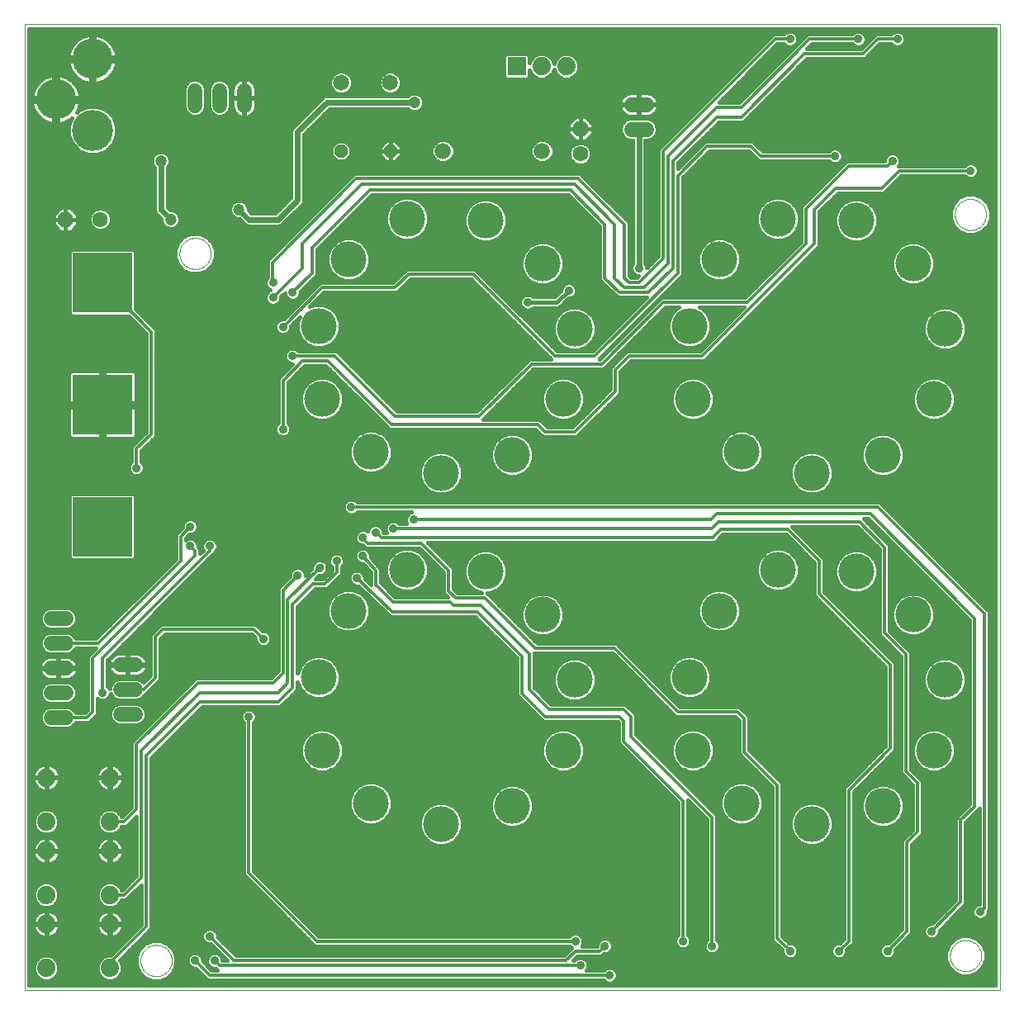
<source format=gbl>
G75*
%MOIN*%
%OFA0B0*%
%FSLAX24Y24*%
%IPPOS*%
%LPD*%
%AMOC8*
5,1,8,0,0,1.08239X$1,22.5*
%
%ADD10C,0.0000*%
%ADD11C,0.1450*%
%ADD12R,0.2390X0.2390*%
%ADD13C,0.0600*%
%ADD14C,0.1660*%
%ADD15C,0.1620*%
%ADD16R,0.0740X0.0740*%
%ADD17C,0.0740*%
%ADD18OC8,0.0630*%
%ADD19C,0.0630*%
%ADD20OC8,0.0520*%
%ADD21C,0.0660*%
%ADD22C,0.0650*%
%ADD23C,0.0356*%
%ADD24C,0.0160*%
%ADD25C,0.0120*%
%ADD26C,0.0472*%
%ADD27C,0.0240*%
D10*
X000927Y000574D02*
X000927Y039550D01*
X040297Y039550D01*
X040297Y000574D01*
X000927Y000574D01*
X005612Y001755D02*
X005614Y001805D01*
X005620Y001855D01*
X005630Y001904D01*
X005644Y001952D01*
X005661Y001999D01*
X005682Y002044D01*
X005707Y002088D01*
X005735Y002129D01*
X005767Y002168D01*
X005801Y002205D01*
X005838Y002239D01*
X005878Y002269D01*
X005920Y002296D01*
X005964Y002320D01*
X006010Y002341D01*
X006057Y002357D01*
X006105Y002370D01*
X006155Y002379D01*
X006204Y002384D01*
X006255Y002385D01*
X006305Y002382D01*
X006354Y002375D01*
X006403Y002364D01*
X006451Y002349D01*
X006497Y002331D01*
X006542Y002309D01*
X006585Y002283D01*
X006626Y002254D01*
X006665Y002222D01*
X006701Y002187D01*
X006733Y002149D01*
X006763Y002109D01*
X006790Y002066D01*
X006813Y002022D01*
X006832Y001976D01*
X006848Y001928D01*
X006860Y001879D01*
X006868Y001830D01*
X006872Y001780D01*
X006872Y001730D01*
X006868Y001680D01*
X006860Y001631D01*
X006848Y001582D01*
X006832Y001534D01*
X006813Y001488D01*
X006790Y001444D01*
X006763Y001401D01*
X006733Y001361D01*
X006701Y001323D01*
X006665Y001288D01*
X006626Y001256D01*
X006585Y001227D01*
X006542Y001201D01*
X006497Y001179D01*
X006451Y001161D01*
X006403Y001146D01*
X006354Y001135D01*
X006305Y001128D01*
X006255Y001125D01*
X006204Y001126D01*
X006155Y001131D01*
X006105Y001140D01*
X006057Y001153D01*
X006010Y001169D01*
X005964Y001190D01*
X005920Y001214D01*
X005878Y001241D01*
X005838Y001271D01*
X005801Y001305D01*
X005767Y001342D01*
X005735Y001381D01*
X005707Y001422D01*
X005682Y001466D01*
X005661Y001511D01*
X005644Y001558D01*
X005630Y001606D01*
X005620Y001655D01*
X005614Y001705D01*
X005612Y001755D01*
X007187Y030298D02*
X007189Y030348D01*
X007195Y030398D01*
X007205Y030447D01*
X007219Y030495D01*
X007236Y030542D01*
X007257Y030587D01*
X007282Y030631D01*
X007310Y030672D01*
X007342Y030711D01*
X007376Y030748D01*
X007413Y030782D01*
X007453Y030812D01*
X007495Y030839D01*
X007539Y030863D01*
X007585Y030884D01*
X007632Y030900D01*
X007680Y030913D01*
X007730Y030922D01*
X007779Y030927D01*
X007830Y030928D01*
X007880Y030925D01*
X007929Y030918D01*
X007978Y030907D01*
X008026Y030892D01*
X008072Y030874D01*
X008117Y030852D01*
X008160Y030826D01*
X008201Y030797D01*
X008240Y030765D01*
X008276Y030730D01*
X008308Y030692D01*
X008338Y030652D01*
X008365Y030609D01*
X008388Y030565D01*
X008407Y030519D01*
X008423Y030471D01*
X008435Y030422D01*
X008443Y030373D01*
X008447Y030323D01*
X008447Y030273D01*
X008443Y030223D01*
X008435Y030174D01*
X008423Y030125D01*
X008407Y030077D01*
X008388Y030031D01*
X008365Y029987D01*
X008338Y029944D01*
X008308Y029904D01*
X008276Y029866D01*
X008240Y029831D01*
X008201Y029799D01*
X008160Y029770D01*
X008117Y029744D01*
X008072Y029722D01*
X008026Y029704D01*
X007978Y029689D01*
X007929Y029678D01*
X007880Y029671D01*
X007830Y029668D01*
X007779Y029669D01*
X007730Y029674D01*
X007680Y029683D01*
X007632Y029696D01*
X007585Y029712D01*
X007539Y029733D01*
X007495Y029757D01*
X007453Y029784D01*
X007413Y029814D01*
X007376Y029848D01*
X007342Y029885D01*
X007310Y029924D01*
X007282Y029965D01*
X007257Y030009D01*
X007236Y030054D01*
X007219Y030101D01*
X007205Y030149D01*
X007195Y030198D01*
X007189Y030248D01*
X007187Y030298D01*
X038486Y031873D02*
X038488Y031923D01*
X038494Y031973D01*
X038504Y032022D01*
X038518Y032070D01*
X038535Y032117D01*
X038556Y032162D01*
X038581Y032206D01*
X038609Y032247D01*
X038641Y032286D01*
X038675Y032323D01*
X038712Y032357D01*
X038752Y032387D01*
X038794Y032414D01*
X038838Y032438D01*
X038884Y032459D01*
X038931Y032475D01*
X038979Y032488D01*
X039029Y032497D01*
X039078Y032502D01*
X039129Y032503D01*
X039179Y032500D01*
X039228Y032493D01*
X039277Y032482D01*
X039325Y032467D01*
X039371Y032449D01*
X039416Y032427D01*
X039459Y032401D01*
X039500Y032372D01*
X039539Y032340D01*
X039575Y032305D01*
X039607Y032267D01*
X039637Y032227D01*
X039664Y032184D01*
X039687Y032140D01*
X039706Y032094D01*
X039722Y032046D01*
X039734Y031997D01*
X039742Y031948D01*
X039746Y031898D01*
X039746Y031848D01*
X039742Y031798D01*
X039734Y031749D01*
X039722Y031700D01*
X039706Y031652D01*
X039687Y031606D01*
X039664Y031562D01*
X039637Y031519D01*
X039607Y031479D01*
X039575Y031441D01*
X039539Y031406D01*
X039500Y031374D01*
X039459Y031345D01*
X039416Y031319D01*
X039371Y031297D01*
X039325Y031279D01*
X039277Y031264D01*
X039228Y031253D01*
X039179Y031246D01*
X039129Y031243D01*
X039078Y031244D01*
X039029Y031249D01*
X038979Y031258D01*
X038931Y031271D01*
X038884Y031287D01*
X038838Y031308D01*
X038794Y031332D01*
X038752Y031359D01*
X038712Y031389D01*
X038675Y031423D01*
X038641Y031460D01*
X038609Y031499D01*
X038581Y031540D01*
X038556Y031584D01*
X038535Y031629D01*
X038518Y031676D01*
X038504Y031724D01*
X038494Y031773D01*
X038488Y031823D01*
X038486Y031873D01*
X038290Y001952D02*
X038292Y002002D01*
X038298Y002052D01*
X038308Y002101D01*
X038322Y002149D01*
X038339Y002196D01*
X038360Y002241D01*
X038385Y002285D01*
X038413Y002326D01*
X038445Y002365D01*
X038479Y002402D01*
X038516Y002436D01*
X038556Y002466D01*
X038598Y002493D01*
X038642Y002517D01*
X038688Y002538D01*
X038735Y002554D01*
X038783Y002567D01*
X038833Y002576D01*
X038882Y002581D01*
X038933Y002582D01*
X038983Y002579D01*
X039032Y002572D01*
X039081Y002561D01*
X039129Y002546D01*
X039175Y002528D01*
X039220Y002506D01*
X039263Y002480D01*
X039304Y002451D01*
X039343Y002419D01*
X039379Y002384D01*
X039411Y002346D01*
X039441Y002306D01*
X039468Y002263D01*
X039491Y002219D01*
X039510Y002173D01*
X039526Y002125D01*
X039538Y002076D01*
X039546Y002027D01*
X039550Y001977D01*
X039550Y001927D01*
X039546Y001877D01*
X039538Y001828D01*
X039526Y001779D01*
X039510Y001731D01*
X039491Y001685D01*
X039468Y001641D01*
X039441Y001598D01*
X039411Y001558D01*
X039379Y001520D01*
X039343Y001485D01*
X039304Y001453D01*
X039263Y001424D01*
X039220Y001398D01*
X039175Y001376D01*
X039129Y001358D01*
X039081Y001343D01*
X039032Y001332D01*
X038983Y001325D01*
X038933Y001322D01*
X038882Y001323D01*
X038833Y001328D01*
X038783Y001337D01*
X038735Y001350D01*
X038688Y001366D01*
X038642Y001387D01*
X038598Y001411D01*
X038556Y001438D01*
X038516Y001468D01*
X038479Y001502D01*
X038445Y001539D01*
X038413Y001578D01*
X038385Y001619D01*
X038360Y001663D01*
X038339Y001708D01*
X038322Y001755D01*
X038308Y001803D01*
X038298Y001852D01*
X038292Y001902D01*
X038290Y001952D01*
D11*
X032708Y007275D03*
X029872Y008114D03*
X027909Y010246D03*
X027773Y013192D03*
X028979Y015882D03*
X031341Y017523D03*
X034503Y017462D03*
X036799Y015717D03*
X038090Y013094D03*
X037635Y010244D03*
X035579Y007996D03*
X023129Y013094D03*
X022674Y010244D03*
X020618Y007996D03*
X017747Y007275D03*
X014912Y008114D03*
X012948Y010246D03*
X012812Y013192D03*
X014018Y015882D03*
X016380Y017523D03*
X019542Y017462D03*
X021838Y015717D03*
X017747Y021448D03*
X014912Y022287D03*
X012948Y024419D03*
X012812Y027365D03*
X014018Y030055D03*
X016380Y031697D03*
X019542Y031635D03*
X021838Y029890D03*
X023129Y027267D03*
X022674Y024418D03*
X020618Y022169D03*
X027773Y027365D03*
X028979Y030055D03*
X031341Y031697D03*
X034503Y031635D03*
X036799Y029890D03*
X038090Y027267D03*
X037635Y024418D03*
X035579Y022169D03*
X032708Y021448D03*
X029872Y022287D03*
X027909Y024419D03*
D12*
X004077Y024196D03*
X004077Y029117D03*
X004077Y019274D03*
D13*
X002605Y015566D02*
X002005Y015566D01*
X002005Y014566D02*
X002605Y014566D01*
X002605Y013566D02*
X002005Y013566D01*
X002005Y012566D02*
X002605Y012566D01*
X002605Y011566D02*
X002005Y011566D01*
X004801Y011700D02*
X005401Y011700D01*
X005401Y012700D02*
X004801Y012700D01*
X004801Y013700D02*
X005401Y013700D01*
X025431Y035310D02*
X026031Y035310D01*
X026031Y036310D02*
X025431Y036310D01*
X009801Y036282D02*
X009801Y036882D01*
X008801Y036882D02*
X008801Y036282D01*
X007801Y036282D02*
X007801Y036882D01*
D14*
X003683Y035267D03*
D15*
X002202Y036519D03*
X003673Y038150D03*
D16*
X020794Y037855D03*
D17*
X021794Y037855D03*
X022794Y037855D03*
X004373Y009141D03*
X004373Y007361D03*
X004373Y006188D03*
X004373Y004408D03*
X004373Y003235D03*
X004373Y001455D03*
X001813Y001455D03*
X001813Y003235D03*
X001813Y004408D03*
X001813Y006188D03*
X001813Y007361D03*
X001813Y009141D03*
D18*
X002590Y031676D03*
X023368Y035326D03*
D19*
X023368Y034326D03*
X003990Y031676D03*
D20*
X013707Y034432D03*
X015707Y034432D03*
D21*
X017825Y034432D03*
X021825Y034432D03*
D22*
X015692Y037188D03*
X013722Y037188D03*
D23*
X014904Y031361D03*
X011754Y028723D03*
X010967Y028526D03*
X010967Y029117D03*
X011360Y027345D03*
X011754Y026164D03*
X011360Y023211D03*
X012345Y020456D03*
X014116Y020062D03*
X015101Y019038D03*
X014589Y018841D03*
X014589Y018093D03*
X014353Y017188D03*
X013526Y017897D03*
X012837Y017601D03*
X011951Y017306D03*
X009589Y018684D03*
X008408Y018487D03*
X007620Y018487D03*
X007620Y019274D03*
X008408Y020259D03*
X008605Y017503D03*
X010573Y014747D03*
X010179Y013763D03*
X009983Y011597D03*
X012345Y011597D03*
X013526Y014550D03*
X017660Y015101D03*
X021439Y017306D03*
X025140Y016125D03*
X029116Y020416D03*
X027305Y021243D03*
X024943Y023802D03*
X021006Y024196D03*
X020927Y026400D03*
X021242Y028330D03*
X022896Y028802D03*
X024156Y028526D03*
X025731Y029708D03*
X027778Y028960D03*
X030061Y031086D03*
X029274Y032267D03*
X029864Y034235D03*
X029077Y035416D03*
X028093Y037582D03*
X025731Y038960D03*
X031833Y038960D03*
X034589Y038960D03*
X036164Y038960D03*
X034983Y036597D03*
X033644Y034235D03*
X032423Y033645D03*
X035967Y034038D03*
X036754Y034235D03*
X036360Y032857D03*
X039116Y033645D03*
X038329Y036597D03*
X033801Y029708D03*
X035849Y025180D03*
X038329Y019078D03*
X034904Y015613D03*
X032738Y015456D03*
X037935Y014550D03*
X032738Y009511D03*
X037935Y007267D03*
X039510Y003723D03*
X037542Y002936D03*
X035770Y002149D03*
X036557Y001164D03*
X033801Y002149D03*
X031833Y002149D03*
X028683Y002345D03*
X028290Y001361D03*
X027502Y002542D03*
X026715Y001755D03*
X024549Y001164D03*
X024353Y002345D03*
X023368Y001558D03*
X023171Y002542D03*
X024156Y003920D03*
X019234Y006873D03*
X021400Y009038D03*
X016282Y009432D03*
X012935Y007070D03*
X008408Y002739D03*
X008605Y001755D03*
X007817Y001755D03*
X006439Y003526D03*
X005455Y004314D03*
X003290Y010219D03*
X004077Y012582D03*
X005849Y014550D03*
X004274Y016125D03*
X005455Y021637D03*
X006636Y023999D03*
X002305Y022227D03*
X001715Y026164D03*
X001715Y029904D03*
X006242Y029314D03*
X015809Y019196D03*
X016636Y019550D03*
X018644Y022857D03*
X022778Y030495D03*
X029274Y026164D03*
D24*
X028976Y026568D02*
X037566Y026568D01*
X037600Y026534D02*
X037918Y026402D01*
X038262Y026402D01*
X038580Y026534D01*
X038823Y026777D01*
X038955Y027095D01*
X038955Y027439D01*
X038823Y027757D01*
X038580Y028001D01*
X038262Y028132D01*
X037918Y028132D01*
X037600Y028001D01*
X037356Y027757D01*
X037225Y027439D01*
X037225Y027095D01*
X037356Y026777D01*
X037600Y026534D01*
X037407Y026726D02*
X029134Y026726D01*
X029293Y026885D02*
X037312Y026885D01*
X037246Y027043D02*
X029451Y027043D01*
X029610Y027202D02*
X037225Y027202D01*
X037225Y027360D02*
X029768Y027360D01*
X029927Y027519D02*
X037258Y027519D01*
X037323Y027677D02*
X030085Y027677D01*
X030244Y027836D02*
X037435Y027836D01*
X037593Y027994D02*
X030402Y027994D01*
X030561Y028153D02*
X040117Y028153D01*
X040117Y028311D02*
X030719Y028311D01*
X030878Y028470D02*
X040117Y028470D01*
X040117Y028628D02*
X031036Y028628D01*
X031195Y028787D02*
X040117Y028787D01*
X040117Y028945D02*
X031353Y028945D01*
X031512Y029104D02*
X036436Y029104D01*
X036309Y029157D02*
X036627Y029025D01*
X036971Y029025D01*
X037289Y029157D01*
X037532Y029400D01*
X037664Y029718D01*
X037664Y030062D01*
X037532Y030380D01*
X037289Y030623D01*
X036971Y030755D01*
X036627Y030755D01*
X036309Y030623D01*
X036065Y030380D01*
X035934Y030062D01*
X035934Y029718D01*
X036065Y029400D01*
X036309Y029157D01*
X036203Y029262D02*
X031670Y029262D01*
X031829Y029421D02*
X036057Y029421D01*
X035991Y029579D02*
X031987Y029579D01*
X032146Y029738D02*
X035934Y029738D01*
X035934Y029896D02*
X032304Y029896D01*
X032463Y030055D02*
X035934Y030055D01*
X035996Y030213D02*
X032621Y030213D01*
X032780Y030372D02*
X036062Y030372D01*
X036216Y030530D02*
X032938Y030530D01*
X032900Y030492D02*
X033017Y030609D01*
X033017Y031987D01*
X033766Y032736D01*
X035617Y032736D01*
X035734Y032853D01*
X036325Y033445D01*
X038867Y033445D01*
X038936Y033375D01*
X039053Y033326D01*
X039180Y033326D01*
X039297Y033375D01*
X039386Y033464D01*
X039434Y033581D01*
X039434Y033708D01*
X039386Y033825D01*
X039297Y033914D01*
X039180Y033963D01*
X039053Y033963D01*
X038936Y033914D01*
X038867Y033845D01*
X036223Y033845D01*
X036236Y033858D01*
X036285Y033975D01*
X036285Y034102D01*
X036236Y034218D01*
X036147Y034308D01*
X036030Y034356D01*
X035903Y034356D01*
X035787Y034308D01*
X035697Y034218D01*
X035649Y034102D01*
X035649Y034041D01*
X034112Y034041D01*
X032380Y032309D01*
X032263Y032192D01*
X032263Y030775D01*
X030018Y028530D01*
X026632Y028530D01*
X024152Y026049D01*
X024127Y026049D01*
X024159Y026081D01*
X027505Y029428D01*
X027505Y033365D01*
X028569Y034429D01*
X030175Y034429D01*
X030569Y034035D01*
X033394Y034035D01*
X033464Y033965D01*
X033581Y033917D01*
X033707Y033917D01*
X033824Y033965D01*
X033914Y034055D01*
X033962Y034172D01*
X033962Y034298D01*
X033914Y034415D01*
X033824Y034505D01*
X033707Y034553D01*
X033581Y034553D01*
X033464Y034505D01*
X033394Y034435D01*
X030735Y034435D01*
X030458Y034712D01*
X030341Y034829D01*
X028404Y034829D01*
X027309Y033734D01*
X027309Y033955D01*
X028963Y035610D01*
X029947Y035610D01*
X030064Y035727D01*
X032506Y038169D01*
X034869Y038169D01*
X034986Y038286D01*
X035459Y038760D01*
X035914Y038760D01*
X035983Y038690D01*
X036100Y038641D01*
X036227Y038641D01*
X036344Y038690D01*
X036433Y038779D01*
X036482Y038896D01*
X036482Y039023D01*
X036433Y039140D01*
X036344Y039229D01*
X036227Y039278D01*
X036100Y039278D01*
X035983Y039229D01*
X035914Y039160D01*
X035293Y039160D01*
X034703Y038569D01*
X032513Y038569D01*
X032703Y038760D01*
X034339Y038760D01*
X034409Y038690D01*
X034526Y038641D01*
X034652Y038641D01*
X034769Y038690D01*
X034858Y038779D01*
X034907Y038896D01*
X034907Y039023D01*
X034858Y039140D01*
X034769Y039229D01*
X034652Y039278D01*
X034526Y039278D01*
X034409Y039229D01*
X034339Y039160D01*
X032537Y039160D01*
X029782Y036404D01*
X028969Y036404D01*
X031325Y038760D01*
X031583Y038760D01*
X031653Y038690D01*
X031770Y038641D01*
X031896Y038641D01*
X032013Y038690D01*
X032103Y038779D01*
X032151Y038896D01*
X032151Y039023D01*
X032103Y039140D01*
X032013Y039229D01*
X031896Y039278D01*
X031770Y039278D01*
X031653Y039229D01*
X031583Y039160D01*
X031160Y039160D01*
X026632Y034632D01*
X026515Y034515D01*
X026515Y030184D01*
X026049Y029718D01*
X026049Y029771D01*
X026000Y029888D01*
X025991Y029897D01*
X025991Y034870D01*
X026118Y034870D01*
X026280Y034937D01*
X026404Y035061D01*
X026471Y035222D01*
X026471Y035397D01*
X026404Y035559D01*
X026280Y035683D01*
X026118Y035750D01*
X025343Y035750D01*
X025181Y035683D01*
X025058Y035559D01*
X024991Y035397D01*
X024991Y035222D01*
X025058Y035061D01*
X025181Y034937D01*
X025343Y034870D01*
X025471Y034870D01*
X025471Y029897D01*
X025461Y029888D01*
X025412Y029771D01*
X025412Y029644D01*
X025461Y029527D01*
X025550Y029438D01*
X025667Y029389D01*
X025720Y029389D01*
X025648Y029317D01*
X025420Y029317D01*
X025340Y029397D01*
X025340Y031562D01*
X023490Y033412D01*
X023372Y033530D01*
X014230Y033530D01*
X010845Y030144D01*
X010727Y030027D01*
X010727Y029328D01*
X010697Y029297D01*
X010649Y029180D01*
X010649Y029054D01*
X010697Y028937D01*
X010787Y028847D01*
X010848Y028822D01*
X010787Y028796D01*
X010697Y028707D01*
X010649Y028590D01*
X010649Y028463D01*
X010697Y028346D01*
X010787Y028257D01*
X010903Y028208D01*
X011030Y028208D01*
X011147Y028257D01*
X011236Y028346D01*
X011285Y028463D01*
X011285Y028562D01*
X011436Y028713D01*
X011436Y028660D01*
X011484Y028543D01*
X011574Y028454D01*
X011691Y028405D01*
X011817Y028405D01*
X011934Y028454D01*
X012024Y028543D01*
X012072Y028660D01*
X012072Y028759D01*
X012742Y029428D01*
X012742Y030451D01*
X014947Y032657D01*
X022892Y032657D01*
X024153Y031396D01*
X024153Y029231D01*
X024270Y029114D01*
X024860Y028523D01*
X026035Y028523D01*
X023876Y026364D01*
X022428Y026364D01*
X019120Y029671D01*
X016356Y029671D01*
X016239Y029554D01*
X015805Y029120D01*
X012852Y029120D01*
X012735Y029003D01*
X011396Y027663D01*
X011297Y027663D01*
X011180Y027615D01*
X011091Y027526D01*
X011042Y027409D01*
X011042Y027282D01*
X011091Y027165D01*
X011180Y027076D01*
X011297Y027027D01*
X011424Y027027D01*
X011541Y027076D01*
X011630Y027165D01*
X011679Y027282D01*
X011679Y027381D01*
X012026Y027728D01*
X011947Y027537D01*
X011947Y027193D01*
X012079Y026875D01*
X012322Y026632D01*
X012640Y026500D01*
X012984Y026500D01*
X013302Y026632D01*
X013545Y026875D01*
X013677Y027193D01*
X013677Y027537D01*
X013545Y027855D01*
X013302Y028099D01*
X012984Y028230D01*
X012640Y028230D01*
X012449Y028151D01*
X013018Y028720D01*
X015971Y028720D01*
X016522Y029271D01*
X018955Y029271D01*
X022145Y026081D01*
X022177Y026049D01*
X021317Y026049D01*
X019191Y023923D01*
X015971Y023923D01*
X013530Y026364D01*
X012004Y026364D01*
X011934Y026434D01*
X011817Y026482D01*
X011691Y026482D01*
X011574Y026434D01*
X011484Y026344D01*
X011436Y026228D01*
X011436Y026101D01*
X011484Y025984D01*
X011574Y025895D01*
X011691Y025846D01*
X011744Y025846D01*
X011278Y025380D01*
X011160Y025263D01*
X011160Y023461D01*
X011091Y023392D01*
X011042Y023275D01*
X011042Y023148D01*
X011091Y023031D01*
X011180Y022942D01*
X011297Y022893D01*
X011424Y022893D01*
X011541Y022942D01*
X011630Y023031D01*
X011679Y023148D01*
X011679Y023275D01*
X011630Y023392D01*
X011560Y023461D01*
X011560Y025097D01*
X012231Y025767D01*
X013089Y025767D01*
X015531Y023326D01*
X015648Y023208D01*
X021553Y023208D01*
X021751Y023011D01*
X021868Y022893D01*
X023215Y022893D01*
X024869Y024547D01*
X024986Y024664D01*
X024986Y025530D01*
X025420Y025964D01*
X028372Y025964D01*
X028490Y026081D01*
X032900Y030492D01*
X032900Y030492D01*
X033017Y030689D02*
X036467Y030689D01*
X037130Y030689D02*
X040117Y030689D01*
X040117Y030847D02*
X034861Y030847D01*
X034993Y030902D02*
X035236Y031145D01*
X035368Y031463D01*
X035368Y031807D01*
X035236Y032125D01*
X034993Y032368D01*
X034675Y032500D01*
X034331Y032500D01*
X034013Y032368D01*
X033770Y032125D01*
X033638Y031807D01*
X033638Y031463D01*
X033770Y031145D01*
X034013Y030902D01*
X034331Y030770D01*
X034675Y030770D01*
X034993Y030902D01*
X035097Y031006D02*
X040117Y031006D01*
X040117Y031164D02*
X039522Y031164D01*
X039575Y031186D02*
X039803Y031414D01*
X039926Y031712D01*
X039926Y032034D01*
X039803Y032332D01*
X039575Y032560D01*
X039277Y032683D01*
X038955Y032683D01*
X038658Y032560D01*
X038430Y032332D01*
X038306Y032034D01*
X038306Y031712D01*
X038430Y031414D01*
X038658Y031186D01*
X038955Y031063D01*
X039277Y031063D01*
X039575Y031186D01*
X039712Y031323D02*
X040117Y031323D01*
X040117Y031481D02*
X039831Y031481D01*
X039896Y031640D02*
X040117Y031640D01*
X040117Y031798D02*
X039926Y031798D01*
X039926Y031957D02*
X040117Y031957D01*
X040117Y032115D02*
X039893Y032115D01*
X039827Y032274D02*
X040117Y032274D01*
X040117Y032432D02*
X039702Y032432D01*
X039500Y032591D02*
X040117Y032591D01*
X040117Y032749D02*
X035630Y032749D01*
X035788Y032908D02*
X040117Y032908D01*
X040117Y033066D02*
X035947Y033066D01*
X036105Y033225D02*
X040117Y033225D01*
X040117Y033383D02*
X039305Y033383D01*
X039418Y033542D02*
X040117Y033542D01*
X040117Y033700D02*
X039434Y033700D01*
X039352Y033859D02*
X040117Y033859D01*
X040117Y034017D02*
X036285Y034017D01*
X036254Y034176D02*
X040117Y034176D01*
X040117Y034334D02*
X036083Y034334D01*
X035850Y034334D02*
X033947Y034334D01*
X033962Y034176D02*
X035679Y034176D01*
X036237Y033859D02*
X038881Y033859D01*
X038928Y033383D02*
X036264Y033383D01*
X035088Y032274D02*
X038406Y032274D01*
X038340Y032115D02*
X035240Y032115D01*
X035306Y031957D02*
X038306Y031957D01*
X038306Y031798D02*
X035368Y031798D01*
X035368Y031640D02*
X038336Y031640D01*
X038402Y031481D02*
X035368Y031481D01*
X035310Y031323D02*
X038521Y031323D01*
X038711Y031164D02*
X035244Y031164D01*
X034145Y030847D02*
X033017Y030847D01*
X033017Y031006D02*
X033909Y031006D01*
X033762Y031164D02*
X033017Y031164D01*
X033017Y031323D02*
X033696Y031323D01*
X033638Y031481D02*
X033017Y031481D01*
X033017Y031640D02*
X033638Y031640D01*
X033638Y031798D02*
X033017Y031798D01*
X033017Y031957D02*
X033700Y031957D01*
X033766Y032115D02*
X033145Y032115D01*
X033304Y032274D02*
X033918Y032274D01*
X034167Y032432D02*
X033462Y032432D01*
X033621Y032591D02*
X038733Y032591D01*
X038530Y032432D02*
X034839Y032432D01*
X033613Y033542D02*
X027682Y033542D01*
X027841Y033700D02*
X033771Y033700D01*
X033930Y033859D02*
X027999Y033859D01*
X028158Y034017D02*
X033412Y034017D01*
X033876Y034017D02*
X034088Y034017D01*
X033836Y034493D02*
X040117Y034493D01*
X040117Y034651D02*
X030519Y034651D01*
X030677Y034493D02*
X033452Y034493D01*
X033454Y033383D02*
X027524Y033383D01*
X027505Y033225D02*
X033296Y033225D01*
X033137Y033066D02*
X027505Y033066D01*
X027505Y032908D02*
X032979Y032908D01*
X032820Y032749D02*
X027505Y032749D01*
X027505Y032591D02*
X032662Y032591D01*
X032503Y032432D02*
X031825Y032432D01*
X031831Y032430D02*
X031513Y032562D01*
X031169Y032562D01*
X030851Y032430D01*
X030608Y032187D01*
X030476Y031869D01*
X030476Y031525D01*
X030608Y031207D01*
X030851Y030963D01*
X031169Y030832D01*
X031513Y030832D01*
X031831Y030963D01*
X032074Y031207D01*
X032206Y031525D01*
X032206Y031869D01*
X032074Y032187D01*
X031831Y032430D01*
X031987Y032274D02*
X032345Y032274D01*
X032263Y032115D02*
X032104Y032115D01*
X032169Y031957D02*
X032263Y031957D01*
X032263Y031798D02*
X032206Y031798D01*
X032206Y031640D02*
X032263Y031640D01*
X032263Y031481D02*
X032188Y031481D01*
X032122Y031323D02*
X032263Y031323D01*
X032263Y031164D02*
X032032Y031164D01*
X031873Y031006D02*
X032263Y031006D01*
X032263Y030847D02*
X031550Y030847D01*
X031131Y030847D02*
X029326Y030847D01*
X029469Y030788D02*
X029151Y030920D01*
X028807Y030920D01*
X028489Y030788D01*
X028245Y030545D01*
X028114Y030227D01*
X028114Y029883D01*
X028245Y029565D01*
X028489Y029322D01*
X028807Y029190D01*
X029151Y029190D01*
X029469Y029322D01*
X029712Y029565D01*
X029844Y029883D01*
X029844Y030227D01*
X029712Y030545D01*
X029469Y030788D01*
X029568Y030689D02*
X032177Y030689D01*
X032018Y030530D02*
X029718Y030530D01*
X029784Y030372D02*
X031860Y030372D01*
X031701Y030213D02*
X029844Y030213D01*
X029844Y030055D02*
X031543Y030055D01*
X031384Y029896D02*
X029844Y029896D01*
X029784Y029738D02*
X031226Y029738D01*
X031067Y029579D02*
X029718Y029579D01*
X029568Y029421D02*
X030909Y029421D01*
X030750Y029262D02*
X029325Y029262D01*
X028632Y029262D02*
X027340Y029262D01*
X027498Y029421D02*
X028389Y029421D01*
X028239Y029579D02*
X027505Y029579D01*
X027505Y029738D02*
X028174Y029738D01*
X028114Y029896D02*
X027505Y029896D01*
X027505Y030055D02*
X028114Y030055D01*
X028114Y030213D02*
X027505Y030213D01*
X027505Y030372D02*
X028174Y030372D01*
X028239Y030530D02*
X027505Y030530D01*
X027505Y030689D02*
X028389Y030689D01*
X028631Y030847D02*
X027505Y030847D01*
X027505Y031006D02*
X030808Y031006D01*
X030650Y031164D02*
X027505Y031164D01*
X027505Y031323D02*
X030559Y031323D01*
X030494Y031481D02*
X027505Y031481D01*
X027505Y031640D02*
X030476Y031640D01*
X030476Y031798D02*
X027505Y031798D01*
X027505Y031957D02*
X030512Y031957D01*
X030578Y032115D02*
X027505Y032115D01*
X027505Y032274D02*
X030695Y032274D01*
X030856Y032432D02*
X027505Y032432D01*
X026515Y032432D02*
X025991Y032432D01*
X025991Y032274D02*
X026515Y032274D01*
X026515Y032115D02*
X025991Y032115D01*
X025991Y031957D02*
X026515Y031957D01*
X026515Y031798D02*
X025991Y031798D01*
X025991Y031640D02*
X026515Y031640D01*
X026515Y031481D02*
X025991Y031481D01*
X025991Y031323D02*
X026515Y031323D01*
X026515Y031164D02*
X025991Y031164D01*
X025991Y031006D02*
X026515Y031006D01*
X026515Y030847D02*
X025991Y030847D01*
X025991Y030689D02*
X026515Y030689D01*
X026515Y030530D02*
X025991Y030530D01*
X025991Y030372D02*
X026515Y030372D01*
X026515Y030213D02*
X025991Y030213D01*
X025991Y030055D02*
X026385Y030055D01*
X026227Y029896D02*
X025992Y029896D01*
X026049Y029738D02*
X026068Y029738D01*
X025592Y029421D02*
X025340Y029421D01*
X025340Y029579D02*
X025439Y029579D01*
X025412Y029738D02*
X025340Y029738D01*
X025340Y029896D02*
X025469Y029896D01*
X025471Y030055D02*
X025340Y030055D01*
X025340Y030213D02*
X025471Y030213D01*
X025471Y030372D02*
X025340Y030372D01*
X025340Y030530D02*
X025471Y030530D01*
X025471Y030689D02*
X025340Y030689D01*
X025340Y030847D02*
X025471Y030847D01*
X025471Y031006D02*
X025340Y031006D01*
X025340Y031164D02*
X025471Y031164D01*
X025471Y031323D02*
X025340Y031323D01*
X025340Y031481D02*
X025471Y031481D01*
X025471Y031640D02*
X025262Y031640D01*
X025104Y031798D02*
X025471Y031798D01*
X025471Y031957D02*
X024945Y031957D01*
X024787Y032115D02*
X025471Y032115D01*
X025471Y032274D02*
X024628Y032274D01*
X024470Y032432D02*
X025471Y032432D01*
X025471Y032591D02*
X024311Y032591D01*
X024153Y032749D02*
X025471Y032749D01*
X025471Y032908D02*
X023994Y032908D01*
X023836Y033066D02*
X025471Y033066D01*
X025471Y033225D02*
X023677Y033225D01*
X023519Y033383D02*
X025471Y033383D01*
X025471Y033542D02*
X012211Y033542D01*
X012211Y033700D02*
X025471Y033700D01*
X025471Y033859D02*
X012211Y033859D01*
X012211Y034017D02*
X015499Y034017D01*
X015525Y033992D02*
X015707Y033992D01*
X015889Y033992D01*
X016147Y034250D01*
X016147Y034432D01*
X016147Y034614D01*
X015889Y034872D01*
X015707Y034872D01*
X015707Y034432D01*
X016147Y034432D01*
X015707Y034432D01*
X015707Y034432D01*
X015707Y034432D01*
X015707Y033992D01*
X015707Y034432D01*
X015707Y034432D01*
X015707Y034872D01*
X015525Y034872D01*
X015267Y034614D01*
X015267Y034432D01*
X015707Y034432D01*
X015707Y034432D01*
X015267Y034432D01*
X015267Y034250D01*
X015525Y033992D01*
X015707Y034017D02*
X015707Y034017D01*
X015707Y034176D02*
X015707Y034176D01*
X015707Y034334D02*
X015707Y034334D01*
X015707Y034493D02*
X015707Y034493D01*
X015707Y034651D02*
X015707Y034651D01*
X015707Y034810D02*
X015707Y034810D01*
X015951Y034810D02*
X017538Y034810D01*
X017559Y034830D02*
X017427Y034698D01*
X017355Y034525D01*
X017355Y034338D01*
X017427Y034166D01*
X017559Y034034D01*
X017732Y033962D01*
X017919Y033962D01*
X018091Y034034D01*
X018223Y034166D01*
X018295Y034338D01*
X018295Y034525D01*
X018223Y034698D01*
X018091Y034830D01*
X017919Y034902D01*
X017732Y034902D01*
X017559Y034830D01*
X017407Y034651D02*
X016110Y034651D01*
X016147Y034493D02*
X017355Y034493D01*
X017357Y034334D02*
X016147Y034334D01*
X016073Y034176D02*
X017422Y034176D01*
X017598Y034017D02*
X015914Y034017D01*
X015341Y034176D02*
X014016Y034176D01*
X014107Y034266D02*
X013873Y034032D01*
X013541Y034032D01*
X013307Y034266D01*
X013307Y034598D01*
X013541Y034832D01*
X013873Y034832D01*
X014107Y034598D01*
X014107Y034266D01*
X014107Y034334D02*
X015267Y034334D01*
X015267Y034493D02*
X014107Y034493D01*
X014053Y034651D02*
X015304Y034651D01*
X015462Y034810D02*
X013895Y034810D01*
X013519Y034810D02*
X012211Y034810D01*
X012211Y034968D02*
X023026Y034968D01*
X023163Y034831D02*
X022873Y035121D01*
X022873Y035326D01*
X023368Y035326D01*
X023368Y035821D01*
X023163Y035821D01*
X022873Y035531D01*
X022873Y035326D01*
X023368Y035326D01*
X023368Y035326D01*
X023368Y035326D01*
X023368Y035821D01*
X023573Y035821D01*
X023863Y035531D01*
X023863Y035326D01*
X023368Y035326D01*
X023368Y035326D01*
X023368Y034831D01*
X023163Y034831D01*
X023278Y034781D02*
X023111Y034711D01*
X022983Y034583D01*
X022913Y034416D01*
X022913Y034235D01*
X022983Y034068D01*
X023111Y033940D01*
X023278Y033871D01*
X023459Y033871D01*
X023626Y033940D01*
X023754Y034068D01*
X023823Y034235D01*
X023823Y034416D01*
X023754Y034583D01*
X023626Y034711D01*
X023459Y034781D01*
X023278Y034781D01*
X023368Y034831D02*
X023368Y035326D01*
X023368Y035326D01*
X023863Y035326D01*
X023863Y035121D01*
X023573Y034831D01*
X023368Y034831D01*
X023368Y034968D02*
X023368Y034968D01*
X023368Y035127D02*
X023368Y035127D01*
X023368Y035285D02*
X023368Y035285D01*
X023368Y035444D02*
X023368Y035444D01*
X023368Y035602D02*
X023368Y035602D01*
X023368Y035761D02*
X023368Y035761D01*
X023103Y035761D02*
X012860Y035761D01*
X013019Y035919D02*
X025152Y035919D01*
X025179Y035899D02*
X025246Y035865D01*
X025318Y035842D01*
X025393Y035830D01*
X025711Y035830D01*
X025711Y036290D01*
X025751Y036290D01*
X025751Y036330D01*
X026511Y036330D01*
X026511Y036348D01*
X026499Y036422D01*
X026475Y036494D01*
X026441Y036561D01*
X026397Y036623D01*
X026343Y036676D01*
X026282Y036720D01*
X026215Y036755D01*
X026143Y036778D01*
X026068Y036790D01*
X025751Y036790D01*
X025751Y036330D01*
X025711Y036330D01*
X025711Y036790D01*
X025393Y036790D01*
X025318Y036778D01*
X025246Y036755D01*
X025179Y036720D01*
X025118Y036676D01*
X025064Y036623D01*
X025020Y036561D01*
X024986Y036494D01*
X024962Y036422D01*
X024951Y036348D01*
X024951Y036330D01*
X025711Y036330D01*
X025711Y036290D01*
X024951Y036290D01*
X024951Y036272D01*
X024962Y036198D01*
X024986Y036126D01*
X025020Y036058D01*
X025064Y035997D01*
X025118Y035944D01*
X025179Y035899D01*
X025010Y036078D02*
X016879Y036078D01*
X016889Y036082D02*
X016994Y036187D01*
X017052Y036326D01*
X017052Y036475D01*
X016994Y036614D01*
X016889Y036719D01*
X016750Y036777D01*
X016601Y036777D01*
X016462Y036719D01*
X016403Y036660D01*
X013080Y036660D01*
X012985Y036621D01*
X012912Y036548D01*
X011731Y035367D01*
X011691Y035271D01*
X011691Y032571D01*
X011056Y031936D01*
X010090Y031936D01*
X009965Y032061D01*
X009965Y032145D01*
X009908Y032283D01*
X009802Y032389D01*
X009664Y032446D01*
X009514Y032446D01*
X009376Y032389D01*
X009270Y032283D01*
X009213Y032145D01*
X009213Y031995D01*
X009270Y031857D01*
X009376Y031751D01*
X009514Y031694D01*
X009597Y031694D01*
X009762Y031529D01*
X009835Y031456D01*
X009931Y031416D01*
X011215Y031416D01*
X011311Y031456D01*
X012098Y032243D01*
X012171Y032316D01*
X012211Y032412D01*
X012211Y035112D01*
X013240Y036140D01*
X016403Y036140D01*
X016462Y036082D01*
X016601Y036024D01*
X016750Y036024D01*
X016889Y036082D01*
X017015Y036236D02*
X024956Y036236D01*
X024958Y036395D02*
X017052Y036395D01*
X017019Y036553D02*
X025016Y036553D01*
X025167Y036712D02*
X016896Y036712D01*
X016455Y036712D02*
X010281Y036712D01*
X010281Y036602D02*
X010281Y036919D01*
X010270Y036994D01*
X010246Y037066D01*
X010212Y037133D01*
X010168Y037194D01*
X010114Y037248D01*
X010053Y037292D01*
X009986Y037326D01*
X009914Y037350D01*
X009839Y037362D01*
X009821Y037362D01*
X009821Y036602D01*
X009781Y036602D01*
X009781Y037362D01*
X009764Y037362D01*
X009689Y037350D01*
X009617Y037326D01*
X009550Y037292D01*
X009489Y037248D01*
X009435Y037194D01*
X009391Y037133D01*
X009357Y037066D01*
X009333Y036994D01*
X009321Y036919D01*
X009321Y036602D01*
X009781Y036602D01*
X009781Y036562D01*
X009321Y036562D01*
X009321Y036244D01*
X009333Y036169D01*
X009357Y036097D01*
X009391Y036030D01*
X009435Y035969D01*
X009489Y035915D01*
X009550Y035871D01*
X009617Y035837D01*
X009689Y035813D01*
X009764Y035802D01*
X009781Y035802D01*
X009781Y036562D01*
X009821Y036562D01*
X009821Y035802D01*
X009839Y035802D01*
X009914Y035813D01*
X009986Y035837D01*
X010053Y035871D01*
X010114Y035915D01*
X010168Y035969D01*
X010212Y036030D01*
X010246Y036097D01*
X010270Y036169D01*
X010281Y036244D01*
X010281Y036562D01*
X009821Y036562D01*
X009821Y036602D01*
X010281Y036602D01*
X010281Y036553D02*
X012917Y036553D01*
X012759Y036395D02*
X010281Y036395D01*
X010280Y036236D02*
X012600Y036236D01*
X012442Y036078D02*
X010236Y036078D01*
X010118Y035919D02*
X012283Y035919D01*
X012125Y035761D02*
X004529Y035761D01*
X004506Y035817D02*
X004233Y036090D01*
X003876Y036237D01*
X003490Y036237D01*
X003134Y036090D01*
X003048Y036004D01*
X003070Y036039D01*
X003118Y036139D01*
X003155Y036244D01*
X003180Y036352D01*
X003190Y036439D01*
X002282Y036439D01*
X002282Y036599D01*
X002122Y036599D01*
X002122Y037506D01*
X002036Y037496D01*
X001928Y037471D01*
X001823Y037435D01*
X001723Y037386D01*
X001629Y037327D01*
X001542Y037258D01*
X001463Y037179D01*
X001394Y037092D01*
X001335Y036998D01*
X001286Y036898D01*
X001250Y036793D01*
X001225Y036685D01*
X001215Y036599D01*
X002122Y036599D01*
X002122Y036439D01*
X001215Y036439D01*
X001225Y036352D01*
X001250Y036244D01*
X001286Y036139D01*
X001335Y036039D01*
X001394Y035945D01*
X001463Y035858D01*
X001542Y035779D01*
X001629Y035710D01*
X001723Y035651D01*
X001823Y035603D01*
X001928Y035566D01*
X002036Y035541D01*
X002122Y035531D01*
X002122Y036439D01*
X002282Y036439D01*
X002282Y035531D01*
X002368Y035541D01*
X002477Y035566D01*
X002582Y035603D01*
X002682Y035651D01*
X002776Y035710D01*
X002837Y035758D01*
X002713Y035460D01*
X002713Y035075D01*
X002861Y034718D01*
X003134Y034445D01*
X003490Y034298D01*
X003876Y034298D01*
X004233Y034445D01*
X004506Y034718D01*
X004653Y035075D01*
X004653Y035460D01*
X004506Y035817D01*
X004403Y035919D02*
X007541Y035919D01*
X007552Y035909D02*
X007714Y035842D01*
X007889Y035842D01*
X008051Y035909D01*
X008174Y036032D01*
X008241Y036194D01*
X008241Y036969D01*
X008174Y037131D01*
X008051Y037255D01*
X007889Y037322D01*
X007714Y037322D01*
X007552Y037255D01*
X007428Y037131D01*
X007361Y036969D01*
X007361Y036194D01*
X007428Y036032D01*
X007552Y035909D01*
X007410Y036078D02*
X004245Y036078D01*
X003879Y036236D02*
X007361Y036236D01*
X007361Y036395D02*
X003185Y036395D01*
X003152Y036236D02*
X003488Y036236D01*
X003122Y036078D02*
X003089Y036078D01*
X003190Y036599D02*
X003180Y036685D01*
X003155Y036793D01*
X003118Y036898D01*
X003070Y036998D01*
X003011Y037092D01*
X002942Y037179D01*
X002863Y037258D01*
X002776Y037327D01*
X002682Y037386D01*
X002582Y037435D01*
X002477Y037471D01*
X002368Y037496D01*
X002282Y037506D01*
X002282Y036599D01*
X003190Y036599D01*
X003174Y036712D02*
X007361Y036712D01*
X007361Y036870D02*
X003128Y036870D01*
X003051Y037029D02*
X007386Y037029D01*
X007485Y037187D02*
X003906Y037187D01*
X003948Y037197D02*
X004053Y037234D01*
X004153Y037282D01*
X004247Y037341D01*
X004334Y037410D01*
X004413Y037489D01*
X004482Y037576D01*
X004541Y037670D01*
X004589Y037770D01*
X004626Y037875D01*
X004651Y037984D01*
X004661Y038070D01*
X003753Y038070D01*
X003753Y038230D01*
X003593Y038230D01*
X003593Y039137D01*
X003507Y039127D01*
X003399Y039102D01*
X003294Y039066D01*
X003194Y039018D01*
X003100Y038958D01*
X003013Y038889D01*
X002934Y038810D01*
X002865Y038723D01*
X002805Y038629D01*
X002757Y038529D01*
X002720Y038424D01*
X002696Y038316D01*
X002686Y038230D01*
X003593Y038230D01*
X003593Y038070D01*
X002686Y038070D01*
X002696Y037984D01*
X002720Y037875D01*
X002757Y037770D01*
X002805Y037670D01*
X002865Y037576D01*
X002934Y037489D01*
X003013Y037410D01*
X003100Y037341D01*
X003194Y037282D01*
X003294Y037234D01*
X003399Y037197D01*
X003507Y037172D01*
X003593Y037162D01*
X003593Y038070D01*
X003753Y038070D01*
X003753Y037162D01*
X003839Y037172D01*
X003948Y037197D01*
X003753Y037187D02*
X003593Y037187D01*
X003441Y037187D02*
X002934Y037187D01*
X003094Y037346D02*
X002747Y037346D01*
X002922Y037504D02*
X002296Y037504D01*
X002282Y037504D02*
X002122Y037504D01*
X002108Y037504D02*
X001107Y037504D01*
X001107Y037346D02*
X001658Y037346D01*
X001471Y037187D02*
X001107Y037187D01*
X001107Y037029D02*
X001354Y037029D01*
X001277Y036870D02*
X001107Y036870D01*
X001107Y036712D02*
X001231Y036712D01*
X001107Y036553D02*
X002122Y036553D01*
X002122Y036395D02*
X002282Y036395D01*
X002282Y036553D02*
X007361Y036553D01*
X008061Y035919D02*
X008541Y035919D01*
X008552Y035909D02*
X008714Y035842D01*
X008889Y035842D01*
X009051Y035909D01*
X009174Y036032D01*
X009241Y036194D01*
X009241Y036969D01*
X009174Y037131D01*
X009051Y037255D01*
X008889Y037322D01*
X008714Y037322D01*
X008552Y037255D01*
X008428Y037131D01*
X008361Y036969D01*
X008361Y036194D01*
X008428Y036032D01*
X008552Y035909D01*
X008410Y036078D02*
X008193Y036078D01*
X008241Y036236D02*
X008361Y036236D01*
X008361Y036395D02*
X008241Y036395D01*
X008241Y036553D02*
X008361Y036553D01*
X008361Y036712D02*
X008241Y036712D01*
X008241Y036870D02*
X008361Y036870D01*
X008386Y037029D02*
X008217Y037029D01*
X008118Y037187D02*
X008485Y037187D01*
X009118Y037187D02*
X009430Y037187D01*
X009345Y037029D02*
X009217Y037029D01*
X009241Y036870D02*
X009321Y036870D01*
X009321Y036712D02*
X009241Y036712D01*
X009241Y036553D02*
X009321Y036553D01*
X009321Y036395D02*
X009241Y036395D01*
X009241Y036236D02*
X009323Y036236D01*
X009367Y036078D02*
X009193Y036078D01*
X009061Y035919D02*
X009485Y035919D01*
X009781Y035919D02*
X009821Y035919D01*
X009821Y036078D02*
X009781Y036078D01*
X009781Y036236D02*
X009821Y036236D01*
X009821Y036395D02*
X009781Y036395D01*
X009781Y036553D02*
X009821Y036553D01*
X009821Y036712D02*
X009781Y036712D01*
X009781Y036870D02*
X009821Y036870D01*
X009821Y037029D02*
X009781Y037029D01*
X009781Y037187D02*
X009821Y037187D01*
X009821Y037346D02*
X009781Y037346D01*
X009677Y037346D02*
X004253Y037346D01*
X004425Y037504D02*
X013381Y037504D01*
X013328Y037451D02*
X013257Y037280D01*
X013257Y037095D01*
X013328Y036924D01*
X013459Y036794D01*
X013629Y036723D01*
X013814Y036723D01*
X013985Y036794D01*
X014116Y036924D01*
X014187Y037095D01*
X014187Y037280D01*
X014116Y037451D01*
X013985Y037582D01*
X013814Y037653D01*
X013629Y037653D01*
X013459Y037582D01*
X013328Y037451D01*
X013284Y037346D02*
X009926Y037346D01*
X010173Y037187D02*
X013257Y037187D01*
X013285Y037029D02*
X010258Y037029D01*
X010281Y036870D02*
X013382Y036870D01*
X014062Y036870D02*
X015352Y036870D01*
X015298Y036924D02*
X015429Y036794D01*
X015599Y036723D01*
X015784Y036723D01*
X015955Y036794D01*
X016086Y036924D01*
X016157Y037095D01*
X016157Y037280D01*
X016086Y037451D01*
X015955Y037582D01*
X015784Y037653D01*
X015599Y037653D01*
X015429Y037582D01*
X015298Y037451D01*
X015227Y037280D01*
X015227Y037095D01*
X015298Y036924D01*
X015255Y037029D02*
X014159Y037029D01*
X014187Y037187D02*
X015227Y037187D01*
X015254Y037346D02*
X014160Y037346D01*
X014063Y037504D02*
X015351Y037504D01*
X016033Y037504D02*
X020284Y037504D01*
X020284Y037427D02*
X020366Y037345D01*
X021222Y037345D01*
X021304Y037427D01*
X021304Y037706D01*
X021361Y037566D01*
X021505Y037423D01*
X021692Y037345D01*
X021895Y037345D01*
X022082Y037423D01*
X022226Y037566D01*
X022294Y037730D01*
X022361Y037566D01*
X022505Y037423D01*
X022692Y037345D01*
X022895Y037345D01*
X023082Y037423D01*
X023226Y037566D01*
X023304Y037754D01*
X023304Y037957D01*
X023226Y038144D01*
X023082Y038288D01*
X022895Y038365D01*
X022692Y038365D01*
X022505Y038288D01*
X022361Y038144D01*
X022294Y037981D01*
X022226Y038144D01*
X022082Y038288D01*
X021895Y038365D01*
X021692Y038365D01*
X021505Y038288D01*
X021361Y038144D01*
X021304Y038005D01*
X021304Y038283D01*
X021222Y038365D01*
X020366Y038365D01*
X020284Y038283D01*
X020284Y037427D01*
X020365Y037346D02*
X016130Y037346D01*
X016157Y037187D02*
X029187Y037187D01*
X029029Y037029D02*
X016129Y037029D01*
X016032Y036870D02*
X028870Y036870D01*
X028712Y036712D02*
X026294Y036712D01*
X026445Y036553D02*
X028553Y036553D01*
X028395Y036395D02*
X026503Y036395D01*
X026511Y036290D02*
X025751Y036290D01*
X025751Y035830D01*
X026068Y035830D01*
X026143Y035842D01*
X026215Y035865D01*
X026282Y035899D01*
X026343Y035944D01*
X026397Y035997D01*
X026441Y036058D01*
X026475Y036126D01*
X026499Y036198D01*
X026511Y036272D01*
X026511Y036290D01*
X026505Y036236D02*
X028236Y036236D01*
X028078Y036078D02*
X026451Y036078D01*
X026309Y035919D02*
X027919Y035919D01*
X027761Y035761D02*
X023633Y035761D01*
X023792Y035602D02*
X025101Y035602D01*
X025010Y035444D02*
X023863Y035444D01*
X023863Y035285D02*
X024991Y035285D01*
X025030Y035127D02*
X023863Y035127D01*
X023711Y034968D02*
X025150Y034968D01*
X025471Y034810D02*
X022112Y034810D01*
X022091Y034830D02*
X021919Y034902D01*
X021732Y034902D01*
X021559Y034830D01*
X021427Y034698D01*
X021355Y034525D01*
X021355Y034338D01*
X021427Y034166D01*
X021559Y034034D01*
X021732Y033962D01*
X021919Y033962D01*
X022091Y034034D01*
X022223Y034166D01*
X022295Y034338D01*
X022295Y034525D01*
X022223Y034698D01*
X022091Y034830D01*
X022243Y034651D02*
X023050Y034651D01*
X022945Y034493D02*
X022295Y034493D01*
X022293Y034334D02*
X022913Y034334D01*
X022938Y034176D02*
X022228Y034176D01*
X022052Y034017D02*
X023033Y034017D01*
X023703Y034017D02*
X025471Y034017D01*
X025471Y034176D02*
X023799Y034176D01*
X023823Y034334D02*
X025471Y034334D01*
X025471Y034493D02*
X023792Y034493D01*
X023686Y034651D02*
X025471Y034651D01*
X025991Y034651D02*
X026651Y034651D01*
X026515Y034493D02*
X025991Y034493D01*
X025991Y034334D02*
X026515Y034334D01*
X026515Y034176D02*
X025991Y034176D01*
X025991Y034017D02*
X026515Y034017D01*
X026515Y033859D02*
X025991Y033859D01*
X025991Y033700D02*
X026515Y033700D01*
X026515Y033542D02*
X025991Y033542D01*
X025991Y033383D02*
X026515Y033383D01*
X026515Y033225D02*
X025991Y033225D01*
X025991Y033066D02*
X026515Y033066D01*
X026515Y032908D02*
X025991Y032908D01*
X025991Y032749D02*
X026515Y032749D01*
X026515Y032591D02*
X025991Y032591D01*
X027309Y033859D02*
X027434Y033859D01*
X027370Y034017D02*
X027592Y034017D01*
X027529Y034176D02*
X027751Y034176D01*
X027687Y034334D02*
X027909Y034334D01*
X027846Y034493D02*
X028068Y034493D01*
X028004Y034651D02*
X028226Y034651D01*
X028163Y034810D02*
X028385Y034810D01*
X028321Y034968D02*
X040117Y034968D01*
X040117Y034810D02*
X030360Y034810D01*
X030270Y034334D02*
X028475Y034334D01*
X028316Y034176D02*
X030428Y034176D01*
X030098Y035761D02*
X040117Y035761D01*
X040117Y035919D02*
X030257Y035919D01*
X030415Y036078D02*
X040117Y036078D01*
X040117Y036236D02*
X030574Y036236D01*
X030732Y036395D02*
X040117Y036395D01*
X040117Y036553D02*
X030891Y036553D01*
X031049Y036712D02*
X040117Y036712D01*
X040117Y036870D02*
X031208Y036870D01*
X031366Y037029D02*
X040117Y037029D01*
X040117Y037187D02*
X031525Y037187D01*
X031683Y037346D02*
X040117Y037346D01*
X040117Y037504D02*
X031842Y037504D01*
X032000Y037663D02*
X040117Y037663D01*
X040117Y037821D02*
X032159Y037821D01*
X032317Y037980D02*
X040117Y037980D01*
X040117Y038138D02*
X032476Y038138D01*
X032557Y038614D02*
X034748Y038614D01*
X034851Y038772D02*
X034906Y038772D01*
X034907Y038931D02*
X035065Y038931D01*
X035223Y039089D02*
X034879Y039089D01*
X034724Y039248D02*
X036028Y039248D01*
X036299Y039248D02*
X040117Y039248D01*
X040117Y039370D02*
X001107Y039370D01*
X001107Y000754D01*
X040117Y000754D01*
X040117Y039370D01*
X040117Y039089D02*
X036454Y039089D01*
X036482Y038931D02*
X040117Y038931D01*
X040117Y038772D02*
X036426Y038772D01*
X035313Y038614D02*
X040117Y038614D01*
X040117Y038455D02*
X035155Y038455D01*
X034996Y038297D02*
X040117Y038297D01*
X040117Y035602D02*
X028955Y035602D01*
X028797Y035444D02*
X040117Y035444D01*
X040117Y035285D02*
X028638Y035285D01*
X028480Y035127D02*
X040117Y035127D01*
X040117Y030530D02*
X037382Y030530D01*
X037535Y030372D02*
X040117Y030372D01*
X040117Y030213D02*
X037601Y030213D01*
X037664Y030055D02*
X040117Y030055D01*
X040117Y029896D02*
X037664Y029896D01*
X037664Y029738D02*
X040117Y029738D01*
X040117Y029579D02*
X037606Y029579D01*
X037541Y029421D02*
X040117Y029421D01*
X040117Y029262D02*
X037394Y029262D01*
X037161Y029104D02*
X040117Y029104D01*
X040117Y027994D02*
X038586Y027994D01*
X038744Y027836D02*
X040117Y027836D01*
X040117Y027677D02*
X038856Y027677D01*
X038922Y027519D02*
X040117Y027519D01*
X040117Y027360D02*
X038955Y027360D01*
X038955Y027202D02*
X040117Y027202D01*
X040117Y027043D02*
X038933Y027043D01*
X038868Y026885D02*
X040117Y026885D01*
X040117Y026726D02*
X038772Y026726D01*
X038613Y026568D02*
X040117Y026568D01*
X040117Y026409D02*
X038279Y026409D01*
X037901Y026409D02*
X028817Y026409D01*
X028659Y026251D02*
X040117Y026251D01*
X040117Y026092D02*
X028500Y026092D01*
X028207Y026364D02*
X025254Y026364D01*
X024586Y025696D01*
X024586Y024830D01*
X023049Y023293D01*
X022034Y023293D01*
X021836Y023491D01*
X021719Y023608D01*
X019442Y023608D01*
X021483Y025649D01*
X024152Y025649D01*
X024317Y025649D01*
X026798Y028130D01*
X027358Y028130D01*
X027283Y028099D01*
X027039Y027855D01*
X026908Y027537D01*
X026908Y027193D01*
X027039Y026875D01*
X027283Y026632D01*
X027600Y026500D01*
X027945Y026500D01*
X028263Y026632D01*
X028506Y026875D01*
X028638Y027193D01*
X028638Y027537D01*
X028506Y027855D01*
X028263Y028099D01*
X028188Y028130D01*
X029972Y028130D01*
X028207Y026364D01*
X028252Y026409D02*
X025077Y026409D01*
X025140Y026251D02*
X024919Y026251D01*
X024982Y026092D02*
X024760Y026092D01*
X024823Y025934D02*
X024602Y025934D01*
X024665Y025775D02*
X024443Y025775D01*
X024586Y025617D02*
X021450Y025617D01*
X021292Y025458D02*
X024586Y025458D01*
X024586Y025300D02*
X021133Y025300D01*
X020975Y025141D02*
X022175Y025141D01*
X022184Y025151D02*
X021941Y024908D01*
X021809Y024590D01*
X021809Y024246D01*
X021941Y023928D01*
X022184Y023684D01*
X022502Y023553D01*
X022846Y023553D01*
X023164Y023684D01*
X023407Y023928D01*
X023539Y024246D01*
X023539Y024590D01*
X023407Y024908D01*
X023164Y025151D01*
X022846Y025283D01*
X022502Y025283D01*
X022184Y025151D01*
X022016Y024983D02*
X020816Y024983D01*
X020658Y024824D02*
X021906Y024824D01*
X021841Y024666D02*
X020499Y024666D01*
X020341Y024507D02*
X021809Y024507D01*
X021809Y024349D02*
X020182Y024349D01*
X020024Y024190D02*
X021832Y024190D01*
X021898Y024032D02*
X019865Y024032D01*
X019707Y023873D02*
X021995Y023873D01*
X022154Y023715D02*
X019548Y023715D01*
X019299Y024032D02*
X015862Y024032D01*
X015704Y024190D02*
X019458Y024190D01*
X019616Y024349D02*
X015545Y024349D01*
X015387Y024507D02*
X019775Y024507D01*
X019933Y024666D02*
X015228Y024666D01*
X015070Y024824D02*
X020092Y024824D01*
X020250Y024983D02*
X014911Y024983D01*
X014753Y025141D02*
X020409Y025141D01*
X020567Y025300D02*
X014594Y025300D01*
X014436Y025458D02*
X020726Y025458D01*
X020884Y025617D02*
X014277Y025617D01*
X014119Y025775D02*
X021043Y025775D01*
X021201Y025934D02*
X013960Y025934D01*
X013802Y026092D02*
X022134Y026092D01*
X021975Y026251D02*
X013643Y026251D01*
X013396Y026726D02*
X021500Y026726D01*
X021658Y026568D02*
X013147Y026568D01*
X013549Y026885D02*
X021341Y026885D01*
X021183Y027043D02*
X013615Y027043D01*
X013677Y027202D02*
X021024Y027202D01*
X020866Y027360D02*
X013677Y027360D01*
X013677Y027519D02*
X020707Y027519D01*
X020549Y027677D02*
X013619Y027677D01*
X013553Y027836D02*
X020390Y027836D01*
X020232Y027994D02*
X013406Y027994D01*
X013171Y028153D02*
X020073Y028153D01*
X019915Y028311D02*
X012609Y028311D01*
X012453Y028153D02*
X012451Y028153D01*
X012202Y028470D02*
X011950Y028470D01*
X012044Y028311D02*
X011201Y028311D01*
X011285Y028470D02*
X011558Y028470D01*
X011449Y028628D02*
X011351Y028628D01*
X010777Y028787D02*
X005412Y028787D01*
X005412Y028945D02*
X010694Y028945D01*
X010649Y029104D02*
X005412Y029104D01*
X005412Y029262D02*
X010683Y029262D01*
X010727Y029421D02*
X005412Y029421D01*
X005412Y029579D02*
X007436Y029579D01*
X007358Y029611D02*
X007656Y029488D01*
X007978Y029488D01*
X008276Y029611D01*
X008504Y029839D01*
X008627Y030137D01*
X008627Y030459D01*
X008504Y030757D01*
X008276Y030985D01*
X007978Y031108D01*
X007656Y031108D01*
X007358Y030985D01*
X007131Y030757D01*
X007007Y030459D01*
X007007Y030137D01*
X007131Y029839D01*
X007358Y029611D01*
X007232Y029738D02*
X005412Y029738D01*
X005412Y029896D02*
X007107Y029896D01*
X007041Y030055D02*
X005412Y030055D01*
X005412Y030213D02*
X007007Y030213D01*
X007007Y030372D02*
X005410Y030372D01*
X005412Y030370D02*
X005330Y030452D01*
X002824Y030452D01*
X002742Y030370D01*
X002742Y027864D01*
X002824Y027782D01*
X005129Y027782D01*
X005846Y027066D01*
X005846Y023097D01*
X005255Y022507D01*
X005255Y021887D01*
X005185Y021817D01*
X005137Y021700D01*
X005137Y021573D01*
X005185Y021456D01*
X005275Y021367D01*
X005392Y021319D01*
X005518Y021319D01*
X005635Y021367D01*
X005725Y021456D01*
X005773Y021573D01*
X005773Y021700D01*
X005725Y021817D01*
X005655Y021887D01*
X005655Y022341D01*
X006128Y022815D01*
X006246Y022932D01*
X006246Y027231D01*
X005412Y028065D01*
X005412Y030370D01*
X004375Y031418D02*
X004445Y031586D01*
X004445Y031767D01*
X004375Y031934D01*
X004247Y032062D01*
X004080Y032131D01*
X003899Y032131D01*
X003732Y032062D01*
X003604Y031934D01*
X003535Y031767D01*
X003535Y031586D01*
X003604Y031418D01*
X003732Y031290D01*
X003899Y031221D01*
X004080Y031221D01*
X004247Y031290D01*
X004375Y031418D01*
X004401Y031481D02*
X006506Y031481D01*
X006514Y031463D02*
X006620Y031357D01*
X006758Y031300D01*
X006908Y031300D01*
X007046Y031357D01*
X007152Y031463D01*
X007209Y031601D01*
X007209Y031751D01*
X007152Y031889D01*
X007046Y031995D01*
X006908Y032052D01*
X006824Y032052D01*
X006699Y032177D01*
X006699Y033766D01*
X006758Y033825D01*
X006815Y033963D01*
X006815Y034113D01*
X006758Y034251D01*
X006652Y034357D01*
X006514Y034414D01*
X006364Y034414D01*
X006226Y034357D01*
X006120Y034251D01*
X006063Y034113D01*
X006063Y033963D01*
X006120Y033825D01*
X006179Y033766D01*
X006179Y032018D01*
X006219Y031922D01*
X006457Y031685D01*
X006457Y031601D01*
X006514Y031463D01*
X006457Y031640D02*
X004445Y031640D01*
X004431Y031798D02*
X006343Y031798D01*
X006205Y031957D02*
X004352Y031957D01*
X004118Y032115D02*
X006179Y032115D01*
X006179Y032274D02*
X001107Y032274D01*
X001107Y032432D02*
X006179Y032432D01*
X006179Y032591D02*
X001107Y032591D01*
X001107Y032749D02*
X006179Y032749D01*
X006179Y032908D02*
X001107Y032908D01*
X001107Y033066D02*
X006179Y033066D01*
X006179Y033225D02*
X001107Y033225D01*
X001107Y033383D02*
X006179Y033383D01*
X006179Y033542D02*
X001107Y033542D01*
X001107Y033700D02*
X006179Y033700D01*
X006106Y033859D02*
X001107Y033859D01*
X001107Y034017D02*
X006063Y034017D01*
X006089Y034176D02*
X001107Y034176D01*
X001107Y034334D02*
X003402Y034334D01*
X003086Y034493D02*
X001107Y034493D01*
X001107Y034651D02*
X002928Y034651D01*
X002823Y034810D02*
X001107Y034810D01*
X001107Y034968D02*
X002757Y034968D01*
X002713Y035127D02*
X001107Y035127D01*
X001107Y035285D02*
X002713Y035285D01*
X002713Y035444D02*
X001107Y035444D01*
X001107Y035602D02*
X001824Y035602D01*
X002122Y035602D02*
X002282Y035602D01*
X002282Y035761D02*
X002122Y035761D01*
X002122Y035919D02*
X002282Y035919D01*
X002282Y036078D02*
X002122Y036078D01*
X002122Y036236D02*
X002282Y036236D01*
X002581Y035602D02*
X002772Y035602D01*
X002282Y036712D02*
X002122Y036712D01*
X002122Y036870D02*
X002282Y036870D01*
X002282Y037029D02*
X002122Y037029D01*
X002122Y037187D02*
X002282Y037187D01*
X002282Y037346D02*
X002122Y037346D01*
X002810Y037663D02*
X001107Y037663D01*
X001107Y037821D02*
X002739Y037821D01*
X002697Y037980D02*
X001107Y037980D01*
X001107Y038138D02*
X003593Y038138D01*
X003593Y037980D02*
X003753Y037980D01*
X003753Y038138D02*
X020284Y038138D01*
X020284Y037980D02*
X004650Y037980D01*
X004607Y037821D02*
X020284Y037821D01*
X020284Y037663D02*
X004537Y037663D01*
X004661Y038230D02*
X004651Y038316D01*
X004626Y038424D01*
X004589Y038529D01*
X004541Y038629D01*
X004482Y038723D01*
X004413Y038810D01*
X004334Y038889D01*
X004247Y038958D01*
X004153Y039018D01*
X004053Y039066D01*
X003948Y039102D01*
X003839Y039127D01*
X003753Y039137D01*
X003753Y038230D01*
X004661Y038230D01*
X004653Y038297D02*
X020297Y038297D01*
X021222Y037346D02*
X021691Y037346D01*
X021896Y037346D02*
X022691Y037346D01*
X022896Y037346D02*
X029346Y037346D01*
X029504Y037504D02*
X023164Y037504D01*
X023266Y037663D02*
X029663Y037663D01*
X029821Y037821D02*
X023304Y037821D01*
X023294Y037980D02*
X029980Y037980D01*
X030138Y038138D02*
X023228Y038138D01*
X023060Y038297D02*
X030297Y038297D01*
X030455Y038455D02*
X004615Y038455D01*
X004549Y038614D02*
X030614Y038614D01*
X030772Y038772D02*
X004443Y038772D01*
X004282Y038931D02*
X030931Y038931D01*
X031089Y039089D02*
X003986Y039089D01*
X003753Y039089D02*
X003593Y039089D01*
X003593Y038931D02*
X003753Y038931D01*
X003753Y038772D02*
X003593Y038772D01*
X003593Y038614D02*
X003753Y038614D01*
X003753Y038455D02*
X003593Y038455D01*
X003593Y038297D02*
X003753Y038297D01*
X003753Y037821D02*
X003593Y037821D01*
X003593Y037663D02*
X003753Y037663D01*
X003753Y037504D02*
X003593Y037504D01*
X003593Y037346D02*
X003753Y037346D01*
X002694Y038297D02*
X001107Y038297D01*
X001107Y038455D02*
X002731Y038455D01*
X002798Y038614D02*
X001107Y038614D01*
X001107Y038772D02*
X002904Y038772D01*
X003065Y038931D02*
X001107Y038931D01*
X001107Y039089D02*
X003361Y039089D01*
X001107Y039248D02*
X031698Y039248D01*
X031968Y039248D02*
X034453Y039248D01*
X032467Y039089D02*
X032123Y039089D01*
X032151Y038931D02*
X032309Y038931D01*
X032150Y038772D02*
X032096Y038772D01*
X031992Y038614D02*
X031179Y038614D01*
X031021Y038455D02*
X031833Y038455D01*
X031675Y038297D02*
X030862Y038297D01*
X030704Y038138D02*
X031516Y038138D01*
X031358Y037980D02*
X030545Y037980D01*
X030387Y037821D02*
X031199Y037821D01*
X031041Y037663D02*
X030228Y037663D01*
X030070Y037504D02*
X030882Y037504D01*
X030724Y037346D02*
X029911Y037346D01*
X029753Y037187D02*
X030565Y037187D01*
X030407Y037029D02*
X029594Y037029D01*
X029436Y036870D02*
X030248Y036870D01*
X030090Y036712D02*
X029277Y036712D01*
X029119Y036553D02*
X029931Y036553D01*
X027602Y035602D02*
X026360Y035602D01*
X026451Y035444D02*
X027444Y035444D01*
X027285Y035285D02*
X026471Y035285D01*
X026431Y035127D02*
X027127Y035127D01*
X026968Y034968D02*
X026311Y034968D01*
X025991Y034810D02*
X026810Y034810D01*
X025751Y035919D02*
X025711Y035919D01*
X025711Y036078D02*
X025751Y036078D01*
X025751Y036236D02*
X025711Y036236D01*
X025711Y036395D02*
X025751Y036395D01*
X025751Y036553D02*
X025711Y036553D01*
X025711Y036712D02*
X025751Y036712D01*
X022945Y035602D02*
X012702Y035602D01*
X012543Y035444D02*
X022873Y035444D01*
X022873Y035285D02*
X012385Y035285D01*
X012226Y035127D02*
X022873Y035127D01*
X021538Y034810D02*
X018112Y034810D01*
X018243Y034651D02*
X021407Y034651D01*
X021355Y034493D02*
X018295Y034493D01*
X018293Y034334D02*
X021357Y034334D01*
X021422Y034176D02*
X018228Y034176D01*
X018052Y034017D02*
X021598Y034017D01*
X022958Y032591D02*
X014881Y032591D01*
X014722Y032432D02*
X015896Y032432D01*
X015890Y032430D02*
X015647Y032187D01*
X015515Y031869D01*
X015515Y031525D01*
X015647Y031207D01*
X015890Y030963D01*
X016208Y030832D01*
X016552Y030832D01*
X016870Y030963D01*
X017113Y031207D01*
X017245Y031525D01*
X017245Y031869D01*
X017113Y032187D01*
X016870Y032430D01*
X016552Y032562D01*
X016208Y032562D01*
X015890Y032430D01*
X015734Y032274D02*
X014564Y032274D01*
X014405Y032115D02*
X015617Y032115D01*
X015552Y031957D02*
X014247Y031957D01*
X014088Y031798D02*
X015515Y031798D01*
X015515Y031640D02*
X013930Y031640D01*
X013771Y031481D02*
X015533Y031481D01*
X015599Y031323D02*
X013613Y031323D01*
X013454Y031164D02*
X015689Y031164D01*
X015848Y031006D02*
X013296Y031006D01*
X013137Y030847D02*
X013671Y030847D01*
X013528Y030788D02*
X013285Y030545D01*
X013153Y030227D01*
X013153Y029883D01*
X013285Y029565D01*
X013528Y029322D01*
X013846Y029190D01*
X014190Y029190D01*
X014508Y029322D01*
X014751Y029565D01*
X014883Y029883D01*
X014883Y030227D01*
X014751Y030545D01*
X014508Y030788D01*
X014190Y030920D01*
X013846Y030920D01*
X013528Y030788D01*
X013429Y030689D02*
X012979Y030689D01*
X012820Y030530D02*
X013279Y030530D01*
X013213Y030372D02*
X012742Y030372D01*
X012742Y030213D02*
X013153Y030213D01*
X013153Y030055D02*
X012742Y030055D01*
X012742Y029896D02*
X013153Y029896D01*
X013213Y029738D02*
X012742Y029738D01*
X012742Y029579D02*
X013279Y029579D01*
X013429Y029421D02*
X012734Y029421D01*
X012576Y029262D02*
X013671Y029262D01*
X014365Y029262D02*
X015947Y029262D01*
X016106Y029421D02*
X014607Y029421D01*
X014757Y029579D02*
X016264Y029579D01*
X016513Y029262D02*
X018964Y029262D01*
X019122Y029104D02*
X016354Y029104D01*
X016196Y028945D02*
X019281Y028945D01*
X019439Y028787D02*
X016037Y028787D01*
X014823Y029738D02*
X020973Y029738D01*
X020973Y029718D02*
X021105Y029400D01*
X021348Y029157D01*
X021666Y029025D01*
X022010Y029025D01*
X022328Y029157D01*
X022571Y029400D01*
X022703Y029718D01*
X022703Y030062D01*
X022571Y030380D01*
X022328Y030623D01*
X022010Y030755D01*
X021666Y030755D01*
X021348Y030623D01*
X021105Y030380D01*
X020973Y030062D01*
X020973Y029718D01*
X021030Y029579D02*
X019213Y029579D01*
X019371Y029421D02*
X021096Y029421D01*
X021242Y029262D02*
X019530Y029262D01*
X019688Y029104D02*
X021476Y029104D01*
X021306Y028648D02*
X021179Y028648D01*
X021062Y028599D01*
X020973Y028510D01*
X020924Y028393D01*
X020924Y028266D01*
X020973Y028149D01*
X021062Y028060D01*
X021179Y028011D01*
X021306Y028011D01*
X021423Y028060D01*
X021472Y028110D01*
X022515Y028110D01*
X022889Y028484D01*
X022959Y028484D01*
X023076Y028532D01*
X023166Y028622D01*
X023214Y028739D01*
X023214Y028865D01*
X023166Y028982D01*
X023076Y029072D01*
X022959Y029120D01*
X022833Y029120D01*
X022716Y029072D01*
X022626Y028982D01*
X022578Y028865D01*
X022578Y028795D01*
X022332Y028550D01*
X021472Y028550D01*
X021423Y028599D01*
X021306Y028648D01*
X021353Y028628D02*
X022411Y028628D01*
X022569Y028787D02*
X020005Y028787D01*
X019847Y028945D02*
X022611Y028945D01*
X022793Y029104D02*
X022201Y029104D01*
X022434Y029262D02*
X024153Y029262D01*
X024153Y029421D02*
X022580Y029421D01*
X022646Y029579D02*
X024153Y029579D01*
X024153Y029738D02*
X022703Y029738D01*
X022703Y029896D02*
X024153Y029896D01*
X024153Y030055D02*
X022703Y030055D01*
X022640Y030213D02*
X024153Y030213D01*
X024153Y030372D02*
X022575Y030372D01*
X022421Y030530D02*
X024153Y030530D01*
X024153Y030689D02*
X022170Y030689D01*
X021506Y030689D02*
X014607Y030689D01*
X014757Y030530D02*
X021255Y030530D01*
X021101Y030372D02*
X014823Y030372D01*
X014883Y030213D02*
X021036Y030213D01*
X020973Y030055D02*
X014883Y030055D01*
X014883Y029896D02*
X020973Y029896D01*
X020032Y030902D02*
X020276Y031145D01*
X020407Y031463D01*
X020407Y031807D01*
X020276Y032125D01*
X020032Y032368D01*
X019714Y032500D01*
X019370Y032500D01*
X019052Y032368D01*
X018809Y032125D01*
X018677Y031807D01*
X018677Y031463D01*
X018809Y031145D01*
X019052Y030902D01*
X019370Y030770D01*
X019714Y030770D01*
X020032Y030902D01*
X019901Y030847D02*
X024153Y030847D01*
X024153Y031006D02*
X020136Y031006D01*
X020284Y031164D02*
X024153Y031164D01*
X024153Y031323D02*
X020349Y031323D01*
X020407Y031481D02*
X024068Y031481D01*
X023909Y031640D02*
X020407Y031640D01*
X020407Y031798D02*
X023751Y031798D01*
X023592Y031957D02*
X020345Y031957D01*
X020280Y032115D02*
X023434Y032115D01*
X023275Y032274D02*
X020127Y032274D01*
X019878Y032432D02*
X023117Y032432D01*
X022999Y029104D02*
X024280Y029104D01*
X024438Y028945D02*
X023181Y028945D01*
X023214Y028787D02*
X024597Y028787D01*
X024755Y028628D02*
X023168Y028628D01*
X022896Y028802D02*
X022423Y028330D01*
X021242Y028330D01*
X021132Y028628D02*
X020164Y028628D01*
X020322Y028470D02*
X020956Y028470D01*
X020924Y028311D02*
X020481Y028311D01*
X020639Y028153D02*
X020971Y028153D01*
X020798Y027994D02*
X022633Y027994D01*
X022639Y028001D02*
X022396Y027757D01*
X022264Y027439D01*
X022264Y027095D01*
X022396Y026777D01*
X022639Y026534D01*
X022957Y026402D01*
X023301Y026402D01*
X023619Y026534D01*
X023862Y026777D01*
X023994Y027095D01*
X023994Y027439D01*
X023862Y027757D01*
X023619Y028001D01*
X023301Y028132D01*
X022957Y028132D01*
X022639Y028001D01*
X022558Y028153D02*
X025665Y028153D01*
X025823Y028311D02*
X022716Y028311D01*
X022875Y028470D02*
X025982Y028470D01*
X026230Y028153D02*
X026255Y028153D01*
X026389Y028311D02*
X026414Y028311D01*
X026547Y028470D02*
X026572Y028470D01*
X026706Y028628D02*
X030116Y028628D01*
X030275Y028787D02*
X026864Y028787D01*
X027023Y028945D02*
X030433Y028945D01*
X030592Y029104D02*
X027181Y029104D01*
X027178Y027994D02*
X026662Y027994D01*
X026504Y027836D02*
X027031Y027836D01*
X026966Y027677D02*
X026345Y027677D01*
X026187Y027519D02*
X026908Y027519D01*
X026908Y027360D02*
X026028Y027360D01*
X025870Y027202D02*
X026908Y027202D01*
X026970Y027043D02*
X025711Y027043D01*
X025553Y026885D02*
X027035Y026885D01*
X027188Y026726D02*
X025394Y026726D01*
X025236Y026568D02*
X027437Y026568D01*
X028108Y026568D02*
X028410Y026568D01*
X028357Y026726D02*
X028569Y026726D01*
X028510Y026885D02*
X028727Y026885D01*
X028575Y027043D02*
X028886Y027043D01*
X029044Y027202D02*
X028638Y027202D01*
X028638Y027360D02*
X029203Y027360D01*
X029361Y027519D02*
X028638Y027519D01*
X028580Y027677D02*
X029520Y027677D01*
X029678Y027836D02*
X028514Y027836D01*
X028367Y027994D02*
X029837Y027994D01*
X028399Y025153D02*
X028081Y025284D01*
X027737Y025284D01*
X027419Y025153D01*
X027176Y024909D01*
X027044Y024591D01*
X027044Y024247D01*
X027176Y023929D01*
X027419Y023686D01*
X027737Y023554D01*
X028081Y023554D01*
X028399Y023686D01*
X028642Y023929D01*
X028774Y024247D01*
X028774Y024591D01*
X028642Y024909D01*
X028399Y025153D01*
X028410Y025141D02*
X037135Y025141D01*
X037145Y025151D02*
X036902Y024908D01*
X036770Y024590D01*
X036770Y024246D01*
X036902Y023928D01*
X037145Y023684D01*
X037463Y023553D01*
X037807Y023553D01*
X038125Y023684D01*
X038368Y023928D01*
X038500Y024246D01*
X038500Y024590D01*
X038368Y024908D01*
X038125Y025151D01*
X037807Y025283D01*
X037463Y025283D01*
X037145Y025151D01*
X036977Y024983D02*
X028569Y024983D01*
X028677Y024824D02*
X036867Y024824D01*
X036801Y024666D02*
X028743Y024666D01*
X028774Y024507D02*
X036770Y024507D01*
X036770Y024349D02*
X028774Y024349D01*
X028750Y024190D02*
X036793Y024190D01*
X036858Y024032D02*
X028685Y024032D01*
X028586Y023873D02*
X036956Y023873D01*
X037114Y023715D02*
X028428Y023715D01*
X028085Y023556D02*
X037454Y023556D01*
X037816Y023556D02*
X040117Y023556D01*
X040117Y023398D02*
X023719Y023398D01*
X023561Y023239D02*
X040117Y023239D01*
X040117Y023081D02*
X030216Y023081D01*
X030362Y023020D02*
X030044Y023152D01*
X029700Y023152D01*
X029382Y023020D01*
X029139Y022777D01*
X029007Y022459D01*
X029007Y022115D01*
X029139Y021797D01*
X029382Y021553D01*
X029700Y021422D01*
X030044Y021422D01*
X030362Y021553D01*
X030605Y021797D01*
X030737Y022115D01*
X030737Y022459D01*
X030605Y022777D01*
X030362Y023020D01*
X030460Y022922D02*
X035137Y022922D01*
X035089Y022902D02*
X034845Y022659D01*
X034714Y022341D01*
X034714Y021997D01*
X034845Y021679D01*
X035089Y021435D01*
X035406Y021304D01*
X035751Y021304D01*
X036068Y021435D01*
X036312Y021679D01*
X036444Y021997D01*
X036444Y022341D01*
X036312Y022659D01*
X036068Y022902D01*
X035751Y023034D01*
X035406Y023034D01*
X035089Y022902D01*
X034950Y022764D02*
X030611Y022764D01*
X030677Y022605D02*
X034823Y022605D01*
X034757Y022447D02*
X030737Y022447D01*
X030737Y022288D02*
X032477Y022288D01*
X032536Y022313D02*
X032218Y022181D01*
X031975Y021938D01*
X031843Y021620D01*
X031843Y021276D01*
X031975Y020958D01*
X032218Y020715D01*
X032536Y020583D01*
X032880Y020583D01*
X033198Y020715D01*
X033441Y020958D01*
X033573Y021276D01*
X033573Y021620D01*
X033441Y021938D01*
X033198Y022181D01*
X032880Y022313D01*
X032536Y022313D01*
X032939Y022288D02*
X034714Y022288D01*
X034714Y022130D02*
X033249Y022130D01*
X033408Y021971D02*
X034724Y021971D01*
X034790Y021813D02*
X033493Y021813D01*
X033559Y021654D02*
X034870Y021654D01*
X035028Y021496D02*
X033573Y021496D01*
X033573Y021337D02*
X035326Y021337D01*
X035831Y021337D02*
X040117Y021337D01*
X040117Y021179D02*
X033533Y021179D01*
X033467Y021020D02*
X040117Y021020D01*
X040117Y020862D02*
X033345Y020862D01*
X033171Y020703D02*
X040117Y020703D01*
X040117Y020545D02*
X005395Y020545D01*
X005412Y020527D02*
X005330Y020609D01*
X002824Y020609D01*
X002742Y020527D01*
X002742Y018022D01*
X002824Y017940D01*
X005330Y017940D01*
X005412Y018022D01*
X005412Y020527D01*
X005412Y020386D02*
X040117Y020386D01*
X040117Y020228D02*
X035493Y020228D01*
X035459Y020262D02*
X014366Y020262D01*
X014297Y020332D01*
X014180Y020380D01*
X014053Y020380D01*
X013936Y020332D01*
X013847Y020242D01*
X013798Y020125D01*
X013798Y019999D01*
X013847Y019882D01*
X013936Y019792D01*
X014053Y019744D01*
X014180Y019744D01*
X014297Y019792D01*
X014366Y019862D01*
X016558Y019862D01*
X016456Y019820D01*
X016366Y019730D01*
X016318Y019613D01*
X016318Y019487D01*
X016356Y019396D01*
X016059Y019396D01*
X015989Y019465D01*
X015873Y019514D01*
X015746Y019514D01*
X015629Y019465D01*
X015540Y019376D01*
X015491Y019259D01*
X015491Y019132D01*
X015529Y019041D01*
X015420Y019041D01*
X015419Y019042D01*
X015419Y019102D01*
X015370Y019218D01*
X015281Y019308D01*
X015164Y019356D01*
X015037Y019356D01*
X014920Y019308D01*
X014831Y019218D01*
X014783Y019102D01*
X014783Y019098D01*
X014769Y019111D01*
X014652Y019160D01*
X014526Y019160D01*
X014409Y019111D01*
X014319Y019022D01*
X014271Y018905D01*
X014271Y018778D01*
X014319Y018661D01*
X014409Y018572D01*
X014526Y018523D01*
X014585Y018523D01*
X014586Y018522D01*
X014703Y018405D01*
X016868Y018405D01*
X017853Y017420D01*
X017853Y016593D01*
X018004Y016443D01*
X015892Y016443D01*
X015301Y017034D01*
X015301Y017496D01*
X015306Y017571D01*
X015301Y017577D01*
X015301Y017586D01*
X015247Y017639D01*
X014907Y018032D01*
X014907Y018157D01*
X014858Y018274D01*
X014769Y018363D01*
X014652Y018411D01*
X014526Y018411D01*
X014409Y018363D01*
X014319Y018274D01*
X014271Y018157D01*
X014271Y018030D01*
X014319Y017913D01*
X014409Y017824D01*
X014526Y017775D01*
X014600Y017775D01*
X014901Y017428D01*
X014901Y016945D01*
X014671Y017163D01*
X014671Y017251D01*
X014622Y017368D01*
X014533Y017458D01*
X014416Y017506D01*
X014289Y017506D01*
X014172Y017458D01*
X014083Y017368D01*
X014034Y017251D01*
X014034Y017125D01*
X014083Y017008D01*
X014172Y016918D01*
X014289Y016870D01*
X014398Y016870D01*
X015631Y015706D01*
X015687Y015649D01*
X015690Y015649D01*
X015693Y015647D01*
X015773Y015649D01*
X019112Y015649D01*
X020806Y013955D01*
X020806Y012459D01*
X021868Y011397D01*
X024860Y011397D01*
X024901Y011357D01*
X024901Y010530D01*
X027302Y008129D01*
X027302Y002792D01*
X027233Y002722D01*
X027184Y002605D01*
X027184Y002479D01*
X027233Y002362D01*
X027322Y002273D01*
X027439Y002224D01*
X027565Y002224D01*
X027682Y002273D01*
X027772Y002362D01*
X027820Y002479D01*
X027820Y002605D01*
X027772Y002722D01*
X027702Y002792D01*
X027702Y008240D01*
X028483Y007459D01*
X028483Y002595D01*
X028414Y002526D01*
X028365Y002409D01*
X028365Y002282D01*
X028414Y002165D01*
X028503Y002076D01*
X028620Y002027D01*
X028747Y002027D01*
X028864Y002076D01*
X028953Y002165D01*
X029001Y002282D01*
X029001Y002409D01*
X028953Y002526D01*
X028883Y002595D01*
X028883Y007625D01*
X025616Y010893D01*
X025616Y011680D01*
X025498Y011797D01*
X025183Y012112D01*
X022191Y012112D01*
X021521Y012783D01*
X021521Y014153D01*
X024663Y014153D01*
X027105Y011711D01*
X027223Y011594D01*
X029624Y011594D01*
X029783Y011436D01*
X029783Y010097D01*
X031121Y008759D01*
X031121Y002577D01*
X031515Y002184D01*
X031515Y002085D01*
X031563Y001968D01*
X031653Y001879D01*
X031770Y001830D01*
X031896Y001830D01*
X032013Y001879D01*
X032103Y001968D01*
X032151Y002085D01*
X032151Y002212D01*
X032103Y002329D01*
X032013Y002418D01*
X031896Y002467D01*
X031798Y002467D01*
X031521Y002743D01*
X031521Y008924D01*
X031404Y009041D01*
X030183Y010263D01*
X030183Y011601D01*
X030065Y011719D01*
X029790Y011994D01*
X027388Y011994D01*
X024946Y014436D01*
X024829Y014553D01*
X021640Y014553D01*
X019710Y016483D01*
X019596Y016597D01*
X019714Y016597D01*
X020032Y016729D01*
X020276Y016972D01*
X020407Y017290D01*
X020407Y017634D01*
X020276Y017952D01*
X020032Y018195D01*
X019714Y018327D01*
X019370Y018327D01*
X019052Y018195D01*
X018809Y017952D01*
X018677Y017634D01*
X018677Y017290D01*
X018809Y016972D01*
X019052Y016729D01*
X019362Y016600D01*
X018412Y016600D01*
X018253Y016759D01*
X018253Y017586D01*
X018136Y017703D01*
X017198Y018641D01*
X028806Y018641D01*
X029120Y018956D01*
X031671Y018956D01*
X032814Y017814D01*
X032814Y016475D01*
X035688Y013601D01*
X035688Y010420D01*
X033995Y008727D01*
X033995Y002625D01*
X033837Y002467D01*
X033738Y002467D01*
X033621Y002418D01*
X033532Y002329D01*
X033483Y002212D01*
X033483Y002085D01*
X033532Y001968D01*
X033621Y001879D01*
X033738Y001830D01*
X033865Y001830D01*
X033982Y001879D01*
X034071Y001968D01*
X034120Y002085D01*
X034120Y002184D01*
X034395Y002459D01*
X034395Y008562D01*
X035971Y010137D01*
X036088Y010255D01*
X036088Y013767D01*
X033214Y016641D01*
X033214Y017979D01*
X031922Y019271D01*
X034545Y019271D01*
X035452Y018365D01*
X035452Y014900D01*
X036318Y014034D01*
X036318Y009310D01*
X036435Y009193D01*
X036790Y008837D01*
X036790Y007034D01*
X036357Y006601D01*
X036357Y003019D01*
X035805Y002467D01*
X035707Y002467D01*
X035590Y002418D01*
X035500Y002329D01*
X035452Y002212D01*
X035452Y002085D01*
X035500Y001968D01*
X035590Y001879D01*
X035707Y001830D01*
X035833Y001830D01*
X035950Y001879D01*
X036040Y001968D01*
X036088Y002085D01*
X036088Y002184D01*
X036757Y002853D01*
X036757Y006436D01*
X037073Y006752D01*
X037190Y006869D01*
X037190Y009003D01*
X036718Y009475D01*
X036718Y014200D01*
X035852Y015066D01*
X035852Y018531D01*
X035735Y018648D01*
X035735Y018648D01*
X034828Y019554D01*
X034828Y019554D01*
X034796Y019586D01*
X034978Y019586D01*
X039074Y015491D01*
X039074Y008058D01*
X038523Y007507D01*
X038523Y004200D01*
X037577Y003254D01*
X037478Y003254D01*
X037361Y003206D01*
X037272Y003116D01*
X037223Y002999D01*
X037223Y002873D01*
X037272Y002756D01*
X037361Y002666D01*
X037478Y002618D01*
X037605Y002618D01*
X037722Y002666D01*
X037811Y002756D01*
X037860Y002873D01*
X037860Y002971D01*
X038806Y003917D01*
X038923Y004034D01*
X038923Y007341D01*
X039357Y007775D01*
X039468Y007886D01*
X039468Y004041D01*
X039447Y004041D01*
X039330Y003993D01*
X039240Y003904D01*
X039192Y003787D01*
X039192Y003660D01*
X039240Y003543D01*
X039330Y003454D01*
X039447Y003405D01*
X039573Y003405D01*
X039690Y003454D01*
X039780Y003543D01*
X039828Y003660D01*
X039828Y003759D01*
X039868Y003798D01*
X039868Y015853D01*
X039750Y015971D01*
X035459Y020262D01*
X035652Y020069D02*
X040117Y020069D01*
X040117Y019911D02*
X035810Y019911D01*
X035969Y019752D02*
X040117Y019752D01*
X040117Y019594D02*
X036127Y019594D01*
X036286Y019435D02*
X040117Y019435D01*
X040117Y019277D02*
X036444Y019277D01*
X036603Y019118D02*
X040117Y019118D01*
X040117Y018960D02*
X036761Y018960D01*
X036920Y018801D02*
X040117Y018801D01*
X040117Y018643D02*
X037078Y018643D01*
X037237Y018484D02*
X040117Y018484D01*
X040117Y018326D02*
X037395Y018326D01*
X037554Y018167D02*
X040117Y018167D01*
X040117Y018009D02*
X037712Y018009D01*
X037871Y017850D02*
X040117Y017850D01*
X040117Y017692D02*
X038029Y017692D01*
X038188Y017533D02*
X040117Y017533D01*
X040117Y017375D02*
X038346Y017375D01*
X038505Y017216D02*
X040117Y017216D01*
X040117Y017058D02*
X038663Y017058D01*
X038822Y016899D02*
X040117Y016899D01*
X040117Y016741D02*
X038980Y016741D01*
X039139Y016582D02*
X040117Y016582D01*
X040117Y016424D02*
X039297Y016424D01*
X039456Y016265D02*
X040117Y016265D01*
X040117Y016107D02*
X039614Y016107D01*
X039773Y015948D02*
X040117Y015948D01*
X040117Y015790D02*
X039868Y015790D01*
X039868Y015631D02*
X040117Y015631D01*
X040117Y015473D02*
X039868Y015473D01*
X039868Y015314D02*
X040117Y015314D01*
X040117Y015156D02*
X039868Y015156D01*
X039868Y014997D02*
X040117Y014997D01*
X040117Y014839D02*
X039868Y014839D01*
X039868Y014680D02*
X040117Y014680D01*
X040117Y014522D02*
X039868Y014522D01*
X039868Y014363D02*
X040117Y014363D01*
X040117Y014205D02*
X039868Y014205D01*
X039868Y014046D02*
X040117Y014046D01*
X040117Y013888D02*
X039868Y013888D01*
X039868Y013729D02*
X040117Y013729D01*
X040117Y013571D02*
X039868Y013571D01*
X039868Y013412D02*
X040117Y013412D01*
X040117Y013254D02*
X039868Y013254D01*
X039868Y013095D02*
X040117Y013095D01*
X040117Y012937D02*
X039868Y012937D01*
X039868Y012778D02*
X040117Y012778D01*
X040117Y012620D02*
X039868Y012620D01*
X039868Y012461D02*
X040117Y012461D01*
X040117Y012303D02*
X039868Y012303D01*
X039868Y012144D02*
X040117Y012144D01*
X040117Y011986D02*
X039868Y011986D01*
X039868Y011827D02*
X040117Y011827D01*
X040117Y011669D02*
X039868Y011669D01*
X039868Y011510D02*
X040117Y011510D01*
X040117Y011352D02*
X039868Y011352D01*
X039868Y011193D02*
X040117Y011193D01*
X040117Y011035D02*
X039868Y011035D01*
X039868Y010876D02*
X040117Y010876D01*
X040117Y010718D02*
X039868Y010718D01*
X039868Y010559D02*
X040117Y010559D01*
X040117Y010401D02*
X039868Y010401D01*
X039868Y010242D02*
X040117Y010242D01*
X040117Y010084D02*
X039868Y010084D01*
X039868Y009925D02*
X040117Y009925D01*
X040117Y009767D02*
X039868Y009767D01*
X039868Y009608D02*
X040117Y009608D01*
X040117Y009450D02*
X039868Y009450D01*
X039868Y009291D02*
X040117Y009291D01*
X040117Y009133D02*
X039868Y009133D01*
X039868Y008974D02*
X040117Y008974D01*
X040117Y008816D02*
X039868Y008816D01*
X039868Y008657D02*
X040117Y008657D01*
X040117Y008499D02*
X039868Y008499D01*
X039868Y008340D02*
X040117Y008340D01*
X040117Y008182D02*
X039868Y008182D01*
X039868Y008023D02*
X040117Y008023D01*
X040117Y007865D02*
X039868Y007865D01*
X039868Y007706D02*
X040117Y007706D01*
X040117Y007548D02*
X039868Y007548D01*
X039868Y007389D02*
X040117Y007389D01*
X040117Y007231D02*
X039868Y007231D01*
X039868Y007072D02*
X040117Y007072D01*
X040117Y006914D02*
X039868Y006914D01*
X039868Y006755D02*
X040117Y006755D01*
X040117Y006597D02*
X039868Y006597D01*
X039868Y006438D02*
X040117Y006438D01*
X040117Y006280D02*
X039868Y006280D01*
X039868Y006121D02*
X040117Y006121D01*
X040117Y005963D02*
X039868Y005963D01*
X039868Y005804D02*
X040117Y005804D01*
X040117Y005646D02*
X039868Y005646D01*
X039868Y005487D02*
X040117Y005487D01*
X040117Y005329D02*
X039868Y005329D01*
X039868Y005170D02*
X040117Y005170D01*
X040117Y005012D02*
X039868Y005012D01*
X039868Y004853D02*
X040117Y004853D01*
X040117Y004695D02*
X039868Y004695D01*
X039868Y004536D02*
X040117Y004536D01*
X040117Y004378D02*
X039868Y004378D01*
X039868Y004219D02*
X040117Y004219D01*
X040117Y004061D02*
X039868Y004061D01*
X039868Y003902D02*
X040117Y003902D01*
X040117Y003744D02*
X039828Y003744D01*
X039797Y003585D02*
X040117Y003585D01*
X040117Y003427D02*
X039625Y003427D01*
X039395Y003427D02*
X038315Y003427D01*
X038474Y003585D02*
X039223Y003585D01*
X039192Y003744D02*
X038632Y003744D01*
X038791Y003902D02*
X039240Y003902D01*
X039468Y004061D02*
X038923Y004061D01*
X038923Y004219D02*
X039468Y004219D01*
X039468Y004378D02*
X038923Y004378D01*
X038923Y004536D02*
X039468Y004536D01*
X039468Y004695D02*
X038923Y004695D01*
X038923Y004853D02*
X039468Y004853D01*
X039468Y005012D02*
X038923Y005012D01*
X038923Y005170D02*
X039468Y005170D01*
X039468Y005329D02*
X038923Y005329D01*
X038923Y005487D02*
X039468Y005487D01*
X039468Y005646D02*
X038923Y005646D01*
X038923Y005804D02*
X039468Y005804D01*
X039468Y005963D02*
X038923Y005963D01*
X038923Y006121D02*
X039468Y006121D01*
X039468Y006280D02*
X038923Y006280D01*
X038923Y006438D02*
X039468Y006438D01*
X039468Y006597D02*
X038923Y006597D01*
X038923Y006755D02*
X039468Y006755D01*
X039468Y006914D02*
X038923Y006914D01*
X038923Y007072D02*
X039468Y007072D01*
X039468Y007231D02*
X038923Y007231D01*
X038971Y007389D02*
X039468Y007389D01*
X039468Y007548D02*
X039129Y007548D01*
X039288Y007706D02*
X039468Y007706D01*
X039468Y007865D02*
X039446Y007865D01*
X039039Y008023D02*
X037190Y008023D01*
X037190Y007865D02*
X038880Y007865D01*
X038722Y007706D02*
X037190Y007706D01*
X037190Y007548D02*
X038563Y007548D01*
X038523Y007389D02*
X037190Y007389D01*
X037190Y007231D02*
X038523Y007231D01*
X038523Y007072D02*
X037190Y007072D01*
X037190Y006914D02*
X038523Y006914D01*
X038523Y006755D02*
X037077Y006755D01*
X036918Y006597D02*
X038523Y006597D01*
X038523Y006438D02*
X036760Y006438D01*
X036757Y006280D02*
X038523Y006280D01*
X038523Y006121D02*
X036757Y006121D01*
X036757Y005963D02*
X038523Y005963D01*
X038523Y005804D02*
X036757Y005804D01*
X036757Y005646D02*
X038523Y005646D01*
X038523Y005487D02*
X036757Y005487D01*
X036757Y005329D02*
X038523Y005329D01*
X038523Y005170D02*
X036757Y005170D01*
X036757Y005012D02*
X038523Y005012D01*
X038523Y004853D02*
X036757Y004853D01*
X036757Y004695D02*
X038523Y004695D01*
X038523Y004536D02*
X036757Y004536D01*
X036757Y004378D02*
X038523Y004378D01*
X038523Y004219D02*
X036757Y004219D01*
X036757Y004061D02*
X038384Y004061D01*
X038225Y003902D02*
X036757Y003902D01*
X036757Y003744D02*
X038067Y003744D01*
X037908Y003585D02*
X036757Y003585D01*
X036757Y003427D02*
X037750Y003427D01*
X037591Y003268D02*
X036757Y003268D01*
X036757Y003110D02*
X037269Y003110D01*
X037223Y002951D02*
X036757Y002951D01*
X036697Y002793D02*
X037257Y002793D01*
X037439Y002634D02*
X036538Y002634D01*
X036380Y002476D02*
X038298Y002476D01*
X038233Y002410D02*
X038110Y002113D01*
X038110Y001791D01*
X038233Y001493D01*
X038461Y001265D01*
X038758Y001142D01*
X039081Y001142D01*
X039378Y001265D01*
X039606Y001493D01*
X039729Y001791D01*
X039729Y002113D01*
X039606Y002410D01*
X039378Y002638D01*
X039081Y002762D01*
X038758Y002762D01*
X038461Y002638D01*
X038233Y002410D01*
X038194Y002317D02*
X036221Y002317D01*
X036088Y002159D02*
X038129Y002159D01*
X038110Y002000D02*
X036053Y002000D01*
X035860Y001842D02*
X038110Y001842D01*
X038154Y001683D02*
X023661Y001683D01*
X023638Y001738D02*
X023549Y001828D01*
X023432Y001876D01*
X023305Y001876D01*
X023188Y001828D01*
X023118Y001758D01*
X023064Y001758D01*
X023254Y001949D01*
X024239Y001949D01*
X024317Y002027D01*
X024416Y002027D01*
X024533Y002076D01*
X024622Y002165D01*
X024671Y002282D01*
X024671Y002409D01*
X024622Y002526D01*
X024533Y002615D01*
X024416Y002663D01*
X024289Y002663D01*
X024172Y002615D01*
X024083Y002526D01*
X024034Y002409D01*
X024034Y002349D01*
X023428Y002349D01*
X023441Y002362D01*
X023490Y002479D01*
X023490Y002605D01*
X023441Y002722D01*
X023352Y002812D01*
X023235Y002860D01*
X023108Y002860D01*
X022991Y002812D01*
X022922Y002742D01*
X012821Y002742D01*
X010183Y005381D01*
X010183Y011347D01*
X010252Y011417D01*
X010301Y011534D01*
X010301Y011661D01*
X010252Y011778D01*
X010163Y011867D01*
X010046Y011915D01*
X009919Y011915D01*
X009802Y011867D01*
X009713Y011778D01*
X009664Y011661D01*
X009664Y011534D01*
X009713Y011417D01*
X009783Y011347D01*
X009783Y005215D01*
X009900Y005098D01*
X012656Y002342D01*
X022922Y002342D01*
X022991Y002273D01*
X023006Y002266D01*
X022695Y001955D01*
X009475Y001955D01*
X008726Y002704D01*
X008726Y002802D01*
X008677Y002919D01*
X008588Y003009D01*
X008471Y003057D01*
X008344Y003057D01*
X008228Y003009D01*
X008138Y002919D01*
X008090Y002802D01*
X008090Y002676D01*
X008138Y002559D01*
X008228Y002469D01*
X008344Y002421D01*
X008443Y002421D01*
X009106Y001758D01*
X008923Y001758D01*
X008923Y001818D01*
X008874Y001935D01*
X008785Y002024D01*
X008668Y002073D01*
X008541Y002073D01*
X008424Y002024D01*
X008335Y001935D01*
X008286Y001818D01*
X008286Y001692D01*
X008335Y001575D01*
X008424Y001485D01*
X008541Y001437D01*
X008640Y001437D01*
X008712Y001364D01*
X008491Y001364D01*
X008135Y001720D01*
X008135Y001818D01*
X008087Y001935D01*
X007997Y002024D01*
X007880Y002073D01*
X007754Y002073D01*
X007637Y002024D01*
X007547Y001935D01*
X007499Y001818D01*
X007499Y001692D01*
X007547Y001575D01*
X007637Y001485D01*
X007754Y001437D01*
X007852Y001437D01*
X008325Y000964D01*
X024300Y000964D01*
X024369Y000895D01*
X024486Y000846D01*
X024613Y000846D01*
X024730Y000895D01*
X024819Y000984D01*
X024868Y001101D01*
X024868Y001228D01*
X024819Y001344D01*
X024730Y001434D01*
X024613Y001482D01*
X024486Y001482D01*
X024369Y001434D01*
X024300Y001364D01*
X023625Y001364D01*
X023638Y001378D01*
X023686Y001495D01*
X023686Y001621D01*
X023638Y001738D01*
X023515Y001842D02*
X031742Y001842D01*
X031923Y001842D02*
X033711Y001842D01*
X033892Y001842D02*
X035679Y001842D01*
X035487Y002000D02*
X034084Y002000D01*
X034120Y002159D02*
X035452Y002159D01*
X035495Y002317D02*
X034253Y002317D01*
X034395Y002476D02*
X035814Y002476D01*
X035973Y002634D02*
X034395Y002634D01*
X034395Y002793D02*
X036131Y002793D01*
X036290Y002951D02*
X034395Y002951D01*
X034395Y003110D02*
X036357Y003110D01*
X036357Y003268D02*
X034395Y003268D01*
X034395Y003427D02*
X036357Y003427D01*
X036357Y003585D02*
X034395Y003585D01*
X034395Y003744D02*
X036357Y003744D01*
X036357Y003902D02*
X034395Y003902D01*
X034395Y004061D02*
X036357Y004061D01*
X036357Y004219D02*
X034395Y004219D01*
X034395Y004378D02*
X036357Y004378D01*
X036357Y004536D02*
X034395Y004536D01*
X034395Y004695D02*
X036357Y004695D01*
X036357Y004853D02*
X034395Y004853D01*
X034395Y005012D02*
X036357Y005012D01*
X036357Y005170D02*
X034395Y005170D01*
X034395Y005329D02*
X036357Y005329D01*
X036357Y005487D02*
X034395Y005487D01*
X034395Y005646D02*
X036357Y005646D01*
X036357Y005804D02*
X034395Y005804D01*
X034395Y005963D02*
X036357Y005963D01*
X036357Y006121D02*
X034395Y006121D01*
X034395Y006280D02*
X036357Y006280D01*
X036357Y006438D02*
X034395Y006438D01*
X034395Y006597D02*
X036357Y006597D01*
X036511Y006755D02*
X034395Y006755D01*
X034395Y006914D02*
X036670Y006914D01*
X036790Y007072D02*
X034395Y007072D01*
X034395Y007231D02*
X035165Y007231D01*
X035089Y007262D02*
X035406Y007131D01*
X035751Y007131D01*
X036068Y007262D01*
X036312Y007506D01*
X036444Y007823D01*
X036444Y008168D01*
X036312Y008486D01*
X036068Y008729D01*
X035751Y008861D01*
X035406Y008861D01*
X035089Y008729D01*
X034845Y008486D01*
X034714Y008168D01*
X034714Y007823D01*
X034845Y007506D01*
X035089Y007262D01*
X034962Y007389D02*
X034395Y007389D01*
X034395Y007548D02*
X034828Y007548D01*
X034762Y007706D02*
X034395Y007706D01*
X034395Y007865D02*
X034714Y007865D01*
X034714Y008023D02*
X034395Y008023D01*
X034395Y008182D02*
X034719Y008182D01*
X034785Y008340D02*
X034395Y008340D01*
X034395Y008499D02*
X034858Y008499D01*
X035017Y008657D02*
X034491Y008657D01*
X034649Y008816D02*
X035298Y008816D01*
X034966Y009133D02*
X036495Y009133D01*
X036336Y009291D02*
X035125Y009291D01*
X035283Y009450D02*
X036318Y009450D01*
X036318Y009608D02*
X035442Y009608D01*
X035600Y009767D02*
X036318Y009767D01*
X036318Y009925D02*
X035759Y009925D01*
X035917Y010084D02*
X036318Y010084D01*
X036318Y010242D02*
X036076Y010242D01*
X036088Y010401D02*
X036318Y010401D01*
X036318Y010559D02*
X036088Y010559D01*
X036088Y010718D02*
X036318Y010718D01*
X036318Y010876D02*
X036088Y010876D01*
X036088Y011035D02*
X036318Y011035D01*
X036318Y011193D02*
X036088Y011193D01*
X036088Y011352D02*
X036318Y011352D01*
X036318Y011510D02*
X036088Y011510D01*
X036088Y011669D02*
X036318Y011669D01*
X036318Y011827D02*
X036088Y011827D01*
X036088Y011986D02*
X036318Y011986D01*
X036318Y012144D02*
X036088Y012144D01*
X036088Y012303D02*
X036318Y012303D01*
X036318Y012461D02*
X036088Y012461D01*
X036088Y012620D02*
X036318Y012620D01*
X036318Y012778D02*
X036088Y012778D01*
X036088Y012937D02*
X036318Y012937D01*
X036318Y013095D02*
X036088Y013095D01*
X036088Y013254D02*
X036318Y013254D01*
X036318Y013412D02*
X036088Y013412D01*
X036088Y013571D02*
X036318Y013571D01*
X036318Y013729D02*
X036088Y013729D01*
X035967Y013888D02*
X036318Y013888D01*
X036306Y014046D02*
X035809Y014046D01*
X035650Y014205D02*
X036147Y014205D01*
X035989Y014363D02*
X035492Y014363D01*
X035333Y014522D02*
X035830Y014522D01*
X035672Y014680D02*
X035175Y014680D01*
X035016Y014839D02*
X035513Y014839D01*
X035452Y014997D02*
X034858Y014997D01*
X034699Y015156D02*
X035452Y015156D01*
X035452Y015314D02*
X034541Y015314D01*
X034382Y015473D02*
X035452Y015473D01*
X035452Y015631D02*
X034224Y015631D01*
X034065Y015790D02*
X035452Y015790D01*
X035452Y015948D02*
X033907Y015948D01*
X033748Y016107D02*
X035452Y016107D01*
X035452Y016265D02*
X033590Y016265D01*
X033431Y016424D02*
X035452Y016424D01*
X035452Y016582D02*
X033273Y016582D01*
X033214Y016741D02*
X034001Y016741D01*
X034013Y016729D02*
X034331Y016597D01*
X034675Y016597D01*
X034993Y016729D01*
X035236Y016972D01*
X035368Y017290D01*
X035368Y017634D01*
X035236Y017952D01*
X034993Y018195D01*
X034675Y018327D01*
X034331Y018327D01*
X034013Y018195D01*
X033770Y017952D01*
X033638Y017634D01*
X033638Y017290D01*
X033770Y016972D01*
X034013Y016729D01*
X033842Y016899D02*
X033214Y016899D01*
X033214Y017058D02*
X033734Y017058D01*
X033668Y017216D02*
X033214Y017216D01*
X033214Y017375D02*
X033638Y017375D01*
X033638Y017533D02*
X033214Y017533D01*
X033214Y017692D02*
X033662Y017692D01*
X033728Y017850D02*
X033214Y017850D01*
X033185Y018009D02*
X033826Y018009D01*
X033985Y018167D02*
X033026Y018167D01*
X032868Y018326D02*
X034328Y018326D01*
X034678Y018326D02*
X035452Y018326D01*
X035452Y018167D02*
X035021Y018167D01*
X035179Y018009D02*
X035452Y018009D01*
X035452Y017850D02*
X035278Y017850D01*
X035344Y017692D02*
X035452Y017692D01*
X035452Y017533D02*
X035368Y017533D01*
X035368Y017375D02*
X035452Y017375D01*
X035452Y017216D02*
X035337Y017216D01*
X035272Y017058D02*
X035452Y017058D01*
X035452Y016899D02*
X035164Y016899D01*
X035005Y016741D02*
X035452Y016741D01*
X035852Y016741D02*
X037824Y016741D01*
X037665Y016899D02*
X035852Y016899D01*
X035852Y017058D02*
X037507Y017058D01*
X037348Y017216D02*
X035852Y017216D01*
X035852Y017375D02*
X037190Y017375D01*
X037031Y017533D02*
X035852Y017533D01*
X035852Y017692D02*
X036873Y017692D01*
X036714Y017850D02*
X035852Y017850D01*
X035852Y018009D02*
X036556Y018009D01*
X036397Y018167D02*
X035852Y018167D01*
X035852Y018326D02*
X036239Y018326D01*
X036080Y018484D02*
X035852Y018484D01*
X035922Y018643D02*
X035740Y018643D01*
X035763Y018801D02*
X035581Y018801D01*
X035605Y018960D02*
X035423Y018960D01*
X035446Y019118D02*
X035264Y019118D01*
X035288Y019277D02*
X035106Y019277D01*
X035129Y019435D02*
X034947Y019435D01*
X034698Y019118D02*
X032075Y019118D01*
X032234Y018960D02*
X034857Y018960D01*
X035015Y018801D02*
X032392Y018801D01*
X032551Y018643D02*
X035174Y018643D01*
X035332Y018484D02*
X032709Y018484D01*
X032460Y018167D02*
X031920Y018167D01*
X031831Y018257D02*
X032074Y018013D01*
X032206Y017695D01*
X032206Y017351D01*
X032074Y017033D01*
X031831Y016790D01*
X031513Y016658D01*
X031169Y016658D01*
X030851Y016790D01*
X030608Y017033D01*
X030476Y017351D01*
X030476Y017695D01*
X030608Y018013D01*
X030851Y018257D01*
X031169Y018388D01*
X031513Y018388D01*
X031831Y018257D01*
X031664Y018326D02*
X032302Y018326D01*
X032143Y018484D02*
X017355Y018484D01*
X017513Y018326D02*
X019367Y018326D01*
X019717Y018326D02*
X031017Y018326D01*
X030761Y018167D02*
X020060Y018167D01*
X020219Y018009D02*
X030606Y018009D01*
X030540Y017850D02*
X020318Y017850D01*
X020383Y017692D02*
X030476Y017692D01*
X030476Y017533D02*
X020407Y017533D01*
X020407Y017375D02*
X030476Y017375D01*
X030532Y017216D02*
X020377Y017216D01*
X020311Y017058D02*
X030597Y017058D01*
X030742Y016899D02*
X020203Y016899D01*
X020044Y016741D02*
X028792Y016741D01*
X028807Y016747D02*
X028489Y016615D01*
X028245Y016372D01*
X028114Y016054D01*
X028114Y015710D01*
X028245Y015392D01*
X028489Y015148D01*
X028807Y015017D01*
X029151Y015017D01*
X029469Y015148D01*
X029712Y015392D01*
X029844Y015710D01*
X029844Y016054D01*
X029712Y016372D01*
X029469Y016615D01*
X029151Y016747D01*
X028807Y016747D01*
X029165Y016741D02*
X030970Y016741D01*
X031712Y016741D02*
X032814Y016741D01*
X032814Y016899D02*
X031940Y016899D01*
X032084Y017058D02*
X032814Y017058D01*
X032814Y017216D02*
X032150Y017216D01*
X032206Y017375D02*
X032814Y017375D01*
X032814Y017533D02*
X032206Y017533D01*
X032206Y017692D02*
X032814Y017692D01*
X032777Y017850D02*
X032142Y017850D01*
X032076Y018009D02*
X032619Y018009D01*
X031985Y018643D02*
X028807Y018643D01*
X028965Y018801D02*
X031826Y018801D01*
X032245Y020703D02*
X018210Y020703D01*
X018237Y020715D02*
X018481Y020958D01*
X018612Y021276D01*
X018612Y021620D01*
X018481Y021938D01*
X018237Y022181D01*
X017919Y022313D01*
X017575Y022313D01*
X017257Y022181D01*
X017014Y021938D01*
X016882Y021620D01*
X016882Y021276D01*
X017014Y020958D01*
X017257Y020715D01*
X017575Y020583D01*
X017919Y020583D01*
X018237Y020715D01*
X018385Y020862D02*
X032071Y020862D01*
X031949Y021020D02*
X018507Y021020D01*
X018572Y021179D02*
X031883Y021179D01*
X031843Y021337D02*
X020871Y021337D01*
X020790Y021304D02*
X021108Y021435D01*
X021351Y021679D01*
X021483Y021997D01*
X021483Y022341D01*
X021351Y022659D01*
X021108Y022902D01*
X020790Y023034D01*
X020446Y023034D01*
X020128Y022902D01*
X019885Y022659D01*
X019753Y022341D01*
X019753Y021997D01*
X019885Y021679D01*
X020128Y021435D01*
X020446Y021304D01*
X020790Y021304D01*
X021168Y021496D02*
X029522Y021496D01*
X029281Y021654D02*
X021327Y021654D01*
X021407Y021813D02*
X029132Y021813D01*
X029067Y021971D02*
X021472Y021971D01*
X021483Y022130D02*
X029007Y022130D01*
X029007Y022288D02*
X021483Y022288D01*
X021439Y022447D02*
X029007Y022447D01*
X029068Y022605D02*
X021373Y022605D01*
X021246Y022764D02*
X029133Y022764D01*
X029284Y022922D02*
X023244Y022922D01*
X023402Y023081D02*
X029529Y023081D01*
X030737Y022130D02*
X032167Y022130D01*
X032008Y021971D02*
X030678Y021971D01*
X030612Y021813D02*
X031923Y021813D01*
X031857Y021654D02*
X030463Y021654D01*
X030223Y021496D02*
X031843Y021496D01*
X027732Y023556D02*
X023878Y023556D01*
X024036Y023715D02*
X027390Y023715D01*
X027232Y023873D02*
X024195Y023873D01*
X024353Y024032D02*
X027133Y024032D01*
X027067Y024190D02*
X024512Y024190D01*
X024670Y024349D02*
X027044Y024349D01*
X027044Y024507D02*
X024829Y024507D01*
X024986Y024666D02*
X027075Y024666D01*
X027140Y024824D02*
X024986Y024824D01*
X024986Y024983D02*
X027249Y024983D01*
X027407Y025141D02*
X024986Y025141D01*
X024986Y025300D02*
X040117Y025300D01*
X040117Y025458D02*
X024986Y025458D01*
X025072Y025617D02*
X040117Y025617D01*
X040117Y025775D02*
X025231Y025775D01*
X025389Y025934D02*
X040117Y025934D01*
X040117Y025141D02*
X038134Y025141D01*
X038293Y024983D02*
X040117Y024983D01*
X040117Y024824D02*
X038403Y024824D01*
X038468Y024666D02*
X040117Y024666D01*
X040117Y024507D02*
X038500Y024507D01*
X038500Y024349D02*
X040117Y024349D01*
X040117Y024190D02*
X038477Y024190D01*
X038411Y024032D02*
X040117Y024032D01*
X040117Y023873D02*
X038314Y023873D01*
X038155Y023715D02*
X040117Y023715D01*
X040117Y022922D02*
X036020Y022922D01*
X036207Y022764D02*
X040117Y022764D01*
X040117Y022605D02*
X036334Y022605D01*
X036400Y022447D02*
X040117Y022447D01*
X040117Y022288D02*
X036444Y022288D01*
X036444Y022130D02*
X040117Y022130D01*
X040117Y021971D02*
X036433Y021971D01*
X036367Y021813D02*
X040117Y021813D01*
X040117Y021654D02*
X036287Y021654D01*
X036129Y021496D02*
X040117Y021496D01*
X037982Y016582D02*
X035852Y016582D01*
X035852Y016424D02*
X036283Y016424D01*
X036309Y016450D02*
X036065Y016207D01*
X035934Y015889D01*
X035934Y015545D01*
X036065Y015227D01*
X036309Y014983D01*
X036627Y014852D01*
X036971Y014852D01*
X037289Y014983D01*
X037532Y015227D01*
X037664Y015545D01*
X037664Y015889D01*
X037532Y016207D01*
X037289Y016450D01*
X036971Y016582D01*
X036627Y016582D01*
X036309Y016450D01*
X036124Y016265D02*
X035852Y016265D01*
X035852Y016107D02*
X036024Y016107D01*
X035958Y015948D02*
X035852Y015948D01*
X035852Y015790D02*
X035934Y015790D01*
X035934Y015631D02*
X035852Y015631D01*
X035852Y015473D02*
X035963Y015473D01*
X036029Y015314D02*
X035852Y015314D01*
X035852Y015156D02*
X036136Y015156D01*
X036295Y014997D02*
X035921Y014997D01*
X036079Y014839D02*
X039074Y014839D01*
X039074Y014997D02*
X037303Y014997D01*
X037461Y015156D02*
X039074Y015156D01*
X039074Y015314D02*
X037568Y015314D01*
X037634Y015473D02*
X039074Y015473D01*
X038933Y015631D02*
X037664Y015631D01*
X037664Y015790D02*
X038775Y015790D01*
X038616Y015948D02*
X037639Y015948D01*
X037573Y016107D02*
X038458Y016107D01*
X038299Y016265D02*
X037473Y016265D01*
X037315Y016424D02*
X038141Y016424D01*
X039074Y014680D02*
X036238Y014680D01*
X036396Y014522D02*
X039074Y014522D01*
X039074Y014363D02*
X036555Y014363D01*
X036713Y014205D02*
X039074Y014205D01*
X039074Y014046D02*
X036718Y014046D01*
X036718Y013888D02*
X037746Y013888D01*
X037600Y013827D02*
X037918Y013959D01*
X038262Y013959D01*
X038580Y013827D01*
X038823Y013584D01*
X038955Y013266D01*
X038955Y012922D01*
X038823Y012604D01*
X038580Y012361D01*
X038262Y012229D01*
X037918Y012229D01*
X037600Y012361D01*
X037356Y012604D01*
X037225Y012922D01*
X037225Y013266D01*
X037356Y013584D01*
X037600Y013827D01*
X037502Y013729D02*
X036718Y013729D01*
X036718Y013571D02*
X037351Y013571D01*
X037285Y013412D02*
X036718Y013412D01*
X036718Y013254D02*
X037225Y013254D01*
X037225Y013095D02*
X036718Y013095D01*
X036718Y012937D02*
X037225Y012937D01*
X037284Y012778D02*
X036718Y012778D01*
X036718Y012620D02*
X037350Y012620D01*
X037499Y012461D02*
X036718Y012461D01*
X036718Y012303D02*
X037740Y012303D01*
X038440Y012303D02*
X039074Y012303D01*
X039074Y012461D02*
X038680Y012461D01*
X038829Y012620D02*
X039074Y012620D01*
X039074Y012778D02*
X038895Y012778D01*
X038955Y012937D02*
X039074Y012937D01*
X039074Y013095D02*
X038955Y013095D01*
X038955Y013254D02*
X039074Y013254D01*
X039074Y013412D02*
X038894Y013412D01*
X038828Y013571D02*
X039074Y013571D01*
X039074Y013729D02*
X038678Y013729D01*
X038434Y013888D02*
X039074Y013888D01*
X039074Y012144D02*
X036718Y012144D01*
X036718Y011986D02*
X039074Y011986D01*
X039074Y011827D02*
X036718Y011827D01*
X036718Y011669D02*
X039074Y011669D01*
X039074Y011510D02*
X036718Y011510D01*
X036718Y011352D02*
X039074Y011352D01*
X039074Y011193D02*
X036718Y011193D01*
X036718Y011035D02*
X037283Y011035D01*
X037145Y010978D02*
X037463Y011109D01*
X037807Y011109D01*
X038125Y010978D01*
X038368Y010734D01*
X038500Y010416D01*
X038500Y010072D01*
X038368Y009754D01*
X038125Y009511D01*
X037807Y009379D01*
X037463Y009379D01*
X037145Y009511D01*
X036902Y009754D01*
X036770Y010072D01*
X036770Y010416D01*
X036902Y010734D01*
X037145Y010978D01*
X037043Y010876D02*
X036718Y010876D01*
X036718Y010718D02*
X036895Y010718D01*
X036829Y010559D02*
X036718Y010559D01*
X036718Y010401D02*
X036770Y010401D01*
X036770Y010242D02*
X036718Y010242D01*
X036718Y010084D02*
X036770Y010084D01*
X036718Y009925D02*
X036831Y009925D01*
X036896Y009767D02*
X036718Y009767D01*
X036718Y009608D02*
X037048Y009608D01*
X037293Y009450D02*
X036744Y009450D01*
X036902Y009291D02*
X039074Y009291D01*
X039074Y009133D02*
X037061Y009133D01*
X037190Y008974D02*
X039074Y008974D01*
X039074Y008816D02*
X037190Y008816D01*
X037190Y008657D02*
X039074Y008657D01*
X039074Y008499D02*
X037190Y008499D01*
X037190Y008340D02*
X039074Y008340D01*
X039074Y008182D02*
X037190Y008182D01*
X036790Y008182D02*
X036438Y008182D01*
X036444Y008023D02*
X036790Y008023D01*
X036790Y007865D02*
X036444Y007865D01*
X036395Y007706D02*
X036790Y007706D01*
X036790Y007548D02*
X036329Y007548D01*
X036195Y007389D02*
X036790Y007389D01*
X036790Y007231D02*
X035992Y007231D01*
X036372Y008340D02*
X036790Y008340D01*
X036790Y008499D02*
X036299Y008499D01*
X036140Y008657D02*
X036790Y008657D01*
X036790Y008816D02*
X035859Y008816D01*
X036653Y008974D02*
X034808Y008974D01*
X034559Y009291D02*
X031154Y009291D01*
X031313Y009133D02*
X034400Y009133D01*
X034242Y008974D02*
X031471Y008974D01*
X031521Y008816D02*
X034083Y008816D01*
X033995Y008657D02*
X031521Y008657D01*
X031521Y008499D02*
X033995Y008499D01*
X033995Y008340D02*
X031521Y008340D01*
X031521Y008182D02*
X033995Y008182D01*
X033995Y008023D02*
X033161Y008023D01*
X033198Y008008D02*
X032880Y008140D01*
X032536Y008140D01*
X032218Y008008D01*
X031975Y007765D01*
X031843Y007447D01*
X031843Y007103D01*
X031975Y006785D01*
X032218Y006541D01*
X032536Y006410D01*
X032880Y006410D01*
X033198Y006541D01*
X033441Y006785D01*
X033573Y007103D01*
X033573Y007447D01*
X033441Y007765D01*
X033198Y008008D01*
X033341Y007865D02*
X033995Y007865D01*
X033995Y007706D02*
X033465Y007706D01*
X033531Y007548D02*
X033995Y007548D01*
X033995Y007389D02*
X033573Y007389D01*
X033573Y007231D02*
X033995Y007231D01*
X033995Y007072D02*
X033560Y007072D01*
X033495Y006914D02*
X033995Y006914D01*
X033995Y006755D02*
X033412Y006755D01*
X033253Y006597D02*
X033995Y006597D01*
X033995Y006438D02*
X032949Y006438D01*
X032467Y006438D02*
X031521Y006438D01*
X031521Y006280D02*
X033995Y006280D01*
X033995Y006121D02*
X031521Y006121D01*
X031521Y005963D02*
X033995Y005963D01*
X033995Y005804D02*
X031521Y005804D01*
X031521Y005646D02*
X033995Y005646D01*
X033995Y005487D02*
X031521Y005487D01*
X031521Y005329D02*
X033995Y005329D01*
X033995Y005170D02*
X031521Y005170D01*
X031521Y005012D02*
X033995Y005012D01*
X033995Y004853D02*
X031521Y004853D01*
X031521Y004695D02*
X033995Y004695D01*
X033995Y004536D02*
X031521Y004536D01*
X031521Y004378D02*
X033995Y004378D01*
X033995Y004219D02*
X031521Y004219D01*
X031521Y004061D02*
X033995Y004061D01*
X033995Y003902D02*
X031521Y003902D01*
X031521Y003744D02*
X033995Y003744D01*
X033995Y003585D02*
X031521Y003585D01*
X031521Y003427D02*
X033995Y003427D01*
X033995Y003268D02*
X031521Y003268D01*
X031521Y003110D02*
X033995Y003110D01*
X033995Y002951D02*
X031521Y002951D01*
X031521Y002793D02*
X033995Y002793D01*
X033995Y002634D02*
X031630Y002634D01*
X031789Y002476D02*
X033846Y002476D01*
X033527Y002317D02*
X032107Y002317D01*
X032151Y002159D02*
X033483Y002159D01*
X033519Y002000D02*
X032116Y002000D01*
X031550Y002000D02*
X024290Y002000D01*
X024616Y002159D02*
X028420Y002159D01*
X028365Y002317D02*
X027727Y002317D01*
X027819Y002476D02*
X028393Y002476D01*
X028483Y002634D02*
X027808Y002634D01*
X027702Y002793D02*
X028483Y002793D01*
X028483Y002951D02*
X027702Y002951D01*
X027702Y003110D02*
X028483Y003110D01*
X028483Y003268D02*
X027702Y003268D01*
X027702Y003427D02*
X028483Y003427D01*
X028483Y003585D02*
X027702Y003585D01*
X027702Y003744D02*
X028483Y003744D01*
X028483Y003902D02*
X027702Y003902D01*
X027702Y004061D02*
X028483Y004061D01*
X028483Y004219D02*
X027702Y004219D01*
X027702Y004378D02*
X028483Y004378D01*
X028483Y004536D02*
X027702Y004536D01*
X027702Y004695D02*
X028483Y004695D01*
X028483Y004853D02*
X027702Y004853D01*
X027702Y005012D02*
X028483Y005012D01*
X028483Y005170D02*
X027702Y005170D01*
X027702Y005329D02*
X028483Y005329D01*
X028483Y005487D02*
X027702Y005487D01*
X027702Y005646D02*
X028483Y005646D01*
X028483Y005804D02*
X027702Y005804D01*
X027702Y005963D02*
X028483Y005963D01*
X028483Y006121D02*
X027702Y006121D01*
X027702Y006280D02*
X028483Y006280D01*
X028483Y006438D02*
X027702Y006438D01*
X027702Y006597D02*
X028483Y006597D01*
X028483Y006755D02*
X027702Y006755D01*
X027702Y006914D02*
X028483Y006914D01*
X028483Y007072D02*
X027702Y007072D01*
X027702Y007231D02*
X028483Y007231D01*
X028483Y007389D02*
X027702Y007389D01*
X027702Y007548D02*
X028395Y007548D01*
X028236Y007706D02*
X027702Y007706D01*
X027702Y007865D02*
X028078Y007865D01*
X027919Y008023D02*
X027702Y008023D01*
X027702Y008182D02*
X027761Y008182D01*
X028010Y008499D02*
X029095Y008499D01*
X029139Y008604D02*
X029007Y008286D01*
X029007Y007942D01*
X029139Y007624D01*
X029382Y007380D01*
X029700Y007249D01*
X030044Y007249D01*
X030362Y007380D01*
X030605Y007624D01*
X030737Y007942D01*
X030737Y008286D01*
X030605Y008604D01*
X030362Y008847D01*
X030044Y008979D01*
X029700Y008979D01*
X029382Y008847D01*
X029139Y008604D01*
X029193Y008657D02*
X027851Y008657D01*
X027693Y008816D02*
X029351Y008816D01*
X029690Y008974D02*
X027534Y008974D01*
X027376Y009133D02*
X030747Y009133D01*
X030588Y009291D02*
X027217Y009291D01*
X027059Y009450D02*
X027571Y009450D01*
X027419Y009513D02*
X027737Y009381D01*
X028081Y009381D01*
X028399Y009513D01*
X028642Y009756D01*
X028774Y010074D01*
X028774Y010418D01*
X028642Y010736D01*
X028399Y010979D01*
X028081Y011111D01*
X027737Y011111D01*
X027419Y010979D01*
X027176Y010736D01*
X027044Y010418D01*
X027044Y010074D01*
X027176Y009756D01*
X027419Y009513D01*
X027323Y009608D02*
X026900Y009608D01*
X026742Y009767D02*
X027171Y009767D01*
X027106Y009925D02*
X026583Y009925D01*
X026425Y010084D02*
X027044Y010084D01*
X027044Y010242D02*
X026266Y010242D01*
X026108Y010401D02*
X027044Y010401D01*
X027102Y010559D02*
X025949Y010559D01*
X025791Y010718D02*
X027168Y010718D01*
X027316Y010876D02*
X025632Y010876D01*
X025616Y011035D02*
X027552Y011035D01*
X028265Y011035D02*
X029783Y011035D01*
X029783Y011193D02*
X025616Y011193D01*
X025616Y011352D02*
X029783Y011352D01*
X029708Y011510D02*
X025616Y011510D01*
X025616Y011669D02*
X027148Y011669D01*
X026989Y011827D02*
X025469Y011827D01*
X025310Y011986D02*
X026831Y011986D01*
X026672Y012144D02*
X022159Y012144D01*
X022001Y012303D02*
X022779Y012303D01*
X022639Y012361D02*
X022957Y012229D01*
X023301Y012229D01*
X023619Y012361D01*
X023862Y012604D01*
X023994Y012922D01*
X023994Y013266D01*
X023862Y013584D01*
X023619Y013827D01*
X023301Y013959D01*
X022957Y013959D01*
X022639Y013827D01*
X022396Y013584D01*
X022264Y013266D01*
X022264Y012922D01*
X022396Y012604D01*
X022639Y012361D01*
X022539Y012461D02*
X021842Y012461D01*
X021684Y012620D02*
X022389Y012620D01*
X022324Y012778D02*
X021525Y012778D01*
X021521Y012937D02*
X022264Y012937D01*
X022264Y013095D02*
X021521Y013095D01*
X021521Y013254D02*
X022264Y013254D01*
X022325Y013412D02*
X021521Y013412D01*
X021521Y013571D02*
X022390Y013571D01*
X022541Y013729D02*
X021521Y013729D01*
X021521Y013888D02*
X022785Y013888D01*
X023473Y013888D02*
X024929Y013888D01*
X024770Y014046D02*
X021521Y014046D01*
X021513Y014680D02*
X034609Y014680D01*
X034767Y014522D02*
X024861Y014522D01*
X024946Y014436D02*
X024946Y014436D01*
X025019Y014363D02*
X034926Y014363D01*
X035084Y014205D02*
X025178Y014205D01*
X025336Y014046D02*
X027574Y014046D01*
X027600Y014057D02*
X027283Y013925D01*
X027039Y013682D01*
X026908Y013364D01*
X026908Y013020D01*
X027039Y012702D01*
X027283Y012459D01*
X027600Y012327D01*
X027945Y012327D01*
X028263Y012459D01*
X028506Y012702D01*
X028638Y013020D01*
X028638Y013364D01*
X028506Y013682D01*
X028263Y013925D01*
X027945Y014057D01*
X027600Y014057D01*
X027971Y014046D02*
X035243Y014046D01*
X035401Y013888D02*
X028300Y013888D01*
X028459Y013729D02*
X035560Y013729D01*
X035688Y013571D02*
X028552Y013571D01*
X028618Y013412D02*
X035688Y013412D01*
X035688Y013254D02*
X028638Y013254D01*
X028638Y013095D02*
X035688Y013095D01*
X035688Y012937D02*
X028603Y012937D01*
X028537Y012778D02*
X035688Y012778D01*
X035688Y012620D02*
X028424Y012620D01*
X028265Y012461D02*
X035688Y012461D01*
X035688Y012303D02*
X027080Y012303D01*
X027238Y012144D02*
X035688Y012144D01*
X035688Y011986D02*
X029798Y011986D01*
X029957Y011827D02*
X035688Y011827D01*
X035688Y011669D02*
X030115Y011669D01*
X030183Y011510D02*
X035688Y011510D01*
X035688Y011352D02*
X030183Y011352D01*
X030183Y011193D02*
X035688Y011193D01*
X035688Y011035D02*
X030183Y011035D01*
X030183Y010876D02*
X035688Y010876D01*
X035688Y010718D02*
X030183Y010718D01*
X030183Y010559D02*
X035688Y010559D01*
X035668Y010401D02*
X030183Y010401D01*
X030203Y010242D02*
X035510Y010242D01*
X035351Y010084D02*
X030362Y010084D01*
X030520Y009925D02*
X035193Y009925D01*
X035034Y009767D02*
X030679Y009767D01*
X030837Y009608D02*
X034876Y009608D01*
X034717Y009450D02*
X030996Y009450D01*
X030905Y008974D02*
X030055Y008974D01*
X030393Y008816D02*
X031064Y008816D01*
X031121Y008657D02*
X030552Y008657D01*
X030649Y008499D02*
X031121Y008499D01*
X031121Y008340D02*
X030715Y008340D01*
X030737Y008182D02*
X031121Y008182D01*
X031121Y008023D02*
X030737Y008023D01*
X030705Y007865D02*
X031121Y007865D01*
X031121Y007706D02*
X030640Y007706D01*
X030530Y007548D02*
X031121Y007548D01*
X031121Y007389D02*
X030371Y007389D01*
X031121Y007231D02*
X028883Y007231D01*
X028883Y007389D02*
X029373Y007389D01*
X029215Y007548D02*
X028883Y007548D01*
X028802Y007706D02*
X029105Y007706D01*
X029039Y007865D02*
X028644Y007865D01*
X028485Y008023D02*
X029007Y008023D01*
X029007Y008182D02*
X028327Y008182D01*
X028168Y008340D02*
X029030Y008340D01*
X028247Y009450D02*
X030430Y009450D01*
X030271Y009608D02*
X028494Y009608D01*
X028647Y009767D02*
X030113Y009767D01*
X029954Y009925D02*
X028712Y009925D01*
X028774Y010084D02*
X029796Y010084D01*
X029783Y010242D02*
X028774Y010242D01*
X028774Y010401D02*
X029783Y010401D01*
X029783Y010559D02*
X028715Y010559D01*
X028650Y010718D02*
X029783Y010718D01*
X029783Y010876D02*
X028502Y010876D01*
X027280Y012461D02*
X026921Y012461D01*
X026763Y012620D02*
X027122Y012620D01*
X027008Y012778D02*
X026604Y012778D01*
X026446Y012937D02*
X026942Y012937D01*
X026908Y013095D02*
X026287Y013095D01*
X026129Y013254D02*
X026908Y013254D01*
X026928Y013412D02*
X025970Y013412D01*
X025812Y013571D02*
X026993Y013571D01*
X027086Y013729D02*
X025653Y013729D01*
X025495Y013888D02*
X027245Y013888D01*
X026038Y012778D02*
X023935Y012778D01*
X023994Y012937D02*
X025880Y012937D01*
X025721Y013095D02*
X023994Y013095D01*
X023994Y013254D02*
X025563Y013254D01*
X025404Y013412D02*
X023934Y013412D01*
X023868Y013571D02*
X025246Y013571D01*
X025087Y013729D02*
X023717Y013729D01*
X023869Y012620D02*
X026197Y012620D01*
X026355Y012461D02*
X023720Y012461D01*
X023479Y012303D02*
X026514Y012303D01*
X024901Y011352D02*
X010187Y011352D01*
X010183Y011193D02*
X024901Y011193D01*
X024901Y011035D02*
X023026Y011035D01*
X023164Y010978D02*
X022846Y011109D01*
X022502Y011109D01*
X022184Y010978D01*
X021941Y010734D01*
X021809Y010416D01*
X021809Y010072D01*
X021941Y009754D01*
X022184Y009511D01*
X022502Y009379D01*
X022846Y009379D01*
X023164Y009511D01*
X023407Y009754D01*
X023539Y010072D01*
X023539Y010416D01*
X023407Y010734D01*
X023164Y010978D01*
X023266Y010876D02*
X024901Y010876D01*
X024901Y010718D02*
X023414Y010718D01*
X023480Y010559D02*
X024901Y010559D01*
X025030Y010401D02*
X023539Y010401D01*
X023539Y010242D02*
X025189Y010242D01*
X025347Y010084D02*
X023539Y010084D01*
X023478Y009925D02*
X025506Y009925D01*
X025664Y009767D02*
X023413Y009767D01*
X023261Y009608D02*
X025823Y009608D01*
X025981Y009450D02*
X023016Y009450D01*
X022332Y009450D02*
X013286Y009450D01*
X013438Y009513D02*
X013120Y009381D01*
X012776Y009381D01*
X012458Y009513D01*
X012215Y009756D01*
X012083Y010074D01*
X012083Y010418D01*
X012215Y010736D01*
X012458Y010979D01*
X012776Y011111D01*
X013120Y011111D01*
X013438Y010979D01*
X013682Y010736D01*
X013813Y010418D01*
X013813Y010074D01*
X013682Y009756D01*
X013438Y009513D01*
X013534Y009608D02*
X022087Y009608D01*
X021936Y009767D02*
X013686Y009767D01*
X013752Y009925D02*
X021870Y009925D01*
X021809Y010084D02*
X013813Y010084D01*
X013813Y010242D02*
X021809Y010242D01*
X021809Y010401D02*
X013813Y010401D01*
X013755Y010559D02*
X021868Y010559D01*
X021934Y010718D02*
X013689Y010718D01*
X013541Y010876D02*
X022083Y010876D01*
X022322Y011035D02*
X013305Y011035D01*
X012592Y011035D02*
X010183Y011035D01*
X010183Y010876D02*
X012355Y010876D01*
X012207Y010718D02*
X010183Y010718D01*
X010183Y010559D02*
X012142Y010559D01*
X012083Y010401D02*
X010183Y010401D01*
X010183Y010242D02*
X012083Y010242D01*
X012083Y010084D02*
X010183Y010084D01*
X010183Y009925D02*
X012145Y009925D01*
X012211Y009767D02*
X010183Y009767D01*
X010183Y009608D02*
X012363Y009608D01*
X012611Y009450D02*
X010183Y009450D01*
X010183Y009291D02*
X026140Y009291D01*
X026298Y009133D02*
X010183Y009133D01*
X010183Y008974D02*
X014729Y008974D01*
X014739Y008979D02*
X014422Y008847D01*
X014178Y008604D01*
X014047Y008286D01*
X014047Y007942D01*
X014178Y007624D01*
X014422Y007380D01*
X014739Y007249D01*
X015084Y007249D01*
X015402Y007380D01*
X015645Y007624D01*
X015777Y007942D01*
X015777Y008286D01*
X015645Y008604D01*
X015402Y008847D01*
X015084Y008979D01*
X014739Y008979D01*
X015094Y008974D02*
X026457Y008974D01*
X026615Y008816D02*
X020898Y008816D01*
X020790Y008861D02*
X021108Y008729D01*
X021351Y008486D01*
X021483Y008168D01*
X021483Y007823D01*
X021351Y007506D01*
X021108Y007262D01*
X020790Y007131D01*
X020446Y007131D01*
X020128Y007262D01*
X019885Y007506D01*
X019753Y007823D01*
X019753Y008168D01*
X019885Y008486D01*
X020128Y008729D01*
X020446Y008861D01*
X020790Y008861D01*
X021179Y008657D02*
X026774Y008657D01*
X026932Y008499D02*
X021338Y008499D01*
X021411Y008340D02*
X027091Y008340D01*
X027249Y008182D02*
X021477Y008182D01*
X021483Y008023D02*
X027302Y008023D01*
X027302Y007865D02*
X021483Y007865D01*
X021434Y007706D02*
X027302Y007706D01*
X027302Y007548D02*
X021369Y007548D01*
X021235Y007389D02*
X027302Y007389D01*
X027302Y007231D02*
X021032Y007231D01*
X020204Y007231D02*
X018612Y007231D01*
X018612Y007103D02*
X018481Y006785D01*
X018237Y006541D01*
X017919Y006410D01*
X017575Y006410D01*
X017257Y006541D01*
X017014Y006785D01*
X016882Y007103D01*
X016882Y007447D01*
X017014Y007765D01*
X017257Y008008D01*
X017575Y008140D01*
X017919Y008140D01*
X018237Y008008D01*
X018481Y007765D01*
X018612Y007447D01*
X018612Y007103D01*
X018600Y007072D02*
X027302Y007072D01*
X027302Y006914D02*
X018534Y006914D01*
X018451Y006755D02*
X027302Y006755D01*
X027302Y006597D02*
X018293Y006597D01*
X017989Y006438D02*
X027302Y006438D01*
X027302Y006280D02*
X010183Y006280D01*
X010183Y006438D02*
X017506Y006438D01*
X017202Y006597D02*
X010183Y006597D01*
X010183Y006755D02*
X017043Y006755D01*
X016961Y006914D02*
X010183Y006914D01*
X010183Y007072D02*
X016895Y007072D01*
X016882Y007231D02*
X010183Y007231D01*
X010183Y007389D02*
X014413Y007389D01*
X014254Y007548D02*
X010183Y007548D01*
X010183Y007706D02*
X014144Y007706D01*
X014078Y007865D02*
X010183Y007865D01*
X010183Y008023D02*
X014047Y008023D01*
X014047Y008182D02*
X010183Y008182D01*
X010183Y008340D02*
X014069Y008340D01*
X014135Y008499D02*
X010183Y008499D01*
X010183Y008657D02*
X014232Y008657D01*
X014390Y008816D02*
X010183Y008816D01*
X009783Y008816D02*
X006049Y008816D01*
X006049Y008974D02*
X009783Y008974D01*
X009783Y009133D02*
X006049Y009133D01*
X006049Y009291D02*
X009783Y009291D01*
X009783Y009450D02*
X006049Y009450D01*
X006049Y009608D02*
X009783Y009608D01*
X009783Y009767D02*
X006049Y009767D01*
X006049Y009925D02*
X009783Y009925D01*
X009783Y010084D02*
X006193Y010084D01*
X006049Y009940D02*
X008097Y011988D01*
X011246Y011988D01*
X011837Y012578D01*
X011954Y012696D01*
X011954Y013002D01*
X012079Y012702D01*
X012322Y012459D01*
X012640Y012327D01*
X012984Y012327D01*
X013302Y012459D01*
X013545Y012702D01*
X013677Y013020D01*
X013677Y013364D01*
X013545Y013682D01*
X013302Y013925D01*
X012984Y014057D01*
X012640Y014057D01*
X012322Y013925D01*
X012079Y013682D01*
X011954Y013382D01*
X011954Y016042D01*
X012664Y016752D01*
X013136Y016752D01*
X013609Y017224D01*
X013726Y017341D01*
X013726Y017647D01*
X013796Y017716D01*
X013844Y017833D01*
X013844Y017960D01*
X013796Y018077D01*
X013706Y018166D01*
X013589Y018215D01*
X013463Y018215D01*
X013346Y018166D01*
X013256Y018077D01*
X013208Y017960D01*
X013208Y017833D01*
X013256Y017716D01*
X013326Y017647D01*
X013326Y017507D01*
X012971Y017152D01*
X012670Y017152D01*
X012802Y017283D01*
X012900Y017283D01*
X013017Y017332D01*
X013107Y017421D01*
X013155Y017538D01*
X013155Y017665D01*
X013135Y017712D01*
X013135Y017783D01*
X013018Y017900D01*
X012948Y017900D01*
X012900Y017919D01*
X012774Y017919D01*
X012657Y017871D01*
X012567Y017781D01*
X012519Y017665D01*
X012519Y017566D01*
X012269Y017316D01*
X012269Y017369D01*
X012221Y017486D01*
X012131Y017576D01*
X012014Y017624D01*
X011888Y017624D01*
X011771Y017576D01*
X011681Y017486D01*
X011633Y017369D01*
X011633Y017271D01*
X011160Y016798D01*
X011160Y013452D01*
X010884Y013175D01*
X007852Y013175D01*
X005255Y010578D01*
X005255Y007940D01*
X004876Y007561D01*
X004842Y007561D01*
X004805Y007650D01*
X004662Y007793D01*
X004474Y007871D01*
X004271Y007871D01*
X004084Y007793D01*
X003940Y007650D01*
X003863Y007462D01*
X003863Y007259D01*
X003940Y007072D01*
X002245Y007072D01*
X002323Y007259D01*
X002323Y007462D01*
X002245Y007650D01*
X002102Y007793D01*
X001914Y007871D01*
X001711Y007871D01*
X001524Y007793D01*
X001380Y007650D01*
X001303Y007462D01*
X001303Y007259D01*
X001380Y007072D01*
X001107Y007072D01*
X001107Y006914D02*
X001560Y006914D01*
X001524Y006929D02*
X001711Y006851D01*
X001914Y006851D01*
X002102Y006929D01*
X002245Y007072D01*
X002311Y007231D02*
X003875Y007231D01*
X003863Y007389D02*
X002323Y007389D01*
X002287Y007548D02*
X003898Y007548D01*
X003997Y007706D02*
X002189Y007706D01*
X001929Y007865D02*
X004256Y007865D01*
X004489Y007865D02*
X005180Y007865D01*
X005255Y008023D02*
X001107Y008023D01*
X001107Y007865D02*
X001696Y007865D01*
X001437Y007706D02*
X001107Y007706D01*
X001107Y007548D02*
X001338Y007548D01*
X001303Y007389D02*
X001107Y007389D01*
X001107Y007231D02*
X001315Y007231D01*
X001380Y007072D02*
X001524Y006929D01*
X001602Y006698D02*
X001524Y006659D01*
X001454Y006608D01*
X001393Y006546D01*
X001342Y006476D01*
X001303Y006399D01*
X001276Y006317D01*
X001263Y006231D01*
X001263Y006208D01*
X001793Y006208D01*
X001793Y006738D01*
X001769Y006738D01*
X001684Y006725D01*
X001602Y006698D01*
X001444Y006597D02*
X001107Y006597D01*
X001107Y006755D02*
X005452Y006755D01*
X005452Y006597D02*
X004742Y006597D01*
X004731Y006608D02*
X004661Y006659D01*
X004584Y006698D01*
X004502Y006725D01*
X004416Y006738D01*
X004393Y006738D01*
X004393Y006208D01*
X004923Y006208D01*
X004923Y006231D01*
X004909Y006317D01*
X004882Y006399D01*
X004843Y006476D01*
X004792Y006546D01*
X004731Y006608D01*
X004863Y006438D02*
X005452Y006438D01*
X005452Y006280D02*
X004915Y006280D01*
X004923Y006168D02*
X004393Y006168D01*
X004393Y006208D01*
X004353Y006208D01*
X004353Y006738D01*
X004329Y006738D01*
X004244Y006725D01*
X004162Y006698D01*
X004084Y006659D01*
X004014Y006608D01*
X003953Y006546D01*
X003902Y006476D01*
X003863Y006399D01*
X003836Y006317D01*
X003823Y006231D01*
X003823Y006208D01*
X004353Y006208D01*
X004353Y006168D01*
X004393Y006168D01*
X004393Y005638D01*
X004416Y005638D01*
X004502Y005652D01*
X004584Y005678D01*
X004661Y005718D01*
X004731Y005769D01*
X004792Y005830D01*
X004843Y005900D01*
X004882Y005977D01*
X004909Y006059D01*
X004923Y006145D01*
X004923Y006168D01*
X004919Y006121D02*
X005452Y006121D01*
X005452Y005963D02*
X004875Y005963D01*
X004767Y005804D02*
X005452Y005804D01*
X005452Y005646D02*
X004464Y005646D01*
X004393Y005646D02*
X004353Y005646D01*
X004353Y005638D02*
X004353Y006168D01*
X003823Y006168D01*
X003823Y006145D01*
X003836Y006059D01*
X003863Y005977D01*
X003902Y005900D01*
X003953Y005830D01*
X004014Y005769D01*
X004084Y005718D01*
X004162Y005678D01*
X004244Y005652D01*
X004329Y005638D01*
X004353Y005638D01*
X004281Y005646D02*
X001904Y005646D01*
X001942Y005652D02*
X002024Y005678D01*
X002101Y005718D01*
X002171Y005769D01*
X002232Y005830D01*
X002283Y005900D01*
X002322Y005977D01*
X002349Y006059D01*
X002363Y006145D01*
X002363Y006168D01*
X001833Y006168D01*
X001833Y006208D01*
X002363Y006208D01*
X002363Y006231D01*
X002349Y006317D01*
X002322Y006399D01*
X002283Y006476D01*
X002232Y006546D01*
X002171Y006608D01*
X002101Y006659D01*
X002024Y006698D01*
X001942Y006725D01*
X001856Y006738D01*
X001833Y006738D01*
X001833Y006208D01*
X001793Y006208D01*
X001793Y006168D01*
X001833Y006168D01*
X001833Y005638D01*
X001856Y005638D01*
X001942Y005652D01*
X001833Y005646D02*
X001793Y005646D01*
X001793Y005638D02*
X001793Y006168D01*
X001263Y006168D01*
X001263Y006145D01*
X001276Y006059D01*
X001303Y005977D01*
X001342Y005900D01*
X001393Y005830D01*
X001454Y005769D01*
X001524Y005718D01*
X001602Y005678D01*
X001684Y005652D01*
X001769Y005638D01*
X001793Y005638D01*
X001721Y005646D02*
X001107Y005646D01*
X001107Y005804D02*
X001419Y005804D01*
X001310Y005963D02*
X001107Y005963D01*
X001107Y006121D02*
X001266Y006121D01*
X001270Y006280D02*
X001107Y006280D01*
X001107Y006438D02*
X001323Y006438D01*
X001793Y006438D02*
X001833Y006438D01*
X001833Y006280D02*
X001793Y006280D01*
X001793Y006121D02*
X001833Y006121D01*
X001833Y005963D02*
X001793Y005963D01*
X001793Y005804D02*
X001833Y005804D01*
X002207Y005804D02*
X003979Y005804D01*
X003870Y005963D02*
X002315Y005963D01*
X002359Y006121D02*
X003826Y006121D01*
X003830Y006280D02*
X002355Y006280D01*
X002303Y006438D02*
X003883Y006438D01*
X004004Y006597D02*
X002182Y006597D01*
X002066Y006914D02*
X004120Y006914D01*
X004084Y006929D02*
X004271Y006851D01*
X004474Y006851D01*
X004662Y006929D01*
X004805Y007072D01*
X004842Y007161D01*
X005042Y007161D01*
X005452Y007571D01*
X005452Y005184D01*
X004876Y004608D01*
X004842Y004608D01*
X004805Y004697D01*
X004662Y004840D01*
X004474Y004918D01*
X004271Y004918D01*
X004084Y004840D01*
X003940Y004697D01*
X003863Y004510D01*
X003863Y004307D01*
X003940Y004119D01*
X004084Y003976D01*
X004271Y003898D01*
X004474Y003898D01*
X004662Y003976D01*
X004805Y004119D01*
X004842Y004208D01*
X005042Y004208D01*
X005159Y004325D01*
X005649Y004815D01*
X005649Y003216D01*
X004398Y001965D01*
X004271Y001965D01*
X004084Y001888D01*
X003940Y001744D01*
X003863Y001557D01*
X003863Y001354D01*
X003940Y001166D01*
X004084Y001023D01*
X004271Y000945D01*
X004474Y000945D01*
X004662Y001023D01*
X004805Y001166D01*
X004883Y001354D01*
X004883Y001557D01*
X004805Y001744D01*
X004774Y001775D01*
X005932Y002933D01*
X006049Y003050D01*
X006049Y009940D01*
X006351Y010242D02*
X009783Y010242D01*
X009783Y010401D02*
X006510Y010401D01*
X006668Y010559D02*
X009783Y010559D01*
X009783Y010718D02*
X006827Y010718D01*
X006985Y010876D02*
X009783Y010876D01*
X009783Y011035D02*
X007144Y011035D01*
X007302Y011193D02*
X009783Y011193D01*
X009778Y011352D02*
X007461Y011352D01*
X007619Y011510D02*
X009674Y011510D01*
X009668Y011669D02*
X007778Y011669D01*
X007936Y011827D02*
X009763Y011827D01*
X010202Y011827D02*
X021438Y011827D01*
X021280Y011986D02*
X008095Y011986D01*
X007455Y012778D02*
X006092Y012778D01*
X005933Y012620D02*
X007297Y012620D01*
X007138Y012461D02*
X005778Y012461D01*
X005774Y012450D02*
X005794Y012500D01*
X005813Y012500D01*
X006286Y012972D01*
X006403Y013089D01*
X006403Y014743D01*
X006601Y014941D01*
X010097Y014941D01*
X010255Y014782D01*
X010255Y014684D01*
X010303Y014567D01*
X010393Y014477D01*
X010510Y014429D01*
X010636Y014429D01*
X010753Y014477D01*
X010843Y014567D01*
X010891Y014684D01*
X010891Y014810D01*
X010843Y014927D01*
X010753Y015017D01*
X010636Y015065D01*
X010538Y015065D01*
X010262Y015341D01*
X006435Y015341D01*
X006003Y014909D01*
X006003Y013255D01*
X005735Y012987D01*
X005650Y013073D01*
X005488Y013140D01*
X004713Y013140D01*
X004551Y013073D01*
X004428Y012949D01*
X004361Y012787D01*
X004361Y012728D01*
X004347Y012762D01*
X004277Y012831D01*
X004277Y013877D01*
X008491Y018090D01*
X008608Y018207D01*
X008608Y018237D01*
X008677Y018307D01*
X008726Y018424D01*
X008726Y018550D01*
X008677Y018667D01*
X008588Y018757D01*
X008471Y018805D01*
X008344Y018805D01*
X008228Y018757D01*
X008138Y018667D01*
X008090Y018550D01*
X008090Y018424D01*
X008138Y018307D01*
X008140Y018305D01*
X008017Y018183D01*
X008017Y018373D01*
X007938Y018452D01*
X007938Y018550D01*
X007890Y018667D01*
X007801Y018757D01*
X007684Y018805D01*
X007557Y018805D01*
X007440Y018757D01*
X007427Y018743D01*
X007427Y018798D01*
X007585Y018956D01*
X007684Y018956D01*
X007801Y019005D01*
X007890Y019094D01*
X007938Y019211D01*
X007938Y019338D01*
X007890Y019455D01*
X007801Y019544D01*
X007684Y019593D01*
X007557Y019593D01*
X007440Y019544D01*
X007351Y019455D01*
X007302Y019338D01*
X007302Y019239D01*
X007144Y019081D01*
X007027Y018964D01*
X007027Y017979D01*
X003813Y014766D01*
X002999Y014766D01*
X002978Y014815D01*
X002855Y014939D01*
X002693Y015006D01*
X001918Y015006D01*
X001756Y014939D01*
X001632Y014815D01*
X001565Y014653D01*
X001565Y014478D01*
X001632Y014317D01*
X001756Y014193D01*
X001918Y014126D01*
X002693Y014126D01*
X002855Y014193D01*
X002978Y014317D01*
X002999Y014366D01*
X003807Y014366D01*
X003483Y014042D01*
X003483Y011877D01*
X003372Y011766D01*
X002999Y011766D01*
X002978Y011815D01*
X002855Y011939D01*
X002693Y012006D01*
X001918Y012006D01*
X001756Y011939D01*
X001632Y011815D01*
X001565Y011653D01*
X001565Y011478D01*
X001632Y011317D01*
X001756Y011193D01*
X001918Y011126D01*
X002693Y011126D01*
X002855Y011193D01*
X005870Y011193D01*
X005712Y011035D02*
X001107Y011035D01*
X001107Y011193D02*
X001756Y011193D01*
X001618Y011352D02*
X001107Y011352D01*
X001107Y011510D02*
X001565Y011510D01*
X001572Y011669D02*
X001107Y011669D01*
X001107Y011827D02*
X001644Y011827D01*
X001869Y011986D02*
X001107Y011986D01*
X001107Y012144D02*
X001873Y012144D01*
X001918Y012126D02*
X002693Y012126D01*
X002855Y012193D01*
X002978Y012317D01*
X003045Y012478D01*
X003045Y012653D01*
X002978Y012815D01*
X002855Y012939D01*
X002693Y013006D01*
X001918Y013006D01*
X001756Y012939D01*
X001632Y012815D01*
X001565Y012653D01*
X001565Y012478D01*
X001632Y012317D01*
X001756Y012193D01*
X001918Y012126D01*
X001646Y012303D02*
X001107Y012303D01*
X001107Y012461D02*
X001572Y012461D01*
X001565Y012620D02*
X001107Y012620D01*
X001107Y012778D02*
X001617Y012778D01*
X001754Y012937D02*
X001107Y012937D01*
X001107Y013095D02*
X001908Y013095D01*
X001893Y013098D02*
X001968Y013086D01*
X002285Y013086D01*
X002285Y013546D01*
X001525Y013546D01*
X001525Y013528D01*
X001537Y013453D01*
X001561Y013382D01*
X001595Y013314D01*
X001639Y013253D01*
X001693Y013200D01*
X001754Y013155D01*
X001821Y013121D01*
X001893Y013098D01*
X001639Y013254D02*
X001107Y013254D01*
X001107Y013412D02*
X001551Y013412D01*
X001525Y013586D02*
X002285Y013586D01*
X002285Y013546D01*
X002325Y013546D01*
X002325Y013086D01*
X002643Y013086D01*
X002718Y013098D01*
X002790Y013121D01*
X002857Y013155D01*
X002918Y013200D01*
X002971Y013253D01*
X003016Y013314D01*
X003050Y013382D01*
X003074Y013453D01*
X003085Y013528D01*
X003085Y013546D01*
X002325Y013546D01*
X002325Y013586D01*
X002285Y013586D01*
X002285Y014046D01*
X001968Y014046D01*
X001893Y014034D01*
X001821Y014011D01*
X001754Y013976D01*
X001693Y013932D01*
X001639Y013879D01*
X001595Y013817D01*
X001561Y013750D01*
X001537Y013678D01*
X001525Y013604D01*
X001525Y013586D01*
X001554Y013729D02*
X001107Y013729D01*
X001107Y013571D02*
X002285Y013571D01*
X002325Y013571D02*
X003483Y013571D01*
X003483Y013729D02*
X003057Y013729D01*
X003050Y013750D02*
X003016Y013817D01*
X002971Y013879D01*
X002918Y013932D01*
X002857Y013976D01*
X002790Y014011D01*
X002718Y014034D01*
X002643Y014046D01*
X002325Y014046D01*
X002325Y013586D01*
X003085Y013586D01*
X003085Y013604D01*
X003074Y013678D01*
X003050Y013750D01*
X002962Y013888D02*
X003483Y013888D01*
X003487Y014046D02*
X001107Y014046D01*
X001107Y013888D02*
X001648Y013888D01*
X001744Y014205D02*
X001107Y014205D01*
X001107Y014363D02*
X001613Y014363D01*
X001565Y014522D02*
X001107Y014522D01*
X001107Y014680D02*
X001576Y014680D01*
X001656Y014839D02*
X001107Y014839D01*
X001107Y014997D02*
X001897Y014997D01*
X001918Y015126D02*
X002693Y015126D01*
X002855Y015193D01*
X002978Y015317D01*
X003045Y015478D01*
X003045Y015653D01*
X002978Y015815D01*
X002855Y015939D01*
X002693Y016006D01*
X001918Y016006D01*
X001756Y015939D01*
X001632Y015815D01*
X001565Y015653D01*
X001565Y015478D01*
X001632Y015317D01*
X001756Y015193D01*
X001918Y015126D01*
X001846Y015156D02*
X001107Y015156D01*
X001107Y015314D02*
X001635Y015314D01*
X001568Y015473D02*
X001107Y015473D01*
X001107Y015631D02*
X001565Y015631D01*
X001622Y015790D02*
X001107Y015790D01*
X001107Y015948D02*
X001779Y015948D01*
X001107Y016107D02*
X005154Y016107D01*
X005312Y016265D02*
X001107Y016265D01*
X001107Y016424D02*
X005471Y016424D01*
X005629Y016582D02*
X001107Y016582D01*
X001107Y016741D02*
X005788Y016741D01*
X005946Y016899D02*
X001107Y016899D01*
X001107Y017058D02*
X006105Y017058D01*
X006263Y017216D02*
X001107Y017216D01*
X001107Y017375D02*
X006422Y017375D01*
X006580Y017533D02*
X001107Y017533D01*
X001107Y017692D02*
X006739Y017692D01*
X006897Y017850D02*
X001107Y017850D01*
X001107Y018009D02*
X002755Y018009D01*
X002742Y018167D02*
X001107Y018167D01*
X001107Y018326D02*
X002742Y018326D01*
X002742Y018484D02*
X001107Y018484D01*
X001107Y018643D02*
X002742Y018643D01*
X002742Y018801D02*
X001107Y018801D01*
X001107Y018960D02*
X002742Y018960D01*
X002742Y019118D02*
X001107Y019118D01*
X001107Y019277D02*
X002742Y019277D01*
X002742Y019435D02*
X001107Y019435D01*
X001107Y019594D02*
X002742Y019594D01*
X002742Y019752D02*
X001107Y019752D01*
X001107Y019911D02*
X002742Y019911D01*
X002742Y020069D02*
X001107Y020069D01*
X001107Y020228D02*
X002742Y020228D01*
X002742Y020386D02*
X001107Y020386D01*
X001107Y020545D02*
X002759Y020545D01*
X001107Y020703D02*
X017285Y020703D01*
X017110Y020862D02*
X001107Y020862D01*
X001107Y021020D02*
X016988Y021020D01*
X016923Y021179D02*
X001107Y021179D01*
X001107Y021337D02*
X005347Y021337D01*
X005563Y021337D02*
X016882Y021337D01*
X016882Y021496D02*
X015262Y021496D01*
X015402Y021553D02*
X015645Y021797D01*
X015777Y022115D01*
X015777Y022459D01*
X015645Y022777D01*
X015402Y023020D01*
X015084Y023152D01*
X014739Y023152D01*
X014422Y023020D01*
X014178Y022777D01*
X014047Y022459D01*
X014047Y022115D01*
X014178Y021797D01*
X014422Y021553D01*
X014739Y021422D01*
X015084Y021422D01*
X015402Y021553D01*
X015502Y021654D02*
X016897Y021654D01*
X016962Y021813D02*
X015651Y021813D01*
X015717Y021971D02*
X017047Y021971D01*
X017206Y022130D02*
X015777Y022130D01*
X015777Y022288D02*
X017516Y022288D01*
X017979Y022288D02*
X019753Y022288D01*
X019753Y022130D02*
X018289Y022130D01*
X018447Y021971D02*
X019763Y021971D01*
X019829Y021813D02*
X018532Y021813D01*
X018598Y021654D02*
X019909Y021654D01*
X020068Y021496D02*
X018612Y021496D01*
X018612Y021337D02*
X020365Y021337D01*
X019797Y022447D02*
X015777Y022447D01*
X015716Y022605D02*
X019862Y022605D01*
X019990Y022764D02*
X015650Y022764D01*
X015499Y022922D02*
X020177Y022922D01*
X021059Y022922D02*
X021839Y022922D01*
X021681Y023081D02*
X015255Y023081D01*
X015458Y023398D02*
X011624Y023398D01*
X011679Y023239D02*
X015617Y023239D01*
X015300Y023556D02*
X013125Y023556D01*
X013120Y023554D02*
X013438Y023686D01*
X013682Y023929D01*
X013813Y024247D01*
X013813Y024591D01*
X013682Y024909D01*
X013438Y025153D01*
X013120Y025284D01*
X012776Y025284D01*
X012458Y025153D01*
X012215Y024909D01*
X012083Y024591D01*
X012083Y024247D01*
X012215Y023929D01*
X012458Y023686D01*
X012776Y023554D01*
X013120Y023554D01*
X012772Y023556D02*
X011560Y023556D01*
X011560Y023715D02*
X012430Y023715D01*
X012271Y023873D02*
X011560Y023873D01*
X011560Y024032D02*
X012173Y024032D01*
X012107Y024190D02*
X011560Y024190D01*
X011560Y024349D02*
X012083Y024349D01*
X012083Y024507D02*
X011560Y024507D01*
X011560Y024666D02*
X012114Y024666D01*
X012180Y024824D02*
X011560Y024824D01*
X011560Y024983D02*
X012288Y024983D01*
X012447Y025141D02*
X011605Y025141D01*
X011763Y025300D02*
X013556Y025300D01*
X013450Y025141D02*
X013715Y025141D01*
X013608Y024983D02*
X013873Y024983D01*
X013717Y024824D02*
X014032Y024824D01*
X014190Y024666D02*
X013782Y024666D01*
X013813Y024507D02*
X014349Y024507D01*
X014507Y024349D02*
X013813Y024349D01*
X013790Y024190D02*
X014666Y024190D01*
X014824Y024032D02*
X013724Y024032D01*
X013625Y023873D02*
X014983Y023873D01*
X015141Y023715D02*
X013467Y023715D01*
X014173Y022764D02*
X006077Y022764D01*
X005919Y022605D02*
X014107Y022605D01*
X014047Y022447D02*
X005760Y022447D01*
X005655Y022288D02*
X014047Y022288D01*
X014047Y022130D02*
X005655Y022130D01*
X005655Y021971D02*
X014106Y021971D01*
X014172Y021813D02*
X005726Y021813D01*
X005773Y021654D02*
X014321Y021654D01*
X014561Y021496D02*
X005741Y021496D01*
X005169Y021496D02*
X001107Y021496D01*
X001107Y021654D02*
X005137Y021654D01*
X005184Y021813D02*
X001107Y021813D01*
X001107Y021971D02*
X005255Y021971D01*
X005255Y022130D02*
X001107Y022130D01*
X001107Y022288D02*
X005255Y022288D01*
X005255Y022447D02*
X001107Y022447D01*
X001107Y022605D02*
X005353Y022605D01*
X005296Y022821D02*
X005341Y022833D01*
X005382Y022857D01*
X005416Y022890D01*
X005440Y022931D01*
X005452Y022977D01*
X005452Y024116D01*
X004157Y024116D01*
X004157Y024276D01*
X003997Y024276D01*
X003997Y025571D01*
X002858Y025571D01*
X002813Y025558D01*
X002772Y025535D01*
X002738Y025501D01*
X002714Y025460D01*
X002702Y025414D01*
X002702Y024276D01*
X003997Y024276D01*
X003997Y024116D01*
X002702Y024116D01*
X002702Y022977D01*
X002714Y022931D01*
X002738Y022890D01*
X002772Y022857D01*
X002813Y022833D01*
X002858Y022821D01*
X003997Y022821D01*
X003997Y024116D01*
X004157Y024116D01*
X004157Y022821D01*
X005296Y022821D01*
X005434Y022922D02*
X005670Y022922D01*
X005512Y022764D02*
X001107Y022764D01*
X001107Y022922D02*
X002720Y022922D01*
X002702Y023081D02*
X001107Y023081D01*
X001107Y023239D02*
X002702Y023239D01*
X002702Y023398D02*
X001107Y023398D01*
X001107Y023556D02*
X002702Y023556D01*
X002702Y023715D02*
X001107Y023715D01*
X001107Y023873D02*
X002702Y023873D01*
X002702Y024032D02*
X001107Y024032D01*
X001107Y024190D02*
X003997Y024190D01*
X003997Y024032D02*
X004157Y024032D01*
X004157Y024190D02*
X005846Y024190D01*
X005846Y024032D02*
X005452Y024032D01*
X005452Y023873D02*
X005846Y023873D01*
X005846Y023715D02*
X005452Y023715D01*
X005452Y023556D02*
X005846Y023556D01*
X005846Y023398D02*
X005452Y023398D01*
X005452Y023239D02*
X005846Y023239D01*
X005829Y023081D02*
X005452Y023081D01*
X006246Y023081D02*
X011070Y023081D01*
X011042Y023239D02*
X006246Y023239D01*
X006246Y023398D02*
X011097Y023398D01*
X011160Y023556D02*
X006246Y023556D01*
X006246Y023715D02*
X011160Y023715D01*
X011160Y023873D02*
X006246Y023873D01*
X006246Y024032D02*
X011160Y024032D01*
X011160Y024190D02*
X006246Y024190D01*
X006246Y024349D02*
X011160Y024349D01*
X011160Y024507D02*
X006246Y024507D01*
X006246Y024666D02*
X011160Y024666D01*
X011160Y024824D02*
X006246Y024824D01*
X006246Y024983D02*
X011160Y024983D01*
X011160Y025141D02*
X006246Y025141D01*
X006246Y025300D02*
X011197Y025300D01*
X011356Y025458D02*
X006246Y025458D01*
X006246Y025617D02*
X011514Y025617D01*
X011673Y025775D02*
X006246Y025775D01*
X006246Y025934D02*
X011535Y025934D01*
X011440Y026092D02*
X006246Y026092D01*
X006246Y026251D02*
X011446Y026251D01*
X011549Y026409D02*
X006246Y026409D01*
X006246Y026568D02*
X012477Y026568D01*
X012228Y026726D02*
X006246Y026726D01*
X006246Y026885D02*
X012075Y026885D01*
X012009Y027043D02*
X011462Y027043D01*
X011259Y027043D02*
X006246Y027043D01*
X006246Y027202D02*
X011076Y027202D01*
X011042Y027360D02*
X006117Y027360D01*
X005958Y027519D02*
X011088Y027519D01*
X011410Y027677D02*
X005800Y027677D01*
X005641Y027836D02*
X011568Y027836D01*
X011727Y027994D02*
X005483Y027994D01*
X005412Y028153D02*
X011885Y028153D01*
X011975Y027677D02*
X012005Y027677D01*
X011947Y027519D02*
X011817Y027519D01*
X011947Y027360D02*
X011679Y027360D01*
X011645Y027202D02*
X011947Y027202D01*
X011959Y026409D02*
X021817Y026409D01*
X022066Y026726D02*
X022447Y026726D01*
X022351Y026885D02*
X021907Y026885D01*
X021749Y027043D02*
X022286Y027043D01*
X022264Y027202D02*
X021590Y027202D01*
X021432Y027360D02*
X022264Y027360D01*
X022297Y027519D02*
X021273Y027519D01*
X021115Y027677D02*
X022363Y027677D01*
X022474Y027836D02*
X020956Y027836D01*
X019756Y028470D02*
X012768Y028470D01*
X012926Y028628D02*
X019598Y028628D01*
X019184Y030847D02*
X016590Y030847D01*
X016913Y031006D02*
X018948Y031006D01*
X018801Y031164D02*
X017071Y031164D01*
X017162Y031323D02*
X018735Y031323D01*
X018677Y031481D02*
X017227Y031481D01*
X017245Y031640D02*
X018677Y031640D01*
X018677Y031798D02*
X017245Y031798D01*
X017209Y031957D02*
X018739Y031957D01*
X018805Y032115D02*
X017143Y032115D01*
X017026Y032274D02*
X018958Y032274D01*
X019206Y032432D02*
X016865Y032432D01*
X016171Y030847D02*
X014365Y030847D01*
X012975Y032274D02*
X012129Y032274D01*
X012211Y032432D02*
X013133Y032432D01*
X013292Y032591D02*
X012211Y032591D01*
X012211Y032749D02*
X013450Y032749D01*
X013609Y032908D02*
X012211Y032908D01*
X012211Y033066D02*
X013767Y033066D01*
X013926Y033225D02*
X012211Y033225D01*
X012211Y033383D02*
X014084Y033383D01*
X013397Y034176D02*
X012211Y034176D01*
X012211Y034334D02*
X013307Y034334D01*
X013307Y034493D02*
X012211Y034493D01*
X012211Y034651D02*
X013361Y034651D01*
X013177Y036078D02*
X016471Y036078D01*
X012816Y032115D02*
X011971Y032115D01*
X011812Y031957D02*
X012658Y031957D01*
X012499Y031798D02*
X011654Y031798D01*
X011495Y031640D02*
X012341Y031640D01*
X012182Y031481D02*
X011337Y031481D01*
X011077Y031957D02*
X010070Y031957D01*
X009965Y032115D02*
X011235Y032115D01*
X011394Y032274D02*
X009912Y032274D01*
X009697Y032432D02*
X011552Y032432D01*
X011691Y032591D02*
X006699Y032591D01*
X006699Y032749D02*
X011691Y032749D01*
X011691Y032908D02*
X006699Y032908D01*
X006699Y033066D02*
X011691Y033066D01*
X011691Y033225D02*
X006699Y033225D01*
X006699Y033383D02*
X011691Y033383D01*
X011691Y033542D02*
X006699Y033542D01*
X006699Y033700D02*
X011691Y033700D01*
X011691Y033859D02*
X006772Y033859D01*
X006815Y034017D02*
X011691Y034017D01*
X011691Y034176D02*
X006789Y034176D01*
X006675Y034334D02*
X011691Y034334D01*
X011691Y034493D02*
X004280Y034493D01*
X004439Y034651D02*
X011691Y034651D01*
X011691Y034810D02*
X004544Y034810D01*
X004609Y034968D02*
X011691Y034968D01*
X011691Y035127D02*
X004653Y035127D01*
X004653Y035285D02*
X011697Y035285D01*
X011808Y035444D02*
X004653Y035444D01*
X004594Y035602D02*
X011966Y035602D01*
X009481Y032432D02*
X006699Y032432D01*
X006699Y032274D02*
X009266Y032274D01*
X009213Y032115D02*
X006761Y032115D01*
X007084Y031957D02*
X009228Y031957D01*
X009328Y031798D02*
X007190Y031798D01*
X007209Y031640D02*
X009651Y031640D01*
X009810Y031481D02*
X007159Y031481D01*
X006963Y031323D02*
X012024Y031323D01*
X011865Y031164D02*
X001107Y031164D01*
X001107Y031006D02*
X007409Y031006D01*
X007221Y030847D02*
X001107Y030847D01*
X001107Y030689D02*
X007102Y030689D01*
X007037Y030530D02*
X001107Y030530D01*
X001107Y030372D02*
X002744Y030372D01*
X002742Y030213D02*
X001107Y030213D01*
X001107Y030055D02*
X002742Y030055D01*
X002742Y029896D02*
X001107Y029896D01*
X001107Y029738D02*
X002742Y029738D01*
X002742Y029579D02*
X001107Y029579D01*
X001107Y029421D02*
X002742Y029421D01*
X002742Y029262D02*
X001107Y029262D01*
X001107Y029104D02*
X002742Y029104D01*
X002742Y028945D02*
X001107Y028945D01*
X001107Y028787D02*
X002742Y028787D01*
X002742Y028628D02*
X001107Y028628D01*
X001107Y028470D02*
X002742Y028470D01*
X002742Y028311D02*
X001107Y028311D01*
X001107Y028153D02*
X002742Y028153D01*
X002742Y027994D02*
X001107Y027994D01*
X001107Y027836D02*
X002771Y027836D01*
X001107Y027677D02*
X005234Y027677D01*
X005392Y027519D02*
X001107Y027519D01*
X001107Y027360D02*
X005551Y027360D01*
X005709Y027202D02*
X001107Y027202D01*
X001107Y027043D02*
X005846Y027043D01*
X005846Y026885D02*
X001107Y026885D01*
X001107Y026726D02*
X005846Y026726D01*
X005846Y026568D02*
X001107Y026568D01*
X001107Y026409D02*
X005846Y026409D01*
X005846Y026251D02*
X001107Y026251D01*
X001107Y026092D02*
X005846Y026092D01*
X005846Y025934D02*
X001107Y025934D01*
X001107Y025775D02*
X005846Y025775D01*
X005846Y025617D02*
X001107Y025617D01*
X001107Y025458D02*
X002714Y025458D01*
X002702Y025300D02*
X001107Y025300D01*
X001107Y025141D02*
X002702Y025141D01*
X002702Y024983D02*
X001107Y024983D01*
X001107Y024824D02*
X002702Y024824D01*
X002702Y024666D02*
X001107Y024666D01*
X001107Y024507D02*
X002702Y024507D01*
X002702Y024349D02*
X001107Y024349D01*
X003997Y024349D02*
X004157Y024349D01*
X004157Y024276D02*
X004157Y025571D01*
X005296Y025571D01*
X005341Y025558D01*
X005382Y025535D01*
X005416Y025501D01*
X005440Y025460D01*
X005452Y025414D01*
X005452Y024276D01*
X004157Y024276D01*
X004157Y024507D02*
X003997Y024507D01*
X003997Y024666D02*
X004157Y024666D01*
X004157Y024824D02*
X003997Y024824D01*
X003997Y024983D02*
X004157Y024983D01*
X004157Y025141D02*
X003997Y025141D01*
X003997Y025300D02*
X004157Y025300D01*
X004157Y025458D02*
X003997Y025458D01*
X005440Y025458D02*
X005846Y025458D01*
X005846Y025300D02*
X005452Y025300D01*
X005452Y025141D02*
X005846Y025141D01*
X005846Y024983D02*
X005452Y024983D01*
X005452Y024824D02*
X005846Y024824D01*
X005846Y024666D02*
X005452Y024666D01*
X005452Y024507D02*
X005846Y024507D01*
X005846Y024349D02*
X005452Y024349D01*
X004157Y023873D02*
X003997Y023873D01*
X003997Y023715D02*
X004157Y023715D01*
X004157Y023556D02*
X003997Y023556D01*
X003997Y023398D02*
X004157Y023398D01*
X004157Y023239D02*
X003997Y023239D01*
X003997Y023081D02*
X004157Y023081D01*
X004157Y022922D02*
X003997Y022922D01*
X006236Y022922D02*
X011228Y022922D01*
X011493Y022922D02*
X014324Y022922D01*
X014568Y023081D02*
X011651Y023081D01*
X011922Y025458D02*
X013398Y025458D01*
X013239Y025617D02*
X012080Y025617D01*
X010732Y028311D02*
X005412Y028311D01*
X005412Y028470D02*
X010649Y028470D01*
X010665Y028628D02*
X005412Y028628D01*
X004280Y031323D02*
X006703Y031323D01*
X008225Y031006D02*
X011707Y031006D01*
X011548Y030847D02*
X008413Y030847D01*
X008532Y030689D02*
X011390Y030689D01*
X011231Y030530D02*
X008598Y030530D01*
X008627Y030372D02*
X011073Y030372D01*
X010914Y030213D02*
X008627Y030213D01*
X008593Y030055D02*
X010756Y030055D01*
X010727Y029896D02*
X008527Y029896D01*
X008402Y029738D02*
X010727Y029738D01*
X010727Y029579D02*
X008198Y029579D01*
X012059Y028628D02*
X012361Y028628D01*
X012519Y028787D02*
X012100Y028787D01*
X012259Y028945D02*
X012678Y028945D01*
X012836Y029104D02*
X012417Y029104D01*
X006203Y034334D02*
X003965Y034334D01*
X002795Y032171D02*
X002590Y032171D01*
X002590Y031676D01*
X002590Y031676D01*
X003085Y031676D01*
X003085Y031471D01*
X002795Y031181D01*
X002590Y031181D01*
X002590Y031676D01*
X003085Y031676D01*
X003085Y031881D01*
X002795Y032171D01*
X002850Y032115D02*
X003861Y032115D01*
X003627Y031957D02*
X003009Y031957D01*
X003085Y031798D02*
X003548Y031798D01*
X003535Y031640D02*
X003085Y031640D01*
X003085Y031481D02*
X003578Y031481D01*
X003699Y031323D02*
X002936Y031323D01*
X002590Y031323D02*
X002590Y031323D01*
X002590Y031181D02*
X002590Y031676D01*
X002590Y031676D01*
X002590Y031676D01*
X002590Y032171D01*
X002385Y032171D01*
X002095Y031881D01*
X002095Y031676D01*
X002095Y031471D01*
X002385Y031181D01*
X002590Y031181D01*
X002590Y031481D02*
X002590Y031481D01*
X002590Y031640D02*
X002590Y031640D01*
X002590Y031676D02*
X002095Y031676D01*
X002590Y031676D01*
X002590Y031676D01*
X002590Y031798D02*
X002590Y031798D01*
X002590Y031957D02*
X002590Y031957D01*
X002590Y032115D02*
X002590Y032115D01*
X002329Y032115D02*
X001107Y032115D01*
X001107Y031957D02*
X002170Y031957D01*
X002095Y031798D02*
X001107Y031798D01*
X001107Y031640D02*
X002095Y031640D01*
X002095Y031481D02*
X001107Y031481D01*
X001107Y031323D02*
X002243Y031323D01*
X001565Y035761D02*
X001107Y035761D01*
X001107Y035919D02*
X001414Y035919D01*
X001316Y036078D02*
X001107Y036078D01*
X001107Y036236D02*
X001252Y036236D01*
X001220Y036395D02*
X001107Y036395D01*
X005412Y020228D02*
X013841Y020228D01*
X013798Y020069D02*
X005412Y020069D01*
X005412Y019911D02*
X013835Y019911D01*
X014033Y019752D02*
X005412Y019752D01*
X005412Y019594D02*
X016318Y019594D01*
X016339Y019435D02*
X016020Y019435D01*
X015599Y019435D02*
X007898Y019435D01*
X007938Y019277D02*
X014889Y019277D01*
X014789Y019118D02*
X014752Y019118D01*
X014426Y019118D02*
X007900Y019118D01*
X007692Y018960D02*
X014294Y018960D01*
X014271Y018801D02*
X008481Y018801D01*
X008335Y018801D02*
X007693Y018801D01*
X007547Y018801D02*
X007430Y018801D01*
X007181Y019118D02*
X005412Y019118D01*
X005412Y018960D02*
X007027Y018960D01*
X007027Y018801D02*
X005412Y018801D01*
X005412Y018643D02*
X007027Y018643D01*
X007027Y018484D02*
X005412Y018484D01*
X005412Y018326D02*
X007027Y018326D01*
X007027Y018167D02*
X005412Y018167D01*
X005399Y018009D02*
X007027Y018009D01*
X007775Y017375D02*
X011635Y017375D01*
X011578Y017216D02*
X007617Y017216D01*
X007458Y017058D02*
X011420Y017058D01*
X011261Y016899D02*
X007300Y016899D01*
X007141Y016741D02*
X011160Y016741D01*
X011160Y016582D02*
X006983Y016582D01*
X006824Y016424D02*
X011160Y016424D01*
X011160Y016265D02*
X006666Y016265D01*
X006507Y016107D02*
X011160Y016107D01*
X011160Y015948D02*
X006349Y015948D01*
X006190Y015790D02*
X011160Y015790D01*
X011160Y015631D02*
X006032Y015631D01*
X005873Y015473D02*
X011160Y015473D01*
X011160Y015314D02*
X010289Y015314D01*
X010447Y015156D02*
X011160Y015156D01*
X011160Y014997D02*
X010773Y014997D01*
X010879Y014839D02*
X011160Y014839D01*
X011160Y014680D02*
X010890Y014680D01*
X010798Y014522D02*
X011160Y014522D01*
X011160Y014363D02*
X006403Y014363D01*
X006403Y014205D02*
X011160Y014205D01*
X011160Y014046D02*
X006403Y014046D01*
X006403Y013888D02*
X011160Y013888D01*
X011160Y013729D02*
X006403Y013729D01*
X006403Y013571D02*
X011160Y013571D01*
X011121Y013412D02*
X006403Y013412D01*
X006403Y013254D02*
X010962Y013254D01*
X011720Y012461D02*
X012319Y012461D01*
X012161Y012620D02*
X011878Y012620D01*
X011954Y012778D02*
X012047Y012778D01*
X011981Y012937D02*
X011954Y012937D01*
X011954Y013412D02*
X011967Y013412D01*
X011954Y013571D02*
X012033Y013571D01*
X011954Y013729D02*
X012126Y013729D01*
X012284Y013888D02*
X011954Y013888D01*
X011954Y014046D02*
X012614Y014046D01*
X013010Y014046D02*
X020715Y014046D01*
X020806Y013888D02*
X013339Y013888D01*
X013498Y013729D02*
X020806Y013729D01*
X020806Y013571D02*
X013591Y013571D01*
X013657Y013412D02*
X020806Y013412D01*
X020806Y013254D02*
X013677Y013254D01*
X013677Y013095D02*
X020806Y013095D01*
X020806Y012937D02*
X013642Y012937D01*
X013577Y012778D02*
X020806Y012778D01*
X020806Y012620D02*
X013463Y012620D01*
X013304Y012461D02*
X020806Y012461D01*
X020963Y012303D02*
X011561Y012303D01*
X011403Y012144D02*
X021121Y012144D01*
X021597Y011669D02*
X010297Y011669D01*
X010291Y011510D02*
X021755Y011510D01*
X020338Y008816D02*
X015433Y008816D01*
X015591Y008657D02*
X020056Y008657D01*
X019898Y008499D02*
X015688Y008499D01*
X015754Y008340D02*
X019824Y008340D01*
X019759Y008182D02*
X015777Y008182D01*
X015777Y008023D02*
X017294Y008023D01*
X017114Y007865D02*
X015745Y007865D01*
X015679Y007706D02*
X016990Y007706D01*
X016924Y007548D02*
X015569Y007548D01*
X015410Y007389D02*
X016882Y007389D01*
X018200Y008023D02*
X019753Y008023D01*
X019753Y007865D02*
X018381Y007865D01*
X018505Y007706D02*
X019801Y007706D01*
X019867Y007548D02*
X018571Y007548D01*
X018612Y007389D02*
X020001Y007389D01*
X022972Y002793D02*
X012771Y002793D01*
X012612Y002951D02*
X027302Y002951D01*
X027302Y002793D02*
X023371Y002793D01*
X023478Y002634D02*
X024219Y002634D01*
X024062Y002476D02*
X023488Y002476D01*
X022947Y002317D02*
X009112Y002317D01*
X008954Y002476D02*
X012522Y002476D01*
X012364Y002634D02*
X008795Y002634D01*
X008726Y002793D02*
X012205Y002793D01*
X012047Y002951D02*
X008645Y002951D01*
X008221Y002476D02*
X006618Y002476D01*
X006701Y002441D02*
X006403Y002565D01*
X006081Y002565D01*
X005784Y002441D01*
X005556Y002214D01*
X005432Y001916D01*
X005432Y001594D01*
X005556Y001296D01*
X005784Y001068D01*
X006081Y000945D01*
X006403Y000945D01*
X006701Y001068D01*
X006929Y001296D01*
X007052Y001594D01*
X007052Y001916D01*
X006929Y002214D01*
X006701Y002441D01*
X006825Y002317D02*
X008547Y002317D01*
X008705Y002159D02*
X006952Y002159D01*
X007017Y002000D02*
X007613Y002000D01*
X007509Y001842D02*
X007052Y001842D01*
X007052Y001683D02*
X007503Y001683D01*
X007597Y001525D02*
X007024Y001525D01*
X006958Y001366D02*
X007923Y001366D01*
X008081Y001208D02*
X006841Y001208D01*
X006655Y001049D02*
X008240Y001049D01*
X008489Y001366D02*
X008710Y001366D01*
X008385Y001525D02*
X008330Y001525D01*
X008290Y001683D02*
X008172Y001683D01*
X008125Y001842D02*
X008296Y001842D01*
X008400Y002000D02*
X008022Y002000D01*
X008107Y002634D02*
X005633Y002634D01*
X005474Y002476D02*
X005866Y002476D01*
X005659Y002317D02*
X005316Y002317D01*
X005157Y002159D02*
X005533Y002159D01*
X005467Y002000D02*
X004999Y002000D01*
X004840Y001842D02*
X005432Y001842D01*
X005432Y001683D02*
X004830Y001683D01*
X004883Y001525D02*
X005461Y001525D01*
X005527Y001366D02*
X004883Y001366D01*
X004822Y001208D02*
X005644Y001208D01*
X005829Y001049D02*
X004688Y001049D01*
X004058Y001049D02*
X002128Y001049D01*
X002102Y001023D02*
X002245Y001166D01*
X002323Y001354D01*
X002323Y001557D01*
X002245Y001744D01*
X002102Y001888D01*
X001914Y001965D01*
X001711Y001965D01*
X001524Y001888D01*
X001380Y001744D01*
X001303Y001557D01*
X001303Y001354D01*
X001380Y001166D01*
X001524Y001023D01*
X001711Y000945D01*
X001914Y000945D01*
X002102Y001023D01*
X002262Y001208D02*
X003923Y001208D01*
X003863Y001366D02*
X002323Y001366D01*
X002323Y001525D02*
X003863Y001525D01*
X003915Y001683D02*
X002270Y001683D01*
X002148Y001842D02*
X004038Y001842D01*
X004433Y002000D02*
X001107Y002000D01*
X001107Y001842D02*
X001478Y001842D01*
X001355Y001683D02*
X001107Y001683D01*
X001107Y001525D02*
X001303Y001525D01*
X001303Y001366D02*
X001107Y001366D01*
X001107Y001208D02*
X001363Y001208D01*
X001498Y001049D02*
X001107Y001049D01*
X001107Y000891D02*
X024379Y000891D01*
X024720Y000891D02*
X040117Y000891D01*
X040117Y001049D02*
X024846Y001049D01*
X024868Y001208D02*
X038599Y001208D01*
X038360Y001366D02*
X024797Y001366D01*
X024302Y001366D02*
X023626Y001366D01*
X023686Y001525D02*
X038220Y001525D01*
X039240Y001208D02*
X040117Y001208D01*
X040117Y001366D02*
X039479Y001366D01*
X039619Y001525D02*
X040117Y001525D01*
X040117Y001683D02*
X039685Y001683D01*
X039729Y001842D02*
X040117Y001842D01*
X040117Y002000D02*
X039729Y002000D01*
X039710Y002159D02*
X040117Y002159D01*
X040117Y002317D02*
X039645Y002317D01*
X039541Y002476D02*
X040117Y002476D01*
X040117Y002634D02*
X039382Y002634D01*
X040117Y002793D02*
X037827Y002793D01*
X037860Y002951D02*
X040117Y002951D01*
X040117Y003110D02*
X037998Y003110D01*
X038157Y003268D02*
X040117Y003268D01*
X038457Y002634D02*
X037644Y002634D01*
X032163Y006597D02*
X031521Y006597D01*
X031521Y006755D02*
X032004Y006755D01*
X031921Y006914D02*
X031521Y006914D01*
X031521Y007072D02*
X031856Y007072D01*
X031843Y007231D02*
X031521Y007231D01*
X031521Y007389D02*
X031843Y007389D01*
X031885Y007548D02*
X031521Y007548D01*
X031521Y007706D02*
X031951Y007706D01*
X032075Y007865D02*
X031521Y007865D01*
X031521Y008023D02*
X032255Y008023D01*
X031121Y007072D02*
X028883Y007072D01*
X028883Y006914D02*
X031121Y006914D01*
X031121Y006755D02*
X028883Y006755D01*
X028883Y006597D02*
X031121Y006597D01*
X031121Y006438D02*
X028883Y006438D01*
X028883Y006280D02*
X031121Y006280D01*
X031121Y006121D02*
X028883Y006121D01*
X028883Y005963D02*
X031121Y005963D01*
X031121Y005804D02*
X028883Y005804D01*
X028883Y005646D02*
X031121Y005646D01*
X031121Y005487D02*
X028883Y005487D01*
X028883Y005329D02*
X031121Y005329D01*
X031121Y005170D02*
X028883Y005170D01*
X028883Y005012D02*
X031121Y005012D01*
X031121Y004853D02*
X028883Y004853D01*
X028883Y004695D02*
X031121Y004695D01*
X031121Y004536D02*
X028883Y004536D01*
X028883Y004378D02*
X031121Y004378D01*
X031121Y004219D02*
X028883Y004219D01*
X028883Y004061D02*
X031121Y004061D01*
X031121Y003902D02*
X028883Y003902D01*
X028883Y003744D02*
X031121Y003744D01*
X031121Y003585D02*
X028883Y003585D01*
X028883Y003427D02*
X031121Y003427D01*
X031121Y003268D02*
X028883Y003268D01*
X028883Y003110D02*
X031121Y003110D01*
X031121Y002951D02*
X028883Y002951D01*
X028883Y002793D02*
X031121Y002793D01*
X031121Y002634D02*
X028883Y002634D01*
X028974Y002476D02*
X031223Y002476D01*
X031381Y002317D02*
X029001Y002317D01*
X028947Y002159D02*
X031515Y002159D01*
X027277Y002317D02*
X024671Y002317D01*
X024643Y002476D02*
X027185Y002476D01*
X027196Y002634D02*
X024487Y002634D01*
X023222Y001842D02*
X023148Y001842D01*
X022899Y002159D02*
X009271Y002159D01*
X009429Y002000D02*
X022740Y002000D01*
X027302Y003110D02*
X012454Y003110D01*
X012295Y003268D02*
X027302Y003268D01*
X027302Y003427D02*
X012137Y003427D01*
X011978Y003585D02*
X027302Y003585D01*
X027302Y003744D02*
X011820Y003744D01*
X011661Y003902D02*
X027302Y003902D01*
X027302Y004061D02*
X011503Y004061D01*
X011344Y004219D02*
X027302Y004219D01*
X027302Y004378D02*
X011186Y004378D01*
X011027Y004536D02*
X027302Y004536D01*
X027302Y004695D02*
X010869Y004695D01*
X010710Y004853D02*
X027302Y004853D01*
X027302Y005012D02*
X010552Y005012D01*
X010393Y005170D02*
X027302Y005170D01*
X027302Y005329D02*
X010235Y005329D01*
X010183Y005487D02*
X027302Y005487D01*
X027302Y005646D02*
X010183Y005646D01*
X010183Y005804D02*
X027302Y005804D01*
X027302Y005963D02*
X010183Y005963D01*
X010183Y006121D02*
X027302Y006121D01*
X020557Y014205D02*
X011954Y014205D01*
X011954Y014363D02*
X020398Y014363D01*
X020240Y014522D02*
X011954Y014522D01*
X011954Y014680D02*
X020081Y014680D01*
X019923Y014839D02*
X011954Y014839D01*
X011954Y014997D02*
X019764Y014997D01*
X019606Y015156D02*
X014515Y015156D01*
X014508Y015148D02*
X014751Y015392D01*
X014883Y015710D01*
X014883Y016054D01*
X014751Y016372D01*
X014508Y016615D01*
X014190Y016747D01*
X013846Y016747D01*
X013528Y016615D01*
X013285Y016372D01*
X013153Y016054D01*
X013153Y015710D01*
X013285Y015392D01*
X013528Y015148D01*
X013846Y015017D01*
X014190Y015017D01*
X014508Y015148D01*
X014674Y015314D02*
X019447Y015314D01*
X019289Y015473D02*
X014785Y015473D01*
X014851Y015631D02*
X019130Y015631D01*
X019770Y016424D02*
X021322Y016424D01*
X021348Y016450D02*
X021105Y016207D01*
X020973Y015889D01*
X020973Y015545D01*
X021105Y015227D01*
X021348Y014983D01*
X021666Y014852D01*
X022010Y014852D01*
X022328Y014983D01*
X022571Y015227D01*
X022703Y015545D01*
X022703Y015889D01*
X022571Y016207D01*
X022328Y016450D01*
X022010Y016582D01*
X021666Y016582D01*
X021348Y016450D01*
X021163Y016265D02*
X019928Y016265D01*
X020087Y016107D02*
X021063Y016107D01*
X020998Y015948D02*
X020245Y015948D01*
X020404Y015790D02*
X020973Y015790D01*
X020973Y015631D02*
X020562Y015631D01*
X020721Y015473D02*
X021003Y015473D01*
X021068Y015314D02*
X020879Y015314D01*
X021038Y015156D02*
X021176Y015156D01*
X021196Y014997D02*
X021334Y014997D01*
X021355Y014839D02*
X034450Y014839D01*
X034292Y014997D02*
X022342Y014997D01*
X022500Y015156D02*
X028481Y015156D01*
X028323Y015314D02*
X022608Y015314D01*
X022673Y015473D02*
X028212Y015473D01*
X028146Y015631D02*
X022703Y015631D01*
X022703Y015790D02*
X028114Y015790D01*
X028114Y015948D02*
X022678Y015948D01*
X022613Y016107D02*
X028136Y016107D01*
X028201Y016265D02*
X022513Y016265D01*
X022354Y016424D02*
X028297Y016424D01*
X028456Y016582D02*
X019611Y016582D01*
X019040Y016741D02*
X018272Y016741D01*
X018253Y016899D02*
X018882Y016899D01*
X018774Y017058D02*
X018253Y017058D01*
X018253Y017216D02*
X018708Y017216D01*
X018677Y017375D02*
X018253Y017375D01*
X018253Y017533D02*
X018677Y017533D01*
X018701Y017692D02*
X018147Y017692D01*
X017989Y017850D02*
X018767Y017850D01*
X018866Y018009D02*
X017830Y018009D01*
X017672Y018167D02*
X019024Y018167D01*
X017853Y017375D02*
X017245Y017375D01*
X017245Y017351D02*
X017113Y017033D01*
X016870Y016790D01*
X016552Y016658D01*
X016208Y016658D01*
X015890Y016790D01*
X015647Y017033D01*
X015515Y017351D01*
X015515Y017695D01*
X015647Y018013D01*
X015890Y018257D01*
X016208Y018388D01*
X016552Y018388D01*
X016870Y018257D01*
X017113Y018013D01*
X017245Y017695D01*
X017245Y017351D01*
X017189Y017216D02*
X017853Y017216D01*
X017853Y017058D02*
X017124Y017058D01*
X016979Y016899D02*
X017853Y016899D01*
X017853Y016741D02*
X016751Y016741D01*
X016009Y016741D02*
X015594Y016741D01*
X015436Y016899D02*
X015781Y016899D01*
X015637Y017058D02*
X015301Y017058D01*
X015301Y017216D02*
X015571Y017216D01*
X015515Y017375D02*
X015301Y017375D01*
X015303Y017533D02*
X015515Y017533D01*
X015515Y017692D02*
X015202Y017692D01*
X015064Y017850D02*
X015579Y017850D01*
X015645Y018009D02*
X014927Y018009D01*
X014903Y018167D02*
X015801Y018167D01*
X016057Y018326D02*
X014806Y018326D01*
X014624Y018484D02*
X008726Y018484D01*
X008688Y018643D02*
X014338Y018643D01*
X014371Y018326D02*
X008685Y018326D01*
X008568Y018167D02*
X013348Y018167D01*
X013228Y018009D02*
X008409Y018009D01*
X008251Y017850D02*
X012636Y017850D01*
X012530Y017692D02*
X008092Y017692D01*
X007934Y017533D02*
X011728Y017533D01*
X012174Y017533D02*
X012486Y017533D01*
X012327Y017375D02*
X012267Y017375D01*
X012735Y017216D02*
X013035Y017216D01*
X013060Y017375D02*
X013194Y017375D01*
X013153Y017533D02*
X013326Y017533D01*
X013281Y017692D02*
X013144Y017692D01*
X013208Y017850D02*
X013068Y017850D01*
X013704Y018167D02*
X014275Y018167D01*
X014280Y018009D02*
X013824Y018009D01*
X013844Y017850D02*
X014382Y017850D01*
X014672Y017692D02*
X013771Y017692D01*
X013726Y017533D02*
X014810Y017533D01*
X014901Y017375D02*
X014616Y017375D01*
X014671Y017216D02*
X014901Y017216D01*
X014901Y017058D02*
X014782Y017058D01*
X014535Y016741D02*
X014204Y016741D01*
X014218Y016899D02*
X013284Y016899D01*
X013442Y017058D02*
X014062Y017058D01*
X014034Y017216D02*
X013601Y017216D01*
X013726Y017375D02*
X014090Y017375D01*
X013832Y016741D02*
X012653Y016741D01*
X012494Y016582D02*
X013495Y016582D01*
X013337Y016424D02*
X012336Y016424D01*
X012177Y016265D02*
X013241Y016265D01*
X013175Y016107D02*
X012019Y016107D01*
X011954Y015948D02*
X013153Y015948D01*
X013153Y015790D02*
X011954Y015790D01*
X011954Y015631D02*
X013185Y015631D01*
X013251Y015473D02*
X011954Y015473D01*
X011954Y015314D02*
X013362Y015314D01*
X013521Y015156D02*
X011954Y015156D01*
X010348Y014522D02*
X006403Y014522D01*
X006403Y014680D02*
X010256Y014680D01*
X010198Y014839D02*
X006499Y014839D01*
X006250Y015156D02*
X005556Y015156D01*
X005715Y015314D02*
X006409Y015314D01*
X006092Y014997D02*
X005398Y014997D01*
X005239Y014839D02*
X006003Y014839D01*
X006003Y014680D02*
X005081Y014680D01*
X004922Y014522D02*
X006003Y014522D01*
X006003Y014363D02*
X004764Y014363D01*
X004763Y014180D02*
X004688Y014168D01*
X004616Y014145D01*
X004549Y014110D01*
X004488Y014066D01*
X004435Y014012D01*
X004390Y013951D01*
X004356Y013884D01*
X004332Y013812D01*
X004321Y013737D01*
X004321Y013720D01*
X005081Y013720D01*
X005081Y014180D01*
X004763Y014180D01*
X004605Y014205D02*
X006003Y014205D01*
X006003Y014046D02*
X005733Y014046D01*
X005713Y014066D02*
X005767Y014012D01*
X005811Y013951D01*
X005845Y013884D01*
X005869Y013812D01*
X005881Y013737D01*
X005881Y013720D01*
X005121Y013720D01*
X005121Y013680D01*
X005881Y013680D01*
X005881Y013662D01*
X005869Y013587D01*
X005845Y013515D01*
X005811Y013448D01*
X005767Y013387D01*
X005713Y013334D01*
X005652Y013289D01*
X005585Y013255D01*
X005513Y013232D01*
X005438Y013220D01*
X005121Y013220D01*
X005121Y013680D01*
X005081Y013680D01*
X005081Y013220D01*
X004763Y013220D01*
X004688Y013232D01*
X004616Y013255D01*
X004549Y013289D01*
X004488Y013334D01*
X004435Y013387D01*
X004390Y013448D01*
X004356Y013515D01*
X004332Y013587D01*
X004321Y013662D01*
X004321Y013680D01*
X005081Y013680D01*
X005081Y013720D01*
X005121Y013720D01*
X005121Y014180D01*
X005438Y014180D01*
X005513Y014168D01*
X005585Y014145D01*
X005652Y014110D01*
X005713Y014066D01*
X005844Y013888D02*
X006003Y013888D01*
X006003Y013729D02*
X005881Y013729D01*
X005863Y013571D02*
X006003Y013571D01*
X006003Y013412D02*
X005785Y013412D01*
X005581Y013254D02*
X006002Y013254D01*
X005843Y013095D02*
X005595Y013095D01*
X005121Y013254D02*
X005081Y013254D01*
X005081Y013412D02*
X005121Y013412D01*
X005121Y013571D02*
X005081Y013571D01*
X005081Y013729D02*
X005121Y013729D01*
X005121Y013888D02*
X005081Y013888D01*
X005081Y014046D02*
X005121Y014046D01*
X004468Y014046D02*
X004447Y014046D01*
X004358Y013888D02*
X004288Y013888D01*
X004277Y013729D02*
X004321Y013729D01*
X004338Y013571D02*
X004277Y013571D01*
X004277Y013412D02*
X004416Y013412D01*
X004277Y013254D02*
X004620Y013254D01*
X004606Y013095D02*
X004277Y013095D01*
X004277Y012937D02*
X004423Y012937D01*
X004361Y012778D02*
X004330Y012778D01*
X004395Y012529D02*
X004428Y012450D01*
X004551Y012327D01*
X004713Y012260D01*
X005488Y012260D01*
X005650Y012327D01*
X005774Y012450D01*
X005592Y012303D02*
X006980Y012303D01*
X006821Y012144D02*
X003883Y012144D01*
X003883Y011986D02*
X004464Y011986D01*
X004428Y011949D02*
X004361Y011787D01*
X004361Y011612D01*
X004428Y011450D01*
X004551Y011327D01*
X004713Y011260D01*
X005488Y011260D01*
X005650Y011327D01*
X005774Y011450D01*
X005841Y011612D01*
X005841Y011787D01*
X005774Y011949D01*
X005650Y012073D01*
X005488Y012140D01*
X004713Y012140D01*
X004551Y012073D01*
X004428Y011949D01*
X004377Y011827D02*
X003883Y011827D01*
X003883Y011711D02*
X003883Y012325D01*
X003897Y012312D01*
X004014Y012263D01*
X004140Y012263D01*
X004257Y012312D01*
X004347Y012401D01*
X004395Y012518D01*
X004395Y012529D01*
X004371Y012461D02*
X004423Y012461D01*
X004609Y012303D02*
X004235Y012303D01*
X003919Y012303D02*
X003883Y012303D01*
X003483Y012303D02*
X002965Y012303D01*
X003038Y012461D02*
X003483Y012461D01*
X003483Y012620D02*
X003045Y012620D01*
X002994Y012778D02*
X003483Y012778D01*
X003483Y012937D02*
X002857Y012937D01*
X002702Y013095D02*
X003483Y013095D01*
X003483Y013254D02*
X002972Y013254D01*
X003060Y013412D02*
X003483Y013412D01*
X003646Y014205D02*
X002867Y014205D01*
X002998Y014363D02*
X003804Y014363D01*
X003886Y014839D02*
X002955Y014839D01*
X002714Y014997D02*
X004044Y014997D01*
X004203Y015156D02*
X002765Y015156D01*
X002976Y015314D02*
X004361Y015314D01*
X004520Y015473D02*
X003043Y015473D01*
X003045Y015631D02*
X004678Y015631D01*
X004837Y015790D02*
X002989Y015790D01*
X002832Y015948D02*
X004995Y015948D01*
X006403Y013095D02*
X007772Y013095D01*
X007614Y012937D02*
X006250Y012937D01*
X006663Y011986D02*
X005737Y011986D01*
X005824Y011827D02*
X006504Y011827D01*
X006346Y011669D02*
X005841Y011669D01*
X005798Y011510D02*
X006187Y011510D01*
X006029Y011352D02*
X005675Y011352D01*
X005553Y010876D02*
X001107Y010876D01*
X001107Y010718D02*
X005395Y010718D01*
X005255Y010559D02*
X001107Y010559D01*
X001107Y010401D02*
X005255Y010401D01*
X005255Y010242D02*
X001107Y010242D01*
X001107Y010084D02*
X005255Y010084D01*
X005255Y009925D02*
X001107Y009925D01*
X001107Y009767D02*
X005255Y009767D01*
X005255Y009608D02*
X004665Y009608D01*
X004661Y009611D02*
X004584Y009651D01*
X004502Y009677D01*
X004416Y009691D01*
X004393Y009691D01*
X004393Y009161D01*
X004923Y009161D01*
X004923Y009184D01*
X004909Y009270D01*
X004882Y009352D01*
X004843Y009429D01*
X004792Y009499D01*
X004731Y009560D01*
X004661Y009611D01*
X004828Y009450D02*
X005255Y009450D01*
X005255Y009291D02*
X004902Y009291D01*
X004923Y009121D02*
X004393Y009121D01*
X004393Y009161D01*
X004353Y009161D01*
X004353Y009691D01*
X004329Y009691D01*
X004244Y009677D01*
X004162Y009651D01*
X004084Y009611D01*
X004014Y009560D01*
X003953Y009499D01*
X003902Y009429D01*
X003863Y009352D01*
X003836Y009270D01*
X003823Y009184D01*
X003823Y009161D01*
X004353Y009161D01*
X004353Y009121D01*
X004393Y009121D01*
X004393Y008591D01*
X004416Y008591D01*
X004502Y008604D01*
X004584Y008631D01*
X004661Y008670D01*
X004731Y008721D01*
X004792Y008783D01*
X004843Y008853D01*
X004882Y008930D01*
X004909Y009012D01*
X004923Y009098D01*
X004923Y009121D01*
X004897Y008974D02*
X005255Y008974D01*
X005255Y008816D02*
X004816Y008816D01*
X004635Y008657D02*
X005255Y008657D01*
X005255Y008499D02*
X001107Y008499D01*
X001107Y008657D02*
X001550Y008657D01*
X001524Y008670D02*
X001602Y008631D01*
X001684Y008604D01*
X001769Y008591D01*
X001793Y008591D01*
X001793Y009121D01*
X001833Y009121D01*
X001833Y009161D01*
X002363Y009161D01*
X002363Y009184D01*
X002349Y009270D01*
X002322Y009352D01*
X002283Y009429D01*
X002232Y009499D01*
X002171Y009560D01*
X002101Y009611D01*
X002024Y009651D01*
X001942Y009677D01*
X001856Y009691D01*
X001833Y009691D01*
X001833Y009161D01*
X001793Y009161D01*
X001793Y009691D01*
X001769Y009691D01*
X001684Y009677D01*
X001602Y009651D01*
X001524Y009611D01*
X001454Y009560D01*
X001393Y009499D01*
X001342Y009429D01*
X001303Y009352D01*
X001276Y009270D01*
X001263Y009184D01*
X001263Y009161D01*
X001793Y009161D01*
X001793Y009121D01*
X001263Y009121D01*
X001263Y009098D01*
X001276Y009012D01*
X001303Y008930D01*
X001342Y008853D01*
X001393Y008783D01*
X001454Y008721D01*
X001524Y008670D01*
X001369Y008816D02*
X001107Y008816D01*
X001107Y008974D02*
X001289Y008974D01*
X001107Y009133D02*
X001793Y009133D01*
X001833Y009133D02*
X004353Y009133D01*
X004353Y009121D02*
X003823Y009121D01*
X003823Y009098D01*
X003836Y009012D01*
X003863Y008930D01*
X003902Y008853D01*
X003953Y008783D01*
X004014Y008721D01*
X004084Y008670D01*
X004162Y008631D01*
X004244Y008604D01*
X004329Y008591D01*
X004353Y008591D01*
X004353Y009121D01*
X004393Y009133D02*
X005255Y009133D01*
X005255Y008340D02*
X001107Y008340D01*
X001107Y008182D02*
X005255Y008182D01*
X005021Y007706D02*
X004749Y007706D01*
X005111Y007231D02*
X005452Y007231D01*
X005452Y007389D02*
X005270Y007389D01*
X005428Y007548D02*
X005452Y007548D01*
X005452Y007072D02*
X004805Y007072D01*
X004626Y006914D02*
X005452Y006914D01*
X006049Y006914D02*
X009783Y006914D01*
X009783Y007072D02*
X006049Y007072D01*
X006049Y007231D02*
X009783Y007231D01*
X009783Y007389D02*
X006049Y007389D01*
X006049Y007548D02*
X009783Y007548D01*
X009783Y007706D02*
X006049Y007706D01*
X006049Y007865D02*
X009783Y007865D01*
X009783Y008023D02*
X006049Y008023D01*
X006049Y008182D02*
X009783Y008182D01*
X009783Y008340D02*
X006049Y008340D01*
X006049Y008499D02*
X009783Y008499D01*
X009783Y008657D02*
X006049Y008657D01*
X004393Y008657D02*
X004353Y008657D01*
X004353Y008816D02*
X004393Y008816D01*
X004393Y008974D02*
X004353Y008974D01*
X004353Y009291D02*
X004393Y009291D01*
X004393Y009450D02*
X004353Y009450D01*
X004353Y009608D02*
X004393Y009608D01*
X004080Y009608D02*
X002105Y009608D01*
X002268Y009450D02*
X003917Y009450D01*
X003843Y009291D02*
X002342Y009291D01*
X002363Y009121D02*
X001833Y009121D01*
X001833Y008591D01*
X001856Y008591D01*
X001942Y008604D01*
X002024Y008631D01*
X002101Y008670D01*
X002171Y008721D01*
X002232Y008783D01*
X002283Y008853D01*
X002322Y008930D01*
X002349Y009012D01*
X002363Y009098D01*
X002363Y009121D01*
X002337Y008974D02*
X003849Y008974D01*
X003929Y008816D02*
X002256Y008816D01*
X002075Y008657D02*
X004110Y008657D01*
X003940Y007072D02*
X004084Y006929D01*
X004353Y006597D02*
X004393Y006597D01*
X004393Y006438D02*
X004353Y006438D01*
X004353Y006280D02*
X004393Y006280D01*
X004393Y006121D02*
X004353Y006121D01*
X004353Y005963D02*
X004393Y005963D01*
X004393Y005804D02*
X004353Y005804D01*
X005279Y005012D02*
X001107Y005012D01*
X001107Y005170D02*
X005438Y005170D01*
X005452Y005329D02*
X001107Y005329D01*
X001107Y005487D02*
X005452Y005487D01*
X006049Y005487D02*
X009783Y005487D01*
X009783Y005329D02*
X006049Y005329D01*
X006049Y005170D02*
X009828Y005170D01*
X009986Y005012D02*
X006049Y005012D01*
X006049Y004853D02*
X010145Y004853D01*
X010303Y004695D02*
X006049Y004695D01*
X006049Y004536D02*
X010462Y004536D01*
X010620Y004378D02*
X006049Y004378D01*
X006049Y004219D02*
X010779Y004219D01*
X010937Y004061D02*
X006049Y004061D01*
X006049Y003902D02*
X011096Y003902D01*
X011254Y003744D02*
X006049Y003744D01*
X006049Y003585D02*
X011413Y003585D01*
X011571Y003427D02*
X006049Y003427D01*
X006049Y003268D02*
X011730Y003268D01*
X011888Y003110D02*
X006049Y003110D01*
X005950Y002951D02*
X008170Y002951D01*
X008090Y002793D02*
X005791Y002793D01*
X005932Y002933D02*
X005932Y002933D01*
X005543Y003110D02*
X004910Y003110D01*
X004909Y003107D02*
X004923Y003192D01*
X004923Y003215D01*
X004393Y003215D01*
X004393Y002685D01*
X004416Y002685D01*
X004502Y002699D01*
X004584Y002726D01*
X004661Y002765D01*
X004731Y002816D01*
X004792Y002877D01*
X004843Y002947D01*
X004882Y003024D01*
X004909Y003107D01*
X004923Y003255D02*
X004923Y003279D01*
X004909Y003364D01*
X004882Y003446D01*
X004843Y003524D01*
X004792Y003594D01*
X004731Y003655D01*
X004661Y003706D01*
X004584Y003745D01*
X004502Y003772D01*
X004416Y003785D01*
X004393Y003785D01*
X004393Y003255D01*
X004923Y003255D01*
X004923Y003268D02*
X005649Y003268D01*
X005649Y003427D02*
X004889Y003427D01*
X004798Y003585D02*
X005649Y003585D01*
X005649Y003744D02*
X004587Y003744D01*
X004484Y003902D02*
X005649Y003902D01*
X005649Y004061D02*
X004747Y004061D01*
X005053Y004219D02*
X005649Y004219D01*
X005649Y004378D02*
X005211Y004378D01*
X005159Y004325D02*
X005159Y004325D01*
X005370Y004536D02*
X005649Y004536D01*
X005649Y004695D02*
X005528Y004695D01*
X005121Y004853D02*
X004631Y004853D01*
X004806Y004695D02*
X004962Y004695D01*
X004115Y004853D02*
X002071Y004853D01*
X002102Y004840D02*
X001914Y004918D01*
X001711Y004918D01*
X001524Y004840D01*
X001380Y004697D01*
X001303Y004510D01*
X001303Y004307D01*
X001380Y004119D01*
X001524Y003976D01*
X001711Y003898D01*
X001914Y003898D01*
X002102Y003976D01*
X002245Y004119D01*
X002323Y004307D01*
X002323Y004510D01*
X002245Y004697D01*
X002102Y004840D01*
X002246Y004695D02*
X003939Y004695D01*
X003874Y004536D02*
X002312Y004536D01*
X002323Y004378D02*
X003863Y004378D01*
X003899Y004219D02*
X002287Y004219D01*
X002187Y004061D02*
X003999Y004061D01*
X004261Y003902D02*
X001924Y003902D01*
X001942Y003772D02*
X001856Y003785D01*
X001833Y003785D01*
X001833Y003255D01*
X002363Y003255D01*
X002363Y003279D01*
X002349Y003364D01*
X002322Y003446D01*
X002283Y003524D01*
X002232Y003594D01*
X002171Y003655D01*
X002101Y003706D01*
X002024Y003745D01*
X001942Y003772D01*
X002027Y003744D02*
X004159Y003744D01*
X004162Y003745D02*
X004084Y003706D01*
X004014Y003655D01*
X003953Y003594D01*
X003902Y003524D01*
X003863Y003446D01*
X003836Y003364D01*
X003823Y003279D01*
X003823Y003255D01*
X004353Y003255D01*
X004353Y003215D01*
X004393Y003215D01*
X004393Y003255D01*
X004353Y003255D01*
X004353Y003785D01*
X004329Y003785D01*
X004244Y003772D01*
X004162Y003745D01*
X004353Y003744D02*
X004393Y003744D01*
X004393Y003585D02*
X004353Y003585D01*
X004353Y003427D02*
X004393Y003427D01*
X004393Y003268D02*
X004353Y003268D01*
X004353Y003215D02*
X003823Y003215D01*
X003823Y003192D01*
X003836Y003107D01*
X003863Y003024D01*
X003902Y002947D01*
X003953Y002877D01*
X004014Y002816D01*
X004084Y002765D01*
X004162Y002726D01*
X004244Y002699D01*
X004329Y002685D01*
X004353Y002685D01*
X004353Y003215D01*
X004353Y003110D02*
X004393Y003110D01*
X004393Y002951D02*
X004353Y002951D01*
X004353Y002793D02*
X004393Y002793D01*
X004699Y002793D02*
X005226Y002793D01*
X005384Y002951D02*
X004845Y002951D01*
X005067Y002634D02*
X001107Y002634D01*
X001107Y002476D02*
X004909Y002476D01*
X004750Y002317D02*
X001107Y002317D01*
X001107Y002159D02*
X004592Y002159D01*
X004046Y002793D02*
X002139Y002793D01*
X002171Y002816D02*
X002232Y002877D01*
X002283Y002947D01*
X002322Y003024D01*
X002349Y003107D01*
X002363Y003192D01*
X002363Y003215D01*
X001833Y003215D01*
X001833Y002685D01*
X001856Y002685D01*
X001942Y002699D01*
X002024Y002726D01*
X002101Y002765D01*
X002171Y002816D01*
X002285Y002951D02*
X003900Y002951D01*
X003836Y003110D02*
X002350Y003110D01*
X002363Y003268D02*
X003823Y003268D01*
X003857Y003427D02*
X002329Y003427D01*
X002238Y003585D02*
X003947Y003585D01*
X001833Y003585D02*
X001793Y003585D01*
X001793Y003427D02*
X001833Y003427D01*
X001833Y003268D02*
X001793Y003268D01*
X001793Y003255D02*
X001793Y003785D01*
X001769Y003785D01*
X001684Y003772D01*
X001602Y003745D01*
X001524Y003706D01*
X001454Y003655D01*
X001393Y003594D01*
X001342Y003524D01*
X001303Y003446D01*
X001276Y003364D01*
X001263Y003279D01*
X001263Y003255D01*
X001793Y003255D01*
X001793Y003215D01*
X001833Y003215D01*
X001833Y003255D01*
X001793Y003255D01*
X001793Y003215D02*
X001263Y003215D01*
X001263Y003192D01*
X001276Y003107D01*
X001303Y003024D01*
X001342Y002947D01*
X001393Y002877D01*
X001454Y002816D01*
X001524Y002765D01*
X001602Y002726D01*
X001684Y002699D01*
X001769Y002685D01*
X001793Y002685D01*
X001793Y003215D01*
X001793Y003110D02*
X001833Y003110D01*
X001833Y002951D02*
X001793Y002951D01*
X001793Y002793D02*
X001833Y002793D01*
X001486Y002793D02*
X001107Y002793D01*
X001107Y002951D02*
X001340Y002951D01*
X001276Y003110D02*
X001107Y003110D01*
X001107Y003268D02*
X001263Y003268D01*
X001297Y003427D02*
X001107Y003427D01*
X001107Y003585D02*
X001387Y003585D01*
X001599Y003744D02*
X001107Y003744D01*
X001107Y003902D02*
X001701Y003902D01*
X001793Y003744D02*
X001833Y003744D01*
X001439Y004061D02*
X001107Y004061D01*
X001107Y004219D02*
X001339Y004219D01*
X001303Y004378D02*
X001107Y004378D01*
X001107Y004536D02*
X001314Y004536D01*
X001379Y004695D02*
X001107Y004695D01*
X001107Y004853D02*
X001555Y004853D01*
X001793Y006597D02*
X001833Y006597D01*
X001793Y008657D02*
X001833Y008657D01*
X001833Y008816D02*
X001793Y008816D01*
X001793Y008974D02*
X001833Y008974D01*
X001833Y009291D02*
X001793Y009291D01*
X001793Y009450D02*
X001833Y009450D01*
X001833Y009608D02*
X001793Y009608D01*
X001520Y009608D02*
X001107Y009608D01*
X001107Y009450D02*
X001357Y009450D01*
X001283Y009291D02*
X001107Y009291D01*
X002855Y011193D02*
X002978Y011317D01*
X002999Y011366D01*
X003538Y011366D01*
X003766Y011594D01*
X003883Y011711D01*
X003841Y011669D02*
X004361Y011669D01*
X004403Y011510D02*
X003682Y011510D01*
X003766Y011594D02*
X003766Y011594D01*
X003434Y011827D02*
X002966Y011827D01*
X002741Y011986D02*
X003483Y011986D01*
X003483Y012144D02*
X002737Y012144D01*
X002993Y011352D02*
X004526Y011352D01*
X002325Y013095D02*
X002285Y013095D01*
X002285Y013254D02*
X002325Y013254D01*
X002325Y013412D02*
X002285Y013412D01*
X002285Y013729D02*
X002325Y013729D01*
X002325Y013888D02*
X002285Y013888D01*
X005412Y019277D02*
X007302Y019277D01*
X007343Y019435D02*
X005412Y019435D01*
X007900Y018643D02*
X008128Y018643D01*
X008090Y018484D02*
X007938Y018484D01*
X008017Y018326D02*
X008130Y018326D01*
X014200Y019752D02*
X016388Y019752D01*
X015499Y019277D02*
X015312Y019277D01*
X015412Y019118D02*
X015497Y019118D01*
X016704Y018326D02*
X016948Y018326D01*
X016960Y018167D02*
X017106Y018167D01*
X017115Y018009D02*
X017265Y018009D01*
X017181Y017850D02*
X017423Y017850D01*
X017582Y017692D02*
X017245Y017692D01*
X017245Y017533D02*
X017740Y017533D01*
X017864Y016582D02*
X015753Y016582D01*
X015206Y016107D02*
X014861Y016107D01*
X014883Y015948D02*
X015374Y015948D01*
X015542Y015790D02*
X014883Y015790D01*
X014795Y016265D02*
X015038Y016265D01*
X014870Y016424D02*
X014699Y016424D01*
X014703Y016582D02*
X014541Y016582D01*
X021771Y023556D02*
X022493Y023556D01*
X022855Y023556D02*
X023312Y023556D01*
X023195Y023715D02*
X023471Y023715D01*
X023353Y023873D02*
X023629Y023873D01*
X023788Y024032D02*
X023451Y024032D01*
X023516Y024190D02*
X023946Y024190D01*
X024105Y024349D02*
X023539Y024349D01*
X023539Y024507D02*
X024263Y024507D01*
X024422Y024666D02*
X023508Y024666D01*
X023442Y024824D02*
X024580Y024824D01*
X024586Y024983D02*
X023332Y024983D01*
X023174Y025141D02*
X024586Y025141D01*
X024195Y026092D02*
X024170Y026092D01*
X024328Y026251D02*
X024353Y026251D01*
X024487Y026409D02*
X024512Y026409D01*
X024645Y026568D02*
X024670Y026568D01*
X024804Y026726D02*
X024829Y026726D01*
X024962Y026885D02*
X024987Y026885D01*
X025121Y027043D02*
X025146Y027043D01*
X025279Y027202D02*
X025304Y027202D01*
X025438Y027360D02*
X025463Y027360D01*
X025596Y027519D02*
X025621Y027519D01*
X025755Y027677D02*
X025780Y027677D01*
X025913Y027836D02*
X025938Y027836D01*
X026072Y027994D02*
X026097Y027994D01*
X025506Y027994D02*
X023625Y027994D01*
X023784Y027836D02*
X025348Y027836D01*
X025189Y027677D02*
X023895Y027677D01*
X023961Y027519D02*
X025031Y027519D01*
X024872Y027360D02*
X023994Y027360D01*
X023994Y027202D02*
X024714Y027202D01*
X024555Y027043D02*
X023973Y027043D01*
X023907Y026885D02*
X024397Y026885D01*
X024238Y026726D02*
X023811Y026726D01*
X023653Y026568D02*
X024080Y026568D01*
X023921Y026409D02*
X023318Y026409D01*
X022940Y026409D02*
X022383Y026409D01*
X022224Y026568D02*
X022605Y026568D01*
X021836Y023491D02*
X021836Y023491D01*
X021930Y023398D02*
X023154Y023398D01*
X029501Y016582D02*
X032814Y016582D01*
X032865Y016424D02*
X029660Y016424D01*
X029756Y016265D02*
X033024Y016265D01*
X033182Y016107D02*
X029822Y016107D01*
X029844Y015948D02*
X033341Y015948D01*
X033499Y015790D02*
X029844Y015790D01*
X029811Y015631D02*
X033658Y015631D01*
X033816Y015473D02*
X029745Y015473D01*
X029634Y015314D02*
X033975Y015314D01*
X034133Y015156D02*
X029476Y015156D01*
X037987Y011035D02*
X039074Y011035D01*
X039074Y010876D02*
X038226Y010876D01*
X038375Y010718D02*
X039074Y010718D01*
X039074Y010559D02*
X038441Y010559D01*
X038500Y010401D02*
X039074Y010401D01*
X039074Y010242D02*
X038500Y010242D01*
X038500Y010084D02*
X039074Y010084D01*
X039074Y009925D02*
X038439Y009925D01*
X038373Y009767D02*
X039074Y009767D01*
X039074Y009608D02*
X038222Y009608D01*
X037977Y009450D02*
X039074Y009450D01*
X022423Y037504D02*
X022164Y037504D01*
X022266Y037663D02*
X022321Y037663D01*
X022359Y038138D02*
X022228Y038138D01*
X022060Y038297D02*
X022527Y038297D01*
X021527Y038297D02*
X021290Y038297D01*
X021304Y038138D02*
X021359Y038138D01*
X021321Y037663D02*
X021304Y037663D01*
X021304Y037504D02*
X021423Y037504D01*
X009783Y006755D02*
X006049Y006755D01*
X006049Y006597D02*
X009783Y006597D01*
X009783Y006438D02*
X006049Y006438D01*
X006049Y006280D02*
X009783Y006280D01*
X009783Y006121D02*
X006049Y006121D01*
X006049Y005963D02*
X009783Y005963D01*
X009783Y005804D02*
X006049Y005804D01*
X006049Y005646D02*
X009783Y005646D01*
X008864Y002000D02*
X008809Y002000D01*
X008913Y001842D02*
X009022Y001842D01*
D25*
X008801Y001558D02*
X008605Y001755D01*
X008801Y001558D02*
X023368Y001558D01*
X023171Y002149D02*
X022778Y001755D01*
X009392Y001755D01*
X008408Y002739D01*
X007817Y001755D02*
X008408Y001164D01*
X024549Y001164D01*
X024156Y002149D02*
X023171Y002149D01*
X023171Y002542D02*
X012738Y002542D01*
X009983Y005298D01*
X009983Y011597D01*
X011164Y012188D02*
X011754Y012778D01*
X011754Y016125D01*
X012581Y016952D01*
X013053Y016952D01*
X013526Y017424D01*
X013526Y017897D01*
X012935Y017700D02*
X012837Y017601D01*
X011557Y016322D01*
X011557Y012975D01*
X011164Y012582D01*
X008014Y012582D01*
X005652Y010219D01*
X005652Y005101D01*
X004959Y004408D01*
X004373Y004408D01*
X005849Y003133D02*
X005849Y010023D01*
X008014Y012188D01*
X011164Y012188D01*
X010967Y012975D02*
X011360Y013369D01*
X011360Y016715D01*
X011951Y017306D01*
X010179Y015141D02*
X010573Y014747D01*
X010179Y015141D02*
X006518Y015141D01*
X006203Y014826D01*
X006203Y013172D01*
X005731Y012700D01*
X005101Y012700D01*
X004077Y012582D02*
X004077Y013960D01*
X008408Y018290D01*
X008408Y018487D01*
X007817Y018290D02*
X007817Y018093D01*
X003683Y013960D01*
X003683Y011794D01*
X003455Y011566D01*
X002305Y011566D01*
X002305Y014566D02*
X003896Y014566D01*
X007227Y017897D01*
X007227Y018881D01*
X007620Y019274D01*
X007620Y018487D02*
X007817Y018290D01*
X005455Y021637D02*
X005455Y022424D01*
X006046Y023015D01*
X006046Y027149D01*
X004077Y029117D01*
X010927Y029156D02*
X010967Y029117D01*
X010927Y029156D02*
X010927Y029944D01*
X014313Y033330D01*
X023290Y033330D01*
X025140Y031479D01*
X025140Y029314D01*
X025337Y029117D01*
X025731Y029117D01*
X026715Y030101D01*
X026715Y034432D01*
X031242Y038960D01*
X031833Y038960D01*
X032620Y038960D02*
X029864Y036204D01*
X028880Y036204D01*
X026912Y034235D01*
X026912Y029904D01*
X025927Y028920D01*
X025140Y028920D01*
X024746Y029314D01*
X024746Y031479D01*
X023132Y033093D01*
X014549Y033093D01*
X012148Y030692D01*
X012148Y029708D01*
X010967Y028526D01*
X011754Y028723D02*
X012542Y029511D01*
X012542Y030534D01*
X014864Y032857D01*
X015494Y032857D01*
X015731Y032857D01*
X022975Y032857D01*
X024353Y031479D01*
X024353Y029314D01*
X024943Y028723D01*
X026124Y028723D01*
X027109Y029708D01*
X027109Y034038D01*
X028880Y035810D01*
X029864Y035810D01*
X032423Y038369D01*
X034786Y038369D01*
X035376Y038960D01*
X036164Y038960D01*
X034589Y038960D02*
X032620Y038960D01*
X033644Y034235D02*
X030652Y034235D01*
X030258Y034629D01*
X028486Y034629D01*
X027305Y033448D01*
X027305Y029511D01*
X023959Y026164D01*
X022345Y026164D01*
X019038Y029471D01*
X016439Y029471D01*
X015888Y028920D01*
X012935Y028920D01*
X011360Y027345D01*
X011754Y026164D02*
X013447Y026164D01*
X015888Y023723D01*
X019274Y023723D01*
X021400Y025849D01*
X024234Y025849D01*
X026715Y028330D01*
X030101Y028330D01*
X032463Y030692D01*
X032463Y032109D01*
X034195Y033841D01*
X035770Y033841D01*
X035967Y034038D01*
X036242Y033645D02*
X035534Y032936D01*
X033683Y032936D01*
X032817Y032070D01*
X032817Y030692D01*
X028290Y026164D01*
X025337Y026164D01*
X024786Y025613D01*
X024786Y024747D01*
X023132Y023093D01*
X021951Y023093D01*
X021636Y023408D01*
X015731Y023408D01*
X013171Y025967D01*
X012148Y025967D01*
X011360Y025180D01*
X011360Y023211D01*
X014116Y020062D02*
X035376Y020062D01*
X039668Y015771D01*
X039668Y003881D01*
X039510Y003723D01*
X038723Y004117D02*
X038723Y007424D01*
X039274Y007975D01*
X039274Y015574D01*
X035061Y019786D01*
X028880Y019786D01*
X028644Y019550D01*
X016636Y019550D01*
X015809Y019196D02*
X028683Y019196D01*
X028959Y019471D01*
X034628Y019471D01*
X035652Y018448D01*
X035652Y014983D01*
X036518Y014117D01*
X036518Y009393D01*
X036990Y008920D01*
X036990Y006952D01*
X036557Y006519D01*
X036557Y002936D01*
X035770Y002149D01*
X034195Y002542D02*
X033801Y002149D01*
X034195Y002542D02*
X034195Y008645D01*
X035888Y010337D01*
X035888Y013684D01*
X033014Y016558D01*
X033014Y017897D01*
X031754Y019156D01*
X029038Y019156D01*
X028723Y018841D01*
X015337Y018841D01*
X015140Y019038D01*
X015101Y019038D01*
X014786Y018605D02*
X014589Y018802D01*
X014589Y018841D01*
X014786Y018605D02*
X016951Y018605D01*
X018053Y017503D01*
X018053Y016676D01*
X018329Y016400D01*
X019510Y016400D01*
X021557Y014353D01*
X024746Y014353D01*
X027305Y011794D01*
X029707Y011794D01*
X029983Y011519D01*
X029983Y010180D01*
X031321Y008841D01*
X031321Y002660D01*
X031636Y002345D01*
X031695Y002286D01*
X031833Y002149D01*
X028683Y002345D02*
X028683Y007542D01*
X025416Y010810D01*
X025416Y011597D01*
X025101Y011912D01*
X022109Y011912D01*
X021321Y012700D01*
X021321Y014117D01*
X019353Y016086D01*
X018250Y016086D01*
X018093Y016243D01*
X015809Y016243D01*
X015140Y016912D01*
X015101Y016912D01*
X015101Y017503D01*
X014589Y018093D01*
X014353Y017188D02*
X015770Y015849D01*
X019195Y015849D01*
X021006Y014038D01*
X021006Y012542D01*
X021951Y011597D01*
X024943Y011597D01*
X025101Y011440D01*
X025101Y010613D01*
X027502Y008211D01*
X027502Y002542D01*
X024353Y002345D02*
X024156Y002149D01*
X037542Y002936D02*
X038723Y004117D01*
X010967Y012975D02*
X007935Y012975D01*
X005455Y010495D01*
X005455Y007857D01*
X004959Y007361D01*
X004373Y007361D01*
X005849Y003133D02*
X004373Y001657D01*
X004373Y001455D01*
X036242Y033645D02*
X039116Y033645D01*
D26*
X021006Y035613D03*
X016675Y036400D03*
X011557Y036794D03*
X011557Y038763D03*
X006833Y038369D03*
X006439Y034038D03*
X004864Y034038D03*
X002109Y034038D03*
X005652Y031282D03*
X006833Y031676D03*
X009589Y032070D03*
D27*
X009983Y031676D01*
X011164Y031676D01*
X011951Y032463D01*
X011951Y035219D01*
X013132Y036400D01*
X016675Y036400D01*
X025731Y035310D02*
X025731Y029708D01*
X006833Y031676D02*
X006439Y032070D01*
X006439Y034038D01*
M02*

</source>
